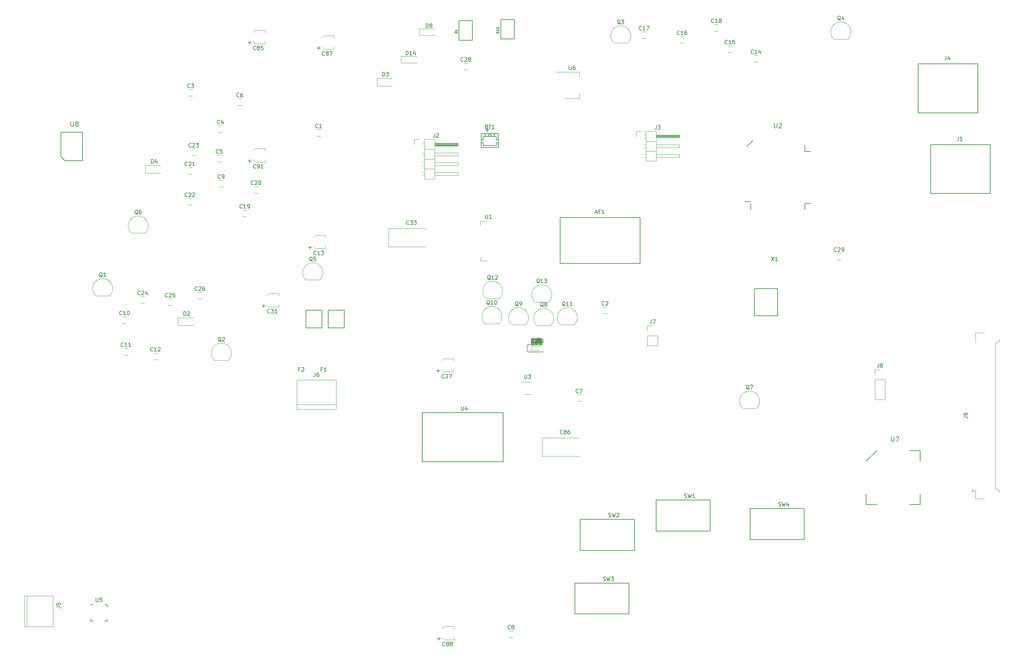
<source format=gbr>
G04 #@! TF.FileFunction,Legend,Top*
%FSLAX46Y46*%
G04 Gerber Fmt 4.6, Leading zero omitted, Abs format (unit mm)*
G04 Created by KiCad (PCBNEW 4.0.6-e0-6349~53~ubuntu14.04.1) date Sat Apr 22 15:44:28 2017*
%MOMM*%
%LPD*%
G01*
G04 APERTURE LIST*
%ADD10C,0.100000*%
%ADD11C,0.150000*%
%ADD12C,0.120000*%
G04 APERTURE END LIST*
D10*
D11*
X154600000Y-83100000D02*
X154600000Y-71200000D01*
X154600000Y-71200000D02*
X175300000Y-71200000D01*
X175300000Y-71200000D02*
X175300000Y-83100000D01*
X154600000Y-83100000D02*
X175300000Y-83100000D01*
X134250000Y-49500000D02*
X134250000Y-53100000D01*
X134250000Y-53100000D02*
X138600000Y-53100000D01*
X138600000Y-53100000D02*
X138600000Y-49500000D01*
X138600000Y-49500000D02*
X134250000Y-49500000D01*
X135800000Y-49000000D02*
X135500000Y-48400000D01*
X135500000Y-48400000D02*
X136100000Y-48400000D01*
X136100000Y-48400000D02*
X135800000Y-49000000D01*
X134250000Y-51800000D02*
X134750000Y-51800000D01*
X134750000Y-51800000D02*
X134750000Y-52600000D01*
X134750000Y-52600000D02*
X138100000Y-52600000D01*
X138100000Y-52600000D02*
X138100000Y-51800000D01*
X138100000Y-51800000D02*
X138600000Y-51800000D01*
X134250000Y-51050000D02*
X134750000Y-51050000D01*
X134750000Y-51050000D02*
X134750000Y-50250000D01*
X134750000Y-50250000D02*
X135250000Y-50250000D01*
X135250000Y-50250000D02*
X135250000Y-49500000D01*
X138600000Y-51050000D02*
X138100000Y-51050000D01*
X138100000Y-51050000D02*
X138100000Y-50250000D01*
X138100000Y-50250000D02*
X137600000Y-50250000D01*
X137600000Y-50250000D02*
X137600000Y-49500000D01*
X135250000Y-50250000D02*
X136050000Y-50250000D01*
X136050000Y-50250000D02*
X136050000Y-49750000D01*
X136050000Y-49750000D02*
X136800000Y-49750000D01*
X136800000Y-49750000D02*
X136800000Y-50250000D01*
X136800000Y-50250000D02*
X136050000Y-50250000D01*
X136050000Y-50250000D02*
X136050000Y-49750000D01*
X136050000Y-49750000D02*
X136800000Y-49750000D01*
X136800000Y-49750000D02*
X136800000Y-50250000D01*
X136800000Y-50250000D02*
X137600000Y-50250000D01*
D12*
X92700000Y-48450000D02*
X91700000Y-48450000D01*
X91700000Y-50150000D02*
X92700000Y-50150000D01*
X166700000Y-94350000D02*
X165700000Y-94350000D01*
X165700000Y-96050000D02*
X166700000Y-96050000D01*
X59600000Y-38050000D02*
X58600000Y-38050000D01*
X58600000Y-39750000D02*
X59600000Y-39750000D01*
X67300000Y-47450000D02*
X66300000Y-47450000D01*
X66300000Y-49150000D02*
X67300000Y-49150000D01*
X67000000Y-55050000D02*
X66000000Y-55050000D01*
X66000000Y-56750000D02*
X67000000Y-56750000D01*
X72300000Y-40450000D02*
X71300000Y-40450000D01*
X71300000Y-42150000D02*
X72300000Y-42150000D01*
X160000000Y-117050000D02*
X159000000Y-117050000D01*
X159000000Y-118750000D02*
X160000000Y-118750000D01*
X142400000Y-178150000D02*
X141400000Y-178150000D01*
X141400000Y-179850000D02*
X142400000Y-179850000D01*
X67500000Y-61550000D02*
X66500000Y-61550000D01*
X66500000Y-63250000D02*
X67500000Y-63250000D01*
X42500000Y-96850000D02*
X41500000Y-96850000D01*
X41500000Y-98550000D02*
X42500000Y-98550000D01*
X42900000Y-105050000D02*
X41900000Y-105050000D01*
X41900000Y-106750000D02*
X42900000Y-106750000D01*
X50500000Y-106250000D02*
X49500000Y-106250000D01*
X49500000Y-107950000D02*
X50500000Y-107950000D01*
X91370000Y-79230000D02*
X90760000Y-78620000D01*
X93930000Y-79230000D02*
X93930000Y-78620000D01*
X91390000Y-75790000D02*
X90790000Y-76380000D01*
X93930000Y-75790000D02*
X93930000Y-76380000D01*
X91370000Y-79230000D02*
X93910000Y-79230000D01*
X93930000Y-75790000D02*
X91390000Y-75790000D01*
X205700000Y-29250000D02*
X204700000Y-29250000D01*
X204700000Y-30950000D02*
X205700000Y-30950000D01*
X199000000Y-26750000D02*
X198000000Y-26750000D01*
X198000000Y-28450000D02*
X199000000Y-28450000D01*
X186600000Y-24350000D02*
X185600000Y-24350000D01*
X185600000Y-26050000D02*
X186600000Y-26050000D01*
X176800000Y-23150000D02*
X175800000Y-23150000D01*
X175800000Y-24850000D02*
X176800000Y-24850000D01*
X195500000Y-21250000D02*
X194500000Y-21250000D01*
X194500000Y-22950000D02*
X195500000Y-22950000D01*
X73600000Y-69250000D02*
X72600000Y-69250000D01*
X72600000Y-70950000D02*
X73600000Y-70950000D01*
X76500000Y-63150000D02*
X75500000Y-63150000D01*
X75500000Y-64850000D02*
X76500000Y-64850000D01*
X59400000Y-58250000D02*
X58400000Y-58250000D01*
X58400000Y-59950000D02*
X59400000Y-59950000D01*
X59400000Y-66250000D02*
X58400000Y-66250000D01*
X58400000Y-67950000D02*
X59400000Y-67950000D01*
X60400000Y-53450000D02*
X59400000Y-53450000D01*
X59400000Y-55150000D02*
X60400000Y-55150000D01*
X47200000Y-91650000D02*
X46200000Y-91650000D01*
X46200000Y-93350000D02*
X47200000Y-93350000D01*
X54300000Y-92250000D02*
X53300000Y-92250000D01*
X53300000Y-93950000D02*
X54300000Y-93950000D01*
X62000000Y-90550000D02*
X61000000Y-90550000D01*
X61000000Y-92250000D02*
X62000000Y-92250000D01*
X124470000Y-111130000D02*
X123860000Y-110520000D01*
X127030000Y-111130000D02*
X127030000Y-110520000D01*
X124490000Y-107690000D02*
X123890000Y-108280000D01*
X127030000Y-107690000D02*
X127030000Y-108280000D01*
X124470000Y-111130000D02*
X127010000Y-111130000D01*
X127030000Y-107690000D02*
X124490000Y-107690000D01*
X130700000Y-31250000D02*
X129700000Y-31250000D01*
X129700000Y-32950000D02*
X130700000Y-32950000D01*
X227200000Y-80450000D02*
X226200000Y-80450000D01*
X226200000Y-82150000D02*
X227200000Y-82150000D01*
X149001100Y-104153600D02*
X148001100Y-104153600D01*
X148001100Y-105853600D02*
X149001100Y-105853600D01*
X79370000Y-94330000D02*
X78760000Y-93720000D01*
X81930000Y-94330000D02*
X81930000Y-93720000D01*
X79390000Y-90890000D02*
X78790000Y-91480000D01*
X81930000Y-90890000D02*
X81930000Y-91480000D01*
X79370000Y-94330000D02*
X81910000Y-94330000D01*
X81930000Y-90890000D02*
X79390000Y-90890000D01*
X149001100Y-104153600D02*
X148001100Y-104153600D01*
X148001100Y-105853600D02*
X149001100Y-105853600D01*
X110250000Y-74050000D02*
X119850000Y-74050000D01*
X110250000Y-78750000D02*
X119850000Y-78750000D01*
X110250000Y-74050000D02*
X110250000Y-78750000D01*
X149001100Y-104153600D02*
X148001100Y-104153600D01*
X148001100Y-105853600D02*
X149001100Y-105853600D01*
X149001100Y-104153600D02*
X148001100Y-104153600D01*
X148001100Y-105853600D02*
X149001100Y-105853600D01*
X149001100Y-104153600D02*
X148001100Y-104153600D01*
X148001100Y-105853600D02*
X149001100Y-105853600D01*
X149001100Y-104153600D02*
X148001100Y-104153600D01*
X148001100Y-105853600D02*
X149001100Y-105853600D01*
X149001100Y-104153600D02*
X148001100Y-104153600D01*
X148001100Y-105853600D02*
X149001100Y-105853600D01*
X149001100Y-104153600D02*
X148001100Y-104153600D01*
X148001100Y-105853600D02*
X149001100Y-105853600D01*
X149001100Y-104153600D02*
X148001100Y-104153600D01*
X148001100Y-105853600D02*
X149001100Y-105853600D01*
X149001100Y-104153600D02*
X148001100Y-104153600D01*
X148001100Y-105853600D02*
X149001100Y-105853600D01*
X149001100Y-104153600D02*
X148001100Y-104153600D01*
X148001100Y-105853600D02*
X149001100Y-105853600D01*
X149001100Y-104153600D02*
X148001100Y-104153600D01*
X148001100Y-105853600D02*
X149001100Y-105853600D01*
X149001100Y-104153600D02*
X148001100Y-104153600D01*
X148001100Y-105853600D02*
X149001100Y-105853600D01*
X149001100Y-104153600D02*
X148001100Y-104153600D01*
X148001100Y-105853600D02*
X149001100Y-105853600D01*
X149001100Y-104153600D02*
X148001100Y-104153600D01*
X148001100Y-105853600D02*
X149001100Y-105853600D01*
X149001100Y-104153600D02*
X148001100Y-104153600D01*
X148001100Y-105853600D02*
X149001100Y-105853600D01*
X149001100Y-104153600D02*
X148001100Y-104153600D01*
X148001100Y-105853600D02*
X149001100Y-105853600D01*
X149001100Y-104153600D02*
X148001100Y-104153600D01*
X148001100Y-105853600D02*
X149001100Y-105853600D01*
X149001100Y-104153600D02*
X148001100Y-104153600D01*
X148001100Y-105853600D02*
X149001100Y-105853600D01*
X149001100Y-104153600D02*
X148001100Y-104153600D01*
X148001100Y-105853600D02*
X149001100Y-105853600D01*
X149001100Y-104153600D02*
X148001100Y-104153600D01*
X148001100Y-105853600D02*
X149001100Y-105853600D01*
X149001100Y-104153600D02*
X148001100Y-104153600D01*
X148001100Y-105853600D02*
X149001100Y-105853600D01*
X149001100Y-104153600D02*
X148001100Y-104153600D01*
X148001100Y-105853600D02*
X149001100Y-105853600D01*
X149001100Y-104153600D02*
X148001100Y-104153600D01*
X148001100Y-105853600D02*
X149001100Y-105853600D01*
X149001100Y-104153600D02*
X148001100Y-104153600D01*
X148001100Y-105853600D02*
X149001100Y-105853600D01*
X149001100Y-104153600D02*
X148001100Y-104153600D01*
X148001100Y-105853600D02*
X149001100Y-105853600D01*
X149001100Y-104153600D02*
X148001100Y-104153600D01*
X148001100Y-105853600D02*
X149001100Y-105853600D01*
X149001100Y-104153600D02*
X148001100Y-104153600D01*
X148001100Y-105853600D02*
X149001100Y-105853600D01*
X149001100Y-104153600D02*
X148001100Y-104153600D01*
X148001100Y-105853600D02*
X149001100Y-105853600D01*
X149001100Y-104153600D02*
X148001100Y-104153600D01*
X148001100Y-105853600D02*
X149001100Y-105853600D01*
X149001100Y-104153600D02*
X148001100Y-104153600D01*
X148001100Y-105853600D02*
X149001100Y-105853600D01*
X149001100Y-104153600D02*
X148001100Y-104153600D01*
X148001100Y-105853600D02*
X149001100Y-105853600D01*
X149001100Y-104153600D02*
X148001100Y-104153600D01*
X148001100Y-105853600D02*
X149001100Y-105853600D01*
X149001100Y-104153600D02*
X148001100Y-104153600D01*
X148001100Y-105853600D02*
X149001100Y-105853600D01*
X149001100Y-104153600D02*
X148001100Y-104153600D01*
X148001100Y-105853600D02*
X149001100Y-105853600D01*
X149001100Y-104153600D02*
X148001100Y-104153600D01*
X148001100Y-105853600D02*
X149001100Y-105853600D01*
X149001100Y-104153600D02*
X148001100Y-104153600D01*
X148001100Y-105853600D02*
X149001100Y-105853600D01*
X149001100Y-104153600D02*
X148001100Y-104153600D01*
X148001100Y-105853600D02*
X149001100Y-105853600D01*
X149001100Y-104153600D02*
X148001100Y-104153600D01*
X148001100Y-105853600D02*
X149001100Y-105853600D01*
X149001100Y-104153600D02*
X148001100Y-104153600D01*
X148001100Y-105853600D02*
X149001100Y-105853600D01*
X149001100Y-104153600D02*
X148001100Y-104153600D01*
X148001100Y-105853600D02*
X149001100Y-105853600D01*
X149001100Y-104153600D02*
X148001100Y-104153600D01*
X148001100Y-105853600D02*
X149001100Y-105853600D01*
X149001100Y-104153600D02*
X148001100Y-104153600D01*
X148001100Y-105853600D02*
X149001100Y-105853600D01*
X149001100Y-104153600D02*
X148001100Y-104153600D01*
X148001100Y-105853600D02*
X149001100Y-105853600D01*
X149001100Y-104153600D02*
X148001100Y-104153600D01*
X148001100Y-105853600D02*
X149001100Y-105853600D01*
X149001100Y-104153600D02*
X148001100Y-104153600D01*
X148001100Y-105853600D02*
X149001100Y-105853600D01*
X149001100Y-104153600D02*
X148001100Y-104153600D01*
X148001100Y-105853600D02*
X149001100Y-105853600D01*
X149001100Y-104153600D02*
X148001100Y-104153600D01*
X148001100Y-105853600D02*
X149001100Y-105853600D01*
X149001100Y-104153600D02*
X148001100Y-104153600D01*
X148001100Y-105853600D02*
X149001100Y-105853600D01*
X149001100Y-104153600D02*
X148001100Y-104153600D01*
X148001100Y-105853600D02*
X149001100Y-105853600D01*
X149001100Y-104153600D02*
X148001100Y-104153600D01*
X148001100Y-105853600D02*
X149001100Y-105853600D01*
X149001100Y-104153600D02*
X148001100Y-104153600D01*
X148001100Y-105853600D02*
X149001100Y-105853600D01*
X149001100Y-104153600D02*
X148001100Y-104153600D01*
X148001100Y-105853600D02*
X149001100Y-105853600D01*
X75770000Y-26230000D02*
X75160000Y-25620000D01*
X78330000Y-26230000D02*
X78330000Y-25620000D01*
X75790000Y-22790000D02*
X75190000Y-23380000D01*
X78330000Y-22790000D02*
X78330000Y-23380000D01*
X75770000Y-26230000D02*
X78310000Y-26230000D01*
X78330000Y-22790000D02*
X75790000Y-22790000D01*
X149950000Y-128250000D02*
X159550000Y-128250000D01*
X149950000Y-132950000D02*
X159550000Y-132950000D01*
X149950000Y-128250000D02*
X149950000Y-132950000D01*
X93570000Y-27630000D02*
X92960000Y-27020000D01*
X96130000Y-27630000D02*
X96130000Y-27020000D01*
X93590000Y-24190000D02*
X92990000Y-24780000D01*
X96130000Y-24190000D02*
X96130000Y-24780000D01*
X93570000Y-27630000D02*
X96110000Y-27630000D01*
X96130000Y-24190000D02*
X93590000Y-24190000D01*
X124670000Y-180430000D02*
X124060000Y-179820000D01*
X127230000Y-180430000D02*
X127230000Y-179820000D01*
X124690000Y-176990000D02*
X124090000Y-177580000D01*
X127230000Y-176990000D02*
X127230000Y-177580000D01*
X124670000Y-180430000D02*
X127210000Y-180430000D01*
X127230000Y-176990000D02*
X124690000Y-176990000D01*
X149001100Y-104153600D02*
X148001100Y-104153600D01*
X148001100Y-105853600D02*
X149001100Y-105853600D01*
X149001100Y-104153600D02*
X148001100Y-104153600D01*
X148001100Y-105853600D02*
X149001100Y-105853600D01*
X75770000Y-56830000D02*
X75160000Y-56220000D01*
X78330000Y-56830000D02*
X78330000Y-56220000D01*
X75790000Y-53390000D02*
X75190000Y-53980000D01*
X78330000Y-53390000D02*
X78330000Y-53980000D01*
X75770000Y-56830000D02*
X78310000Y-56830000D01*
X78330000Y-53390000D02*
X75790000Y-53390000D01*
D11*
X128470000Y-20275000D02*
X128470000Y-25325000D01*
X128470000Y-25325000D02*
X131930000Y-25325000D01*
X131930000Y-25325000D02*
X131930000Y-20275000D01*
X131930000Y-20275000D02*
X128470000Y-20275000D01*
D12*
X55850000Y-97100000D02*
X55850000Y-99100000D01*
X55850000Y-99100000D02*
X59750000Y-99100000D01*
X55850000Y-97100000D02*
X59750000Y-97100000D01*
X107250000Y-35200000D02*
X107250000Y-37200000D01*
X107250000Y-37200000D02*
X111150000Y-37200000D01*
X107250000Y-35200000D02*
X111150000Y-35200000D01*
X47450000Y-57700000D02*
X47450000Y-59700000D01*
X47450000Y-59700000D02*
X51350000Y-59700000D01*
X47450000Y-57700000D02*
X51350000Y-57700000D01*
X146251100Y-104003600D02*
X146251100Y-106003600D01*
X146251100Y-106003600D02*
X150151100Y-106003600D01*
X146251100Y-104003600D02*
X150151100Y-104003600D01*
X146251100Y-104003600D02*
X146251100Y-106003600D01*
X146251100Y-106003600D02*
X150151100Y-106003600D01*
X146251100Y-104003600D02*
X150151100Y-104003600D01*
X146251100Y-104003600D02*
X146251100Y-106003600D01*
X146251100Y-106003600D02*
X150151100Y-106003600D01*
X146251100Y-104003600D02*
X150151100Y-104003600D01*
X118200000Y-22350000D02*
X118200000Y-24050000D01*
X118250000Y-24050000D02*
X122300000Y-24050000D01*
X118250000Y-22350000D02*
X122300000Y-22350000D01*
X146251100Y-104003600D02*
X146251100Y-106003600D01*
X146251100Y-106003600D02*
X150151100Y-106003600D01*
X146251100Y-104003600D02*
X150151100Y-104003600D01*
X147201100Y-104503600D02*
X147201100Y-105503600D01*
X147201100Y-105503600D02*
X149301100Y-105503600D01*
X147201100Y-104503600D02*
X149301100Y-104503600D01*
X146251100Y-104003600D02*
X146251100Y-106003600D01*
X146251100Y-106003600D02*
X150151100Y-106003600D01*
X146251100Y-104003600D02*
X150151100Y-104003600D01*
D11*
X139270000Y-19975000D02*
X139270000Y-25025000D01*
X139270000Y-25025000D02*
X142730000Y-25025000D01*
X142730000Y-25025000D02*
X142730000Y-19975000D01*
X142730000Y-19975000D02*
X139270000Y-19975000D01*
D12*
X146251100Y-104003600D02*
X146251100Y-106003600D01*
X146251100Y-106003600D02*
X150151100Y-106003600D01*
X146251100Y-104003600D02*
X150151100Y-104003600D01*
X113500000Y-29450000D02*
X113500000Y-31150000D01*
X113550000Y-31150000D02*
X117600000Y-31150000D01*
X113550000Y-29450000D02*
X117600000Y-29450000D01*
X146001100Y-104153600D02*
X146001100Y-105853600D01*
X146051100Y-105853600D02*
X150101100Y-105853600D01*
X146051100Y-104153600D02*
X150101100Y-104153600D01*
X146001100Y-104153600D02*
X146001100Y-105853600D01*
X146051100Y-105853600D02*
X150101100Y-105853600D01*
X146051100Y-104153600D02*
X150101100Y-104153600D01*
X146001100Y-104153600D02*
X146001100Y-105853600D01*
X146051100Y-105853600D02*
X150101100Y-105853600D01*
X146051100Y-104153600D02*
X150101100Y-104153600D01*
X146001100Y-104153600D02*
X146001100Y-105853600D01*
X146051100Y-105853600D02*
X150101100Y-105853600D01*
X146051100Y-104153600D02*
X150101100Y-104153600D01*
X147201100Y-104503600D02*
X147201100Y-105503600D01*
X147201100Y-105503600D02*
X149301100Y-105503600D01*
X147201100Y-104503600D02*
X149301100Y-104503600D01*
X146001100Y-104153600D02*
X146001100Y-105853600D01*
X146051100Y-105853600D02*
X150101100Y-105853600D01*
X146051100Y-104153600D02*
X150101100Y-104153600D01*
X146001100Y-104153600D02*
X146001100Y-105853600D01*
X146051100Y-105853600D02*
X150101100Y-105853600D01*
X146051100Y-104153600D02*
X150101100Y-104153600D01*
X146001100Y-104153600D02*
X146001100Y-105853600D01*
X146051100Y-105853600D02*
X150101100Y-105853600D01*
X146051100Y-104153600D02*
X150101100Y-104153600D01*
D11*
X98850000Y-95200000D02*
X98850000Y-99750000D01*
X98850000Y-99750000D02*
X94700000Y-99750000D01*
X94700000Y-99750000D02*
X94700000Y-95200000D01*
X94700000Y-95200000D02*
X98850000Y-95200000D01*
X93050000Y-95200000D02*
X93050000Y-99750000D01*
X93050000Y-99750000D02*
X88900000Y-99750000D01*
X88900000Y-99750000D02*
X88900000Y-95200000D01*
X88900000Y-95200000D02*
X93050000Y-95200000D01*
X250340000Y-52350000D02*
X265790000Y-52350000D01*
X265790000Y-52350000D02*
X265790000Y-65000000D01*
X265790000Y-65000000D02*
X250340000Y-65000000D01*
X250340000Y-65000000D02*
X250340000Y-52350000D01*
D12*
X119540000Y-50970000D02*
X119540000Y-53570000D01*
X119540000Y-53570000D02*
X122160000Y-53570000D01*
X122160000Y-53570000D02*
X122160000Y-50970000D01*
X122160000Y-50970000D02*
X119540000Y-50970000D01*
X122160000Y-51920000D02*
X122160000Y-52680000D01*
X122160000Y-52680000D02*
X128160000Y-52680000D01*
X128160000Y-52680000D02*
X128160000Y-51920000D01*
X128160000Y-51920000D02*
X122160000Y-51920000D01*
X119110000Y-51920000D02*
X119540000Y-51920000D01*
X119110000Y-52680000D02*
X119540000Y-52680000D01*
X122160000Y-52040000D02*
X128160000Y-52040000D01*
X122160000Y-52160000D02*
X128160000Y-52160000D01*
X122160000Y-52280000D02*
X128160000Y-52280000D01*
X122160000Y-52400000D02*
X128160000Y-52400000D01*
X122160000Y-52520000D02*
X128160000Y-52520000D01*
X122160000Y-52640000D02*
X128160000Y-52640000D01*
X119540000Y-53570000D02*
X119540000Y-56110000D01*
X119540000Y-56110000D02*
X122160000Y-56110000D01*
X122160000Y-56110000D02*
X122160000Y-53570000D01*
X122160000Y-53570000D02*
X119540000Y-53570000D01*
X122160000Y-54460000D02*
X122160000Y-55220000D01*
X122160000Y-55220000D02*
X128160000Y-55220000D01*
X128160000Y-55220000D02*
X128160000Y-54460000D01*
X128160000Y-54460000D02*
X122160000Y-54460000D01*
X119110000Y-54460000D02*
X119540000Y-54460000D01*
X119110000Y-55220000D02*
X119540000Y-55220000D01*
X119540000Y-56110000D02*
X119540000Y-58650000D01*
X119540000Y-58650000D02*
X122160000Y-58650000D01*
X122160000Y-58650000D02*
X122160000Y-56110000D01*
X122160000Y-56110000D02*
X119540000Y-56110000D01*
X122160000Y-57000000D02*
X122160000Y-57760000D01*
X122160000Y-57760000D02*
X128160000Y-57760000D01*
X128160000Y-57760000D02*
X128160000Y-57000000D01*
X128160000Y-57000000D02*
X122160000Y-57000000D01*
X119110000Y-57000000D02*
X119540000Y-57000000D01*
X119110000Y-57760000D02*
X119540000Y-57760000D01*
X119540000Y-58650000D02*
X119540000Y-61250000D01*
X119540000Y-61250000D02*
X122160000Y-61250000D01*
X122160000Y-61250000D02*
X122160000Y-58650000D01*
X122160000Y-58650000D02*
X119540000Y-58650000D01*
X122160000Y-59540000D02*
X122160000Y-60300000D01*
X122160000Y-60300000D02*
X128160000Y-60300000D01*
X128160000Y-60300000D02*
X128160000Y-59540000D01*
X128160000Y-59540000D02*
X122160000Y-59540000D01*
X119110000Y-59540000D02*
X119540000Y-59540000D01*
X119110000Y-60300000D02*
X119540000Y-60300000D01*
X116930000Y-52300000D02*
X116930000Y-51030000D01*
X116930000Y-51030000D02*
X118200000Y-51030000D01*
X176840000Y-48870000D02*
X176840000Y-51470000D01*
X176840000Y-51470000D02*
X179460000Y-51470000D01*
X179460000Y-51470000D02*
X179460000Y-48870000D01*
X179460000Y-48870000D02*
X176840000Y-48870000D01*
X179460000Y-49820000D02*
X179460000Y-50580000D01*
X179460000Y-50580000D02*
X185460000Y-50580000D01*
X185460000Y-50580000D02*
X185460000Y-49820000D01*
X185460000Y-49820000D02*
X179460000Y-49820000D01*
X176410000Y-49820000D02*
X176840000Y-49820000D01*
X176410000Y-50580000D02*
X176840000Y-50580000D01*
X179460000Y-49940000D02*
X185460000Y-49940000D01*
X179460000Y-50060000D02*
X185460000Y-50060000D01*
X179460000Y-50180000D02*
X185460000Y-50180000D01*
X179460000Y-50300000D02*
X185460000Y-50300000D01*
X179460000Y-50420000D02*
X185460000Y-50420000D01*
X179460000Y-50540000D02*
X185460000Y-50540000D01*
X176840000Y-51470000D02*
X176840000Y-54010000D01*
X176840000Y-54010000D02*
X179460000Y-54010000D01*
X179460000Y-54010000D02*
X179460000Y-51470000D01*
X179460000Y-51470000D02*
X176840000Y-51470000D01*
X179460000Y-52360000D02*
X179460000Y-53120000D01*
X179460000Y-53120000D02*
X185460000Y-53120000D01*
X185460000Y-53120000D02*
X185460000Y-52360000D01*
X185460000Y-52360000D02*
X179460000Y-52360000D01*
X176410000Y-52360000D02*
X176840000Y-52360000D01*
X176410000Y-53120000D02*
X176840000Y-53120000D01*
X176840000Y-54010000D02*
X176840000Y-56610000D01*
X176840000Y-56610000D02*
X179460000Y-56610000D01*
X179460000Y-56610000D02*
X179460000Y-54010000D01*
X179460000Y-54010000D02*
X176840000Y-54010000D01*
X179460000Y-54900000D02*
X179460000Y-55660000D01*
X179460000Y-55660000D02*
X185460000Y-55660000D01*
X185460000Y-55660000D02*
X185460000Y-54900000D01*
X185460000Y-54900000D02*
X179460000Y-54900000D01*
X176410000Y-54900000D02*
X176840000Y-54900000D01*
X176410000Y-55660000D02*
X176840000Y-55660000D01*
X174230000Y-50200000D02*
X174230000Y-48930000D01*
X174230000Y-48930000D02*
X175500000Y-48930000D01*
D11*
X247140000Y-31450000D02*
X262590000Y-31450000D01*
X262590000Y-31450000D02*
X262590000Y-44100000D01*
X262590000Y-44100000D02*
X247140000Y-44100000D01*
X247140000Y-44100000D02*
X247140000Y-31450000D01*
D12*
X16200000Y-169100000D02*
X16200000Y-177100000D01*
X23520000Y-169100000D02*
X23520000Y-177100000D01*
X23520000Y-177100000D02*
X16200000Y-177100000D01*
X16820000Y-177100000D02*
X16820000Y-169100000D01*
X16200000Y-169100000D02*
X23520000Y-169100000D01*
X96720000Y-119540000D02*
X86560000Y-119540000D01*
X96720000Y-120810000D02*
X96720000Y-113190000D01*
X96720000Y-113190000D02*
X86560000Y-113190000D01*
X86560000Y-113190000D02*
X86560000Y-120810000D01*
X86560000Y-120810000D02*
X96720000Y-120810000D01*
X177170000Y-101770000D02*
X177170000Y-104370000D01*
X177170000Y-104370000D02*
X179830000Y-104370000D01*
X179830000Y-104370000D02*
X179830000Y-101770000D01*
X179830000Y-101770000D02*
X177170000Y-101770000D01*
X177170000Y-100500000D02*
X177170000Y-99170000D01*
X177170000Y-99170000D02*
X178500000Y-99170000D01*
X235970000Y-113170000D02*
X235970000Y-118310000D01*
X235970000Y-118310000D02*
X238630000Y-118310000D01*
X238630000Y-118310000D02*
X238630000Y-113170000D01*
X238630000Y-113170000D02*
X235970000Y-113170000D01*
X235970000Y-111900000D02*
X235970000Y-110570000D01*
X235970000Y-110570000D02*
X237300000Y-110570000D01*
X261960000Y-141525000D02*
X261960000Y-143975000D01*
X261960000Y-143975000D02*
X264265000Y-143975000D01*
X261960000Y-103475000D02*
X261960000Y-101025000D01*
X261960000Y-101025000D02*
X264265000Y-101025000D01*
X268160000Y-142325000D02*
X268160000Y-141825000D01*
X268160000Y-141825000D02*
X267160000Y-141425000D01*
X267160000Y-141425000D02*
X267160000Y-103575000D01*
X267160000Y-103575000D02*
X268160000Y-103175000D01*
X268160000Y-103175000D02*
X268160000Y-102675000D01*
X261260000Y-141525000D02*
X260960000Y-142125000D01*
X260960000Y-142125000D02*
X261560000Y-142125000D01*
X261560000Y-142125000D02*
X261260000Y-141525000D01*
X149101100Y-105883600D02*
X147901100Y-105883600D01*
X147901100Y-104123600D02*
X149101100Y-104123600D01*
X149101100Y-105883600D02*
X147901100Y-105883600D01*
X147901100Y-104123600D02*
X149101100Y-104123600D01*
X149900000Y-103780000D02*
X147900000Y-103780000D01*
X147900000Y-105820000D02*
X149900000Y-105820000D01*
X149501100Y-103983600D02*
X147501100Y-103983600D01*
X147501100Y-106023600D02*
X149501100Y-106023600D01*
X149501100Y-103983600D02*
X147501100Y-103983600D01*
X147501100Y-106023600D02*
X149501100Y-106023600D01*
X34570000Y-91450000D02*
X38170000Y-91450000D01*
X34531522Y-91438478D02*
G75*
G02X36370000Y-87000000I1838478J1838478D01*
G01*
X38208478Y-91438478D02*
G75*
G03X36370000Y-87000000I-1838478J1838478D01*
G01*
X65270000Y-108150000D02*
X68870000Y-108150000D01*
X65231522Y-108138478D02*
G75*
G02X67070000Y-103700000I1838478J1838478D01*
G01*
X68908478Y-108138478D02*
G75*
G03X67070000Y-103700000I-1838478J1838478D01*
G01*
X168470000Y-26050000D02*
X172070000Y-26050000D01*
X168431522Y-26038478D02*
G75*
G02X170270000Y-21600000I1838478J1838478D01*
G01*
X172108478Y-26038478D02*
G75*
G03X170270000Y-21600000I-1838478J1838478D01*
G01*
X225370000Y-25050000D02*
X228970000Y-25050000D01*
X225331522Y-25038478D02*
G75*
G02X227170000Y-20600000I1838478J1838478D01*
G01*
X229008478Y-25038478D02*
G75*
G03X227170000Y-20600000I-1838478J1838478D01*
G01*
X88870000Y-87350000D02*
X92470000Y-87350000D01*
X88831522Y-87338478D02*
G75*
G02X90670000Y-82900000I1838478J1838478D01*
G01*
X92508478Y-87338478D02*
G75*
G03X90670000Y-82900000I-1838478J1838478D01*
G01*
X43770000Y-75250000D02*
X47370000Y-75250000D01*
X43731522Y-75238478D02*
G75*
G02X45570000Y-70800000I1838478J1838478D01*
G01*
X47408478Y-75238478D02*
G75*
G03X45570000Y-70800000I-1838478J1838478D01*
G01*
X201770000Y-120550000D02*
X205370000Y-120550000D01*
X201731522Y-120538478D02*
G75*
G02X203570000Y-116100000I1838478J1838478D01*
G01*
X205408478Y-120538478D02*
G75*
G03X203570000Y-116100000I-1838478J1838478D01*
G01*
X148570000Y-99150000D02*
X152170000Y-99150000D01*
X148531522Y-99138478D02*
G75*
G02X150370000Y-94700000I1838478J1838478D01*
G01*
X152208478Y-99138478D02*
G75*
G03X150370000Y-94700000I-1838478J1838478D01*
G01*
X142070000Y-98950000D02*
X145670000Y-98950000D01*
X142031522Y-98938478D02*
G75*
G02X143870000Y-94500000I1838478J1838478D01*
G01*
X145708478Y-98938478D02*
G75*
G03X143870000Y-94500000I-1838478J1838478D01*
G01*
X135170000Y-98650000D02*
X138770000Y-98650000D01*
X135131522Y-98638478D02*
G75*
G02X136970000Y-94200000I1838478J1838478D01*
G01*
X138808478Y-98638478D02*
G75*
G03X136970000Y-94200000I-1838478J1838478D01*
G01*
X154670000Y-98950000D02*
X158270000Y-98950000D01*
X154631522Y-98938478D02*
G75*
G02X156470000Y-94500000I1838478J1838478D01*
G01*
X158308478Y-98938478D02*
G75*
G03X156470000Y-94500000I-1838478J1838478D01*
G01*
X135370000Y-92150000D02*
X138970000Y-92150000D01*
X135331522Y-92138478D02*
G75*
G02X137170000Y-87700000I1838478J1838478D01*
G01*
X139008478Y-92138478D02*
G75*
G03X137170000Y-87700000I-1838478J1838478D01*
G01*
X148070000Y-93050000D02*
X151670000Y-93050000D01*
X148031522Y-93038478D02*
G75*
G02X149870000Y-88600000I1838478J1838478D01*
G01*
X151708478Y-93038478D02*
G75*
G03X149870000Y-88600000I-1838478J1838478D01*
G01*
X149101100Y-105883600D02*
X147901100Y-105883600D01*
X147901100Y-104123600D02*
X149101100Y-104123600D01*
X149101100Y-105883600D02*
X147901100Y-105883600D01*
X147901100Y-104123600D02*
X149101100Y-104123600D01*
X149101100Y-105883600D02*
X147901100Y-105883600D01*
X147901100Y-104123600D02*
X149101100Y-104123600D01*
X149101100Y-105883600D02*
X147901100Y-105883600D01*
X147901100Y-104123600D02*
X149101100Y-104123600D01*
X149101100Y-105883600D02*
X147901100Y-105883600D01*
X147901100Y-104123600D02*
X149101100Y-104123600D01*
X149101100Y-105883600D02*
X147901100Y-105883600D01*
X147901100Y-104123600D02*
X149101100Y-104123600D01*
X149101100Y-105883600D02*
X147901100Y-105883600D01*
X147901100Y-104123600D02*
X149101100Y-104123600D01*
X149101100Y-105883600D02*
X147901100Y-105883600D01*
X147901100Y-104123600D02*
X149101100Y-104123600D01*
X149101100Y-105883600D02*
X147901100Y-105883600D01*
X147901100Y-104123600D02*
X149101100Y-104123600D01*
X149101100Y-105883600D02*
X147901100Y-105883600D01*
X147901100Y-104123600D02*
X149101100Y-104123600D01*
X149101100Y-105883600D02*
X147901100Y-105883600D01*
X147901100Y-104123600D02*
X149101100Y-104123600D01*
X149101100Y-105883600D02*
X147901100Y-105883600D01*
X147901100Y-104123600D02*
X149101100Y-104123600D01*
X149101100Y-105883600D02*
X147901100Y-105883600D01*
X147901100Y-104123600D02*
X149101100Y-104123600D01*
X149101100Y-105883600D02*
X147901100Y-105883600D01*
X147901100Y-104123600D02*
X149101100Y-104123600D01*
X149101100Y-105883600D02*
X147901100Y-105883600D01*
X147901100Y-104123600D02*
X149101100Y-104123600D01*
X149101100Y-105883600D02*
X147901100Y-105883600D01*
X147901100Y-104123600D02*
X149101100Y-104123600D01*
X149101100Y-105883600D02*
X147901100Y-105883600D01*
X147901100Y-104123600D02*
X149101100Y-104123600D01*
X149101100Y-105883600D02*
X147901100Y-105883600D01*
X147901100Y-104123600D02*
X149101100Y-104123600D01*
X149101100Y-105883600D02*
X147901100Y-105883600D01*
X147901100Y-104123600D02*
X149101100Y-104123600D01*
X149101100Y-105883600D02*
X147901100Y-105883600D01*
X147901100Y-104123600D02*
X149101100Y-104123600D01*
X149101100Y-105883600D02*
X147901100Y-105883600D01*
X147901100Y-104123600D02*
X149101100Y-104123600D01*
X149101100Y-105883600D02*
X147901100Y-105883600D01*
X147901100Y-104123600D02*
X149101100Y-104123600D01*
X149101100Y-105883600D02*
X147901100Y-105883600D01*
X147901100Y-104123600D02*
X149101100Y-104123600D01*
X149101100Y-105883600D02*
X147901100Y-105883600D01*
X147901100Y-104123600D02*
X149101100Y-104123600D01*
X149101100Y-105883600D02*
X147901100Y-105883600D01*
X147901100Y-104123600D02*
X149101100Y-104123600D01*
X149101100Y-105883600D02*
X147901100Y-105883600D01*
X147901100Y-104123600D02*
X149101100Y-104123600D01*
X149101100Y-105883600D02*
X147901100Y-105883600D01*
X147901100Y-104123600D02*
X149101100Y-104123600D01*
X149101100Y-105883600D02*
X147901100Y-105883600D01*
X147901100Y-104123600D02*
X149101100Y-104123600D01*
X149101100Y-105883600D02*
X147901100Y-105883600D01*
X147901100Y-104123600D02*
X149101100Y-104123600D01*
X149101100Y-105883600D02*
X147901100Y-105883600D01*
X147901100Y-104123600D02*
X149101100Y-104123600D01*
X149101100Y-105883600D02*
X147901100Y-105883600D01*
X147901100Y-104123600D02*
X149101100Y-104123600D01*
X149101100Y-105883600D02*
X147901100Y-105883600D01*
X147901100Y-104123600D02*
X149101100Y-104123600D01*
X149101100Y-105883600D02*
X147901100Y-105883600D01*
X147901100Y-104123600D02*
X149101100Y-104123600D01*
X149101100Y-105883600D02*
X147901100Y-105883600D01*
X147901100Y-104123600D02*
X149101100Y-104123600D01*
X149101100Y-105883600D02*
X147901100Y-105883600D01*
X147901100Y-104123600D02*
X149101100Y-104123600D01*
X149101100Y-105883600D02*
X147901100Y-105883600D01*
X147901100Y-104123600D02*
X149101100Y-104123600D01*
X149101100Y-105883600D02*
X147901100Y-105883600D01*
X147901100Y-104123600D02*
X149101100Y-104123600D01*
X149101100Y-105883600D02*
X147901100Y-105883600D01*
X147901100Y-104123600D02*
X149101100Y-104123600D01*
X149101100Y-105883600D02*
X147901100Y-105883600D01*
X147901100Y-104123600D02*
X149101100Y-104123600D01*
X149101100Y-105883600D02*
X147901100Y-105883600D01*
X147901100Y-104123600D02*
X149101100Y-104123600D01*
X149101100Y-105883600D02*
X147901100Y-105883600D01*
X147901100Y-104123600D02*
X149101100Y-104123600D01*
X149101100Y-105883600D02*
X147901100Y-105883600D01*
X147901100Y-104123600D02*
X149101100Y-104123600D01*
X149101100Y-105883600D02*
X147901100Y-105883600D01*
X147901100Y-104123600D02*
X149101100Y-104123600D01*
X149101100Y-105883600D02*
X147901100Y-105883600D01*
X147901100Y-104123600D02*
X149101100Y-104123600D01*
X149101100Y-105883600D02*
X147901100Y-105883600D01*
X147901100Y-104123600D02*
X149101100Y-104123600D01*
X149101100Y-105883600D02*
X147901100Y-105883600D01*
X147901100Y-104123600D02*
X149101100Y-104123600D01*
X149101100Y-105883600D02*
X147901100Y-105883600D01*
X147901100Y-104123600D02*
X149101100Y-104123600D01*
X149101100Y-105883600D02*
X147901100Y-105883600D01*
X147901100Y-104123600D02*
X149101100Y-104123600D01*
X149101100Y-105883600D02*
X147901100Y-105883600D01*
X147901100Y-104123600D02*
X149101100Y-104123600D01*
X149101100Y-105883600D02*
X147901100Y-105883600D01*
X147901100Y-104123600D02*
X149101100Y-104123600D01*
X149101100Y-105883600D02*
X147901100Y-105883600D01*
X147901100Y-104123600D02*
X149101100Y-104123600D01*
X149101100Y-105883600D02*
X147901100Y-105883600D01*
X147901100Y-104123600D02*
X149101100Y-104123600D01*
X149101100Y-105883600D02*
X147901100Y-105883600D01*
X147901100Y-104123600D02*
X149101100Y-104123600D01*
X149101100Y-105883600D02*
X147901100Y-105883600D01*
X147901100Y-104123600D02*
X149101100Y-104123600D01*
X149101100Y-105883600D02*
X147901100Y-105883600D01*
X147901100Y-104123600D02*
X149101100Y-104123600D01*
X149101100Y-105883600D02*
X147901100Y-105883600D01*
X147901100Y-104123600D02*
X149101100Y-104123600D01*
X149101100Y-105883600D02*
X147901100Y-105883600D01*
X147901100Y-104123600D02*
X149101100Y-104123600D01*
X149101100Y-105883600D02*
X147901100Y-105883600D01*
X147901100Y-104123600D02*
X149101100Y-104123600D01*
X149101100Y-105883600D02*
X147901100Y-105883600D01*
X147901100Y-104123600D02*
X149101100Y-104123600D01*
X149101100Y-105883600D02*
X147901100Y-105883600D01*
X147901100Y-104123600D02*
X149101100Y-104123600D01*
X149101100Y-105883600D02*
X147901100Y-105883600D01*
X147901100Y-104123600D02*
X149101100Y-104123600D01*
X149101100Y-105883600D02*
X147901100Y-105883600D01*
X147901100Y-104123600D02*
X149101100Y-104123600D01*
X149101100Y-105883600D02*
X147901100Y-105883600D01*
X147901100Y-104123600D02*
X149101100Y-104123600D01*
X149101100Y-105883600D02*
X147901100Y-105883600D01*
X147901100Y-104123600D02*
X149101100Y-104123600D01*
X149101100Y-105883600D02*
X147901100Y-105883600D01*
X147901100Y-104123600D02*
X149101100Y-104123600D01*
X149101100Y-105883600D02*
X147901100Y-105883600D01*
X147901100Y-104123600D02*
X149101100Y-104123600D01*
X149101100Y-105883600D02*
X147901100Y-105883600D01*
X147901100Y-104123600D02*
X149101100Y-104123600D01*
X149101100Y-105883600D02*
X147901100Y-105883600D01*
X147901100Y-104123600D02*
X149101100Y-104123600D01*
X149101100Y-105883600D02*
X147901100Y-105883600D01*
X147901100Y-104123600D02*
X149101100Y-104123600D01*
X149101100Y-105883600D02*
X147901100Y-105883600D01*
X147901100Y-104123600D02*
X149101100Y-104123600D01*
X149101100Y-105883600D02*
X147901100Y-105883600D01*
X147901100Y-104123600D02*
X149101100Y-104123600D01*
X149101100Y-105883600D02*
X147901100Y-105883600D01*
X147901100Y-104123600D02*
X149101100Y-104123600D01*
X149101100Y-105883600D02*
X147901100Y-105883600D01*
X147901100Y-104123600D02*
X149101100Y-104123600D01*
X149101100Y-105883600D02*
X147901100Y-105883600D01*
X147901100Y-104123600D02*
X149101100Y-104123600D01*
X149101100Y-105883600D02*
X147901100Y-105883600D01*
X147901100Y-104123600D02*
X149101100Y-104123600D01*
X149101100Y-105883600D02*
X147901100Y-105883600D01*
X147901100Y-104123600D02*
X149101100Y-104123600D01*
X149101100Y-105883600D02*
X147901100Y-105883600D01*
X147901100Y-104123600D02*
X149101100Y-104123600D01*
X149101100Y-105883600D02*
X147901100Y-105883600D01*
X147901100Y-104123600D02*
X149101100Y-104123600D01*
X149101100Y-105883600D02*
X147901100Y-105883600D01*
X147901100Y-104123600D02*
X149101100Y-104123600D01*
X149101100Y-105883600D02*
X147901100Y-105883600D01*
X147901100Y-104123600D02*
X149101100Y-104123600D01*
X149101100Y-105883600D02*
X147901100Y-105883600D01*
X147901100Y-104123600D02*
X149101100Y-104123600D01*
X149101100Y-105883600D02*
X147901100Y-105883600D01*
X147901100Y-104123600D02*
X149101100Y-104123600D01*
X149101100Y-105883600D02*
X147901100Y-105883600D01*
X147901100Y-104123600D02*
X149101100Y-104123600D01*
X149101100Y-105883600D02*
X147901100Y-105883600D01*
X147901100Y-104123600D02*
X149101100Y-104123600D01*
D11*
X179400000Y-144300000D02*
X193400000Y-144300000D01*
X193400000Y-144300000D02*
X193400000Y-152300000D01*
X193400000Y-152300000D02*
X179400000Y-152300000D01*
X179400000Y-152300000D02*
X179400000Y-144300000D01*
X159800000Y-149300000D02*
X173800000Y-149300000D01*
X173800000Y-149300000D02*
X173800000Y-157300000D01*
X173800000Y-157300000D02*
X159800000Y-157300000D01*
X159800000Y-157300000D02*
X159800000Y-149300000D01*
X158400000Y-165800000D02*
X172400000Y-165800000D01*
X172400000Y-165800000D02*
X172400000Y-173800000D01*
X172400000Y-173800000D02*
X158400000Y-173800000D01*
X158400000Y-173800000D02*
X158400000Y-165800000D01*
X203700000Y-146500000D02*
X217700000Y-146500000D01*
X217700000Y-146500000D02*
X217700000Y-154500000D01*
X217700000Y-154500000D02*
X203700000Y-154500000D01*
X203700000Y-154500000D02*
X203700000Y-146500000D01*
D12*
X133950000Y-72200000D02*
X133950000Y-73150000D01*
X133950000Y-82400000D02*
X133950000Y-81450000D01*
X133950000Y-82400000D02*
X135750000Y-82400000D01*
X135750000Y-72200000D02*
X133950000Y-72200000D01*
D11*
X204400000Y-51300000D02*
X202900000Y-52800000D01*
X219400000Y-54100000D02*
X217900000Y-54100000D01*
X217900000Y-54100000D02*
X217900000Y-52600000D01*
X202400000Y-67100000D02*
X203900000Y-67100000D01*
X203900000Y-67600000D02*
X203900000Y-69100000D01*
X219400000Y-67600000D02*
X217900000Y-67600000D01*
X217900000Y-67600000D02*
X217900000Y-69100000D01*
D12*
X145300000Y-116910000D02*
X147100000Y-116910000D01*
X147100000Y-113690000D02*
X144650000Y-113690000D01*
D11*
X139900000Y-121700000D02*
X119000000Y-121700000D01*
X119000000Y-121700000D02*
X119000000Y-134400000D01*
X119000000Y-134410000D02*
X139900000Y-134410000D01*
X139900000Y-134410000D02*
X139900000Y-121670000D01*
X37550000Y-171350000D02*
X37550000Y-171975000D01*
X33250000Y-175650000D02*
X33250000Y-175025000D01*
X37550000Y-175650000D02*
X37550000Y-175025000D01*
X33250000Y-171350000D02*
X33875000Y-171350000D01*
X33250000Y-175650000D02*
X33875000Y-175650000D01*
X37550000Y-175650000D02*
X36925000Y-175650000D01*
X37550000Y-171350000D02*
X36925000Y-171350000D01*
D12*
X159610000Y-40410000D02*
X159610000Y-39150000D01*
X159610000Y-33590000D02*
X159610000Y-34850000D01*
X155850000Y-40410000D02*
X159610000Y-40410000D01*
X153600000Y-33590000D02*
X159610000Y-33590000D01*
D11*
X233700000Y-134250000D02*
X236450000Y-131500000D01*
X244950000Y-131500000D02*
X247700000Y-131500000D01*
X247700000Y-131500000D02*
X247700000Y-134250000D01*
X236450000Y-145500000D02*
X233700000Y-145500000D01*
X233700000Y-145500000D02*
X233700000Y-142750000D01*
X244950000Y-145500000D02*
X247700000Y-145500000D01*
X247700000Y-145500000D02*
X247700000Y-142750000D01*
X25614000Y-55490000D02*
X26610000Y-56490000D01*
X25614000Y-49110000D02*
X25614000Y-55490000D01*
X26614000Y-56490000D02*
X31186000Y-56490000D01*
X31186000Y-56490000D02*
X31186000Y-49110000D01*
X31186000Y-49110000D02*
X25614000Y-49110000D01*
X204800000Y-89600000D02*
X210800000Y-89600000D01*
X210800000Y-89600000D02*
X210800000Y-96600000D01*
X210800000Y-96600000D02*
X204800000Y-96600000D01*
X204800000Y-96600000D02*
X204800000Y-89600000D01*
X163683333Y-69876667D02*
X164159524Y-69876667D01*
X163588095Y-70162381D02*
X163921428Y-69162381D01*
X164254762Y-70162381D01*
X164588095Y-69638571D02*
X164921429Y-69638571D01*
X165064286Y-70162381D02*
X164588095Y-70162381D01*
X164588095Y-69162381D01*
X165064286Y-69162381D01*
X166016667Y-70162381D02*
X165445238Y-70162381D01*
X165730952Y-70162381D02*
X165730952Y-69162381D01*
X165635714Y-69305238D01*
X165540476Y-69400476D01*
X165445238Y-69448095D01*
X135639286Y-47728571D02*
X135782143Y-47776190D01*
X135829762Y-47823810D01*
X135877381Y-47919048D01*
X135877381Y-48061905D01*
X135829762Y-48157143D01*
X135782143Y-48204762D01*
X135686905Y-48252381D01*
X135305952Y-48252381D01*
X135305952Y-47252381D01*
X135639286Y-47252381D01*
X135734524Y-47300000D01*
X135782143Y-47347619D01*
X135829762Y-47442857D01*
X135829762Y-47538095D01*
X135782143Y-47633333D01*
X135734524Y-47680952D01*
X135639286Y-47728571D01*
X135305952Y-47728571D01*
X136163095Y-47252381D02*
X136734524Y-47252381D01*
X136448809Y-48252381D02*
X136448809Y-47252381D01*
X137591667Y-48252381D02*
X137020238Y-48252381D01*
X137305952Y-48252381D02*
X137305952Y-47252381D01*
X137210714Y-47395238D01*
X137115476Y-47490476D01*
X137020238Y-47538095D01*
X92033334Y-47907143D02*
X91985715Y-47954762D01*
X91842858Y-48002381D01*
X91747620Y-48002381D01*
X91604762Y-47954762D01*
X91509524Y-47859524D01*
X91461905Y-47764286D01*
X91414286Y-47573810D01*
X91414286Y-47430952D01*
X91461905Y-47240476D01*
X91509524Y-47145238D01*
X91604762Y-47050000D01*
X91747620Y-47002381D01*
X91842858Y-47002381D01*
X91985715Y-47050000D01*
X92033334Y-47097619D01*
X92985715Y-48002381D02*
X92414286Y-48002381D01*
X92700000Y-48002381D02*
X92700000Y-47002381D01*
X92604762Y-47145238D01*
X92509524Y-47240476D01*
X92414286Y-47288095D01*
X166033334Y-93807143D02*
X165985715Y-93854762D01*
X165842858Y-93902381D01*
X165747620Y-93902381D01*
X165604762Y-93854762D01*
X165509524Y-93759524D01*
X165461905Y-93664286D01*
X165414286Y-93473810D01*
X165414286Y-93330952D01*
X165461905Y-93140476D01*
X165509524Y-93045238D01*
X165604762Y-92950000D01*
X165747620Y-92902381D01*
X165842858Y-92902381D01*
X165985715Y-92950000D01*
X166033334Y-92997619D01*
X166414286Y-92997619D02*
X166461905Y-92950000D01*
X166557143Y-92902381D01*
X166795239Y-92902381D01*
X166890477Y-92950000D01*
X166938096Y-92997619D01*
X166985715Y-93092857D01*
X166985715Y-93188095D01*
X166938096Y-93330952D01*
X166366667Y-93902381D01*
X166985715Y-93902381D01*
X58933334Y-37507143D02*
X58885715Y-37554762D01*
X58742858Y-37602381D01*
X58647620Y-37602381D01*
X58504762Y-37554762D01*
X58409524Y-37459524D01*
X58361905Y-37364286D01*
X58314286Y-37173810D01*
X58314286Y-37030952D01*
X58361905Y-36840476D01*
X58409524Y-36745238D01*
X58504762Y-36650000D01*
X58647620Y-36602381D01*
X58742858Y-36602381D01*
X58885715Y-36650000D01*
X58933334Y-36697619D01*
X59266667Y-36602381D02*
X59885715Y-36602381D01*
X59552381Y-36983333D01*
X59695239Y-36983333D01*
X59790477Y-37030952D01*
X59838096Y-37078571D01*
X59885715Y-37173810D01*
X59885715Y-37411905D01*
X59838096Y-37507143D01*
X59790477Y-37554762D01*
X59695239Y-37602381D01*
X59409524Y-37602381D01*
X59314286Y-37554762D01*
X59266667Y-37507143D01*
X66633334Y-46907143D02*
X66585715Y-46954762D01*
X66442858Y-47002381D01*
X66347620Y-47002381D01*
X66204762Y-46954762D01*
X66109524Y-46859524D01*
X66061905Y-46764286D01*
X66014286Y-46573810D01*
X66014286Y-46430952D01*
X66061905Y-46240476D01*
X66109524Y-46145238D01*
X66204762Y-46050000D01*
X66347620Y-46002381D01*
X66442858Y-46002381D01*
X66585715Y-46050000D01*
X66633334Y-46097619D01*
X67490477Y-46335714D02*
X67490477Y-47002381D01*
X67252381Y-45954762D02*
X67014286Y-46669048D01*
X67633334Y-46669048D01*
X66333334Y-54507143D02*
X66285715Y-54554762D01*
X66142858Y-54602381D01*
X66047620Y-54602381D01*
X65904762Y-54554762D01*
X65809524Y-54459524D01*
X65761905Y-54364286D01*
X65714286Y-54173810D01*
X65714286Y-54030952D01*
X65761905Y-53840476D01*
X65809524Y-53745238D01*
X65904762Y-53650000D01*
X66047620Y-53602381D01*
X66142858Y-53602381D01*
X66285715Y-53650000D01*
X66333334Y-53697619D01*
X67238096Y-53602381D02*
X66761905Y-53602381D01*
X66714286Y-54078571D01*
X66761905Y-54030952D01*
X66857143Y-53983333D01*
X67095239Y-53983333D01*
X67190477Y-54030952D01*
X67238096Y-54078571D01*
X67285715Y-54173810D01*
X67285715Y-54411905D01*
X67238096Y-54507143D01*
X67190477Y-54554762D01*
X67095239Y-54602381D01*
X66857143Y-54602381D01*
X66761905Y-54554762D01*
X66714286Y-54507143D01*
X71633334Y-39907143D02*
X71585715Y-39954762D01*
X71442858Y-40002381D01*
X71347620Y-40002381D01*
X71204762Y-39954762D01*
X71109524Y-39859524D01*
X71061905Y-39764286D01*
X71014286Y-39573810D01*
X71014286Y-39430952D01*
X71061905Y-39240476D01*
X71109524Y-39145238D01*
X71204762Y-39050000D01*
X71347620Y-39002381D01*
X71442858Y-39002381D01*
X71585715Y-39050000D01*
X71633334Y-39097619D01*
X72490477Y-39002381D02*
X72300000Y-39002381D01*
X72204762Y-39050000D01*
X72157143Y-39097619D01*
X72061905Y-39240476D01*
X72014286Y-39430952D01*
X72014286Y-39811905D01*
X72061905Y-39907143D01*
X72109524Y-39954762D01*
X72204762Y-40002381D01*
X72395239Y-40002381D01*
X72490477Y-39954762D01*
X72538096Y-39907143D01*
X72585715Y-39811905D01*
X72585715Y-39573810D01*
X72538096Y-39478571D01*
X72490477Y-39430952D01*
X72395239Y-39383333D01*
X72204762Y-39383333D01*
X72109524Y-39430952D01*
X72061905Y-39478571D01*
X72014286Y-39573810D01*
X159333334Y-116507143D02*
X159285715Y-116554762D01*
X159142858Y-116602381D01*
X159047620Y-116602381D01*
X158904762Y-116554762D01*
X158809524Y-116459524D01*
X158761905Y-116364286D01*
X158714286Y-116173810D01*
X158714286Y-116030952D01*
X158761905Y-115840476D01*
X158809524Y-115745238D01*
X158904762Y-115650000D01*
X159047620Y-115602381D01*
X159142858Y-115602381D01*
X159285715Y-115650000D01*
X159333334Y-115697619D01*
X159666667Y-115602381D02*
X160333334Y-115602381D01*
X159904762Y-116602381D01*
X141733334Y-177607143D02*
X141685715Y-177654762D01*
X141542858Y-177702381D01*
X141447620Y-177702381D01*
X141304762Y-177654762D01*
X141209524Y-177559524D01*
X141161905Y-177464286D01*
X141114286Y-177273810D01*
X141114286Y-177130952D01*
X141161905Y-176940476D01*
X141209524Y-176845238D01*
X141304762Y-176750000D01*
X141447620Y-176702381D01*
X141542858Y-176702381D01*
X141685715Y-176750000D01*
X141733334Y-176797619D01*
X142304762Y-177130952D02*
X142209524Y-177083333D01*
X142161905Y-177035714D01*
X142114286Y-176940476D01*
X142114286Y-176892857D01*
X142161905Y-176797619D01*
X142209524Y-176750000D01*
X142304762Y-176702381D01*
X142495239Y-176702381D01*
X142590477Y-176750000D01*
X142638096Y-176797619D01*
X142685715Y-176892857D01*
X142685715Y-176940476D01*
X142638096Y-177035714D01*
X142590477Y-177083333D01*
X142495239Y-177130952D01*
X142304762Y-177130952D01*
X142209524Y-177178571D01*
X142161905Y-177226190D01*
X142114286Y-177321429D01*
X142114286Y-177511905D01*
X142161905Y-177607143D01*
X142209524Y-177654762D01*
X142304762Y-177702381D01*
X142495239Y-177702381D01*
X142590477Y-177654762D01*
X142638096Y-177607143D01*
X142685715Y-177511905D01*
X142685715Y-177321429D01*
X142638096Y-177226190D01*
X142590477Y-177178571D01*
X142495239Y-177130952D01*
X66833334Y-61007143D02*
X66785715Y-61054762D01*
X66642858Y-61102381D01*
X66547620Y-61102381D01*
X66404762Y-61054762D01*
X66309524Y-60959524D01*
X66261905Y-60864286D01*
X66214286Y-60673810D01*
X66214286Y-60530952D01*
X66261905Y-60340476D01*
X66309524Y-60245238D01*
X66404762Y-60150000D01*
X66547620Y-60102381D01*
X66642858Y-60102381D01*
X66785715Y-60150000D01*
X66833334Y-60197619D01*
X67309524Y-61102381D02*
X67500000Y-61102381D01*
X67595239Y-61054762D01*
X67642858Y-61007143D01*
X67738096Y-60864286D01*
X67785715Y-60673810D01*
X67785715Y-60292857D01*
X67738096Y-60197619D01*
X67690477Y-60150000D01*
X67595239Y-60102381D01*
X67404762Y-60102381D01*
X67309524Y-60150000D01*
X67261905Y-60197619D01*
X67214286Y-60292857D01*
X67214286Y-60530952D01*
X67261905Y-60626190D01*
X67309524Y-60673810D01*
X67404762Y-60721429D01*
X67595239Y-60721429D01*
X67690477Y-60673810D01*
X67738096Y-60626190D01*
X67785715Y-60530952D01*
X41357143Y-96307143D02*
X41309524Y-96354762D01*
X41166667Y-96402381D01*
X41071429Y-96402381D01*
X40928571Y-96354762D01*
X40833333Y-96259524D01*
X40785714Y-96164286D01*
X40738095Y-95973810D01*
X40738095Y-95830952D01*
X40785714Y-95640476D01*
X40833333Y-95545238D01*
X40928571Y-95450000D01*
X41071429Y-95402381D01*
X41166667Y-95402381D01*
X41309524Y-95450000D01*
X41357143Y-95497619D01*
X42309524Y-96402381D02*
X41738095Y-96402381D01*
X42023809Y-96402381D02*
X42023809Y-95402381D01*
X41928571Y-95545238D01*
X41833333Y-95640476D01*
X41738095Y-95688095D01*
X42928571Y-95402381D02*
X43023810Y-95402381D01*
X43119048Y-95450000D01*
X43166667Y-95497619D01*
X43214286Y-95592857D01*
X43261905Y-95783333D01*
X43261905Y-96021429D01*
X43214286Y-96211905D01*
X43166667Y-96307143D01*
X43119048Y-96354762D01*
X43023810Y-96402381D01*
X42928571Y-96402381D01*
X42833333Y-96354762D01*
X42785714Y-96307143D01*
X42738095Y-96211905D01*
X42690476Y-96021429D01*
X42690476Y-95783333D01*
X42738095Y-95592857D01*
X42785714Y-95497619D01*
X42833333Y-95450000D01*
X42928571Y-95402381D01*
X41757143Y-104507143D02*
X41709524Y-104554762D01*
X41566667Y-104602381D01*
X41471429Y-104602381D01*
X41328571Y-104554762D01*
X41233333Y-104459524D01*
X41185714Y-104364286D01*
X41138095Y-104173810D01*
X41138095Y-104030952D01*
X41185714Y-103840476D01*
X41233333Y-103745238D01*
X41328571Y-103650000D01*
X41471429Y-103602381D01*
X41566667Y-103602381D01*
X41709524Y-103650000D01*
X41757143Y-103697619D01*
X42709524Y-104602381D02*
X42138095Y-104602381D01*
X42423809Y-104602381D02*
X42423809Y-103602381D01*
X42328571Y-103745238D01*
X42233333Y-103840476D01*
X42138095Y-103888095D01*
X43661905Y-104602381D02*
X43090476Y-104602381D01*
X43376190Y-104602381D02*
X43376190Y-103602381D01*
X43280952Y-103745238D01*
X43185714Y-103840476D01*
X43090476Y-103888095D01*
X49357143Y-105707143D02*
X49309524Y-105754762D01*
X49166667Y-105802381D01*
X49071429Y-105802381D01*
X48928571Y-105754762D01*
X48833333Y-105659524D01*
X48785714Y-105564286D01*
X48738095Y-105373810D01*
X48738095Y-105230952D01*
X48785714Y-105040476D01*
X48833333Y-104945238D01*
X48928571Y-104850000D01*
X49071429Y-104802381D01*
X49166667Y-104802381D01*
X49309524Y-104850000D01*
X49357143Y-104897619D01*
X50309524Y-105802381D02*
X49738095Y-105802381D01*
X50023809Y-105802381D02*
X50023809Y-104802381D01*
X49928571Y-104945238D01*
X49833333Y-105040476D01*
X49738095Y-105088095D01*
X50690476Y-104897619D02*
X50738095Y-104850000D01*
X50833333Y-104802381D01*
X51071429Y-104802381D01*
X51166667Y-104850000D01*
X51214286Y-104897619D01*
X51261905Y-104992857D01*
X51261905Y-105088095D01*
X51214286Y-105230952D01*
X50642857Y-105802381D01*
X51261905Y-105802381D01*
X91557143Y-80757143D02*
X91509524Y-80804762D01*
X91366667Y-80852381D01*
X91271429Y-80852381D01*
X91128571Y-80804762D01*
X91033333Y-80709524D01*
X90985714Y-80614286D01*
X90938095Y-80423810D01*
X90938095Y-80280952D01*
X90985714Y-80090476D01*
X91033333Y-79995238D01*
X91128571Y-79900000D01*
X91271429Y-79852381D01*
X91366667Y-79852381D01*
X91509524Y-79900000D01*
X91557143Y-79947619D01*
X92509524Y-80852381D02*
X91938095Y-80852381D01*
X92223809Y-80852381D02*
X92223809Y-79852381D01*
X92128571Y-79995238D01*
X92033333Y-80090476D01*
X91938095Y-80138095D01*
X92842857Y-79852381D02*
X93461905Y-79852381D01*
X93128571Y-80233333D01*
X93271429Y-80233333D01*
X93366667Y-80280952D01*
X93414286Y-80328571D01*
X93461905Y-80423810D01*
X93461905Y-80661905D01*
X93414286Y-80757143D01*
X93366667Y-80804762D01*
X93271429Y-80852381D01*
X92985714Y-80852381D01*
X92890476Y-80804762D01*
X92842857Y-80757143D01*
X89599048Y-78971429D02*
X90360953Y-78971429D01*
X89980001Y-79352381D02*
X89980001Y-78590476D01*
X204557143Y-28707143D02*
X204509524Y-28754762D01*
X204366667Y-28802381D01*
X204271429Y-28802381D01*
X204128571Y-28754762D01*
X204033333Y-28659524D01*
X203985714Y-28564286D01*
X203938095Y-28373810D01*
X203938095Y-28230952D01*
X203985714Y-28040476D01*
X204033333Y-27945238D01*
X204128571Y-27850000D01*
X204271429Y-27802381D01*
X204366667Y-27802381D01*
X204509524Y-27850000D01*
X204557143Y-27897619D01*
X205509524Y-28802381D02*
X204938095Y-28802381D01*
X205223809Y-28802381D02*
X205223809Y-27802381D01*
X205128571Y-27945238D01*
X205033333Y-28040476D01*
X204938095Y-28088095D01*
X206366667Y-28135714D02*
X206366667Y-28802381D01*
X206128571Y-27754762D02*
X205890476Y-28469048D01*
X206509524Y-28469048D01*
X197857143Y-26207143D02*
X197809524Y-26254762D01*
X197666667Y-26302381D01*
X197571429Y-26302381D01*
X197428571Y-26254762D01*
X197333333Y-26159524D01*
X197285714Y-26064286D01*
X197238095Y-25873810D01*
X197238095Y-25730952D01*
X197285714Y-25540476D01*
X197333333Y-25445238D01*
X197428571Y-25350000D01*
X197571429Y-25302381D01*
X197666667Y-25302381D01*
X197809524Y-25350000D01*
X197857143Y-25397619D01*
X198809524Y-26302381D02*
X198238095Y-26302381D01*
X198523809Y-26302381D02*
X198523809Y-25302381D01*
X198428571Y-25445238D01*
X198333333Y-25540476D01*
X198238095Y-25588095D01*
X199714286Y-25302381D02*
X199238095Y-25302381D01*
X199190476Y-25778571D01*
X199238095Y-25730952D01*
X199333333Y-25683333D01*
X199571429Y-25683333D01*
X199666667Y-25730952D01*
X199714286Y-25778571D01*
X199761905Y-25873810D01*
X199761905Y-26111905D01*
X199714286Y-26207143D01*
X199666667Y-26254762D01*
X199571429Y-26302381D01*
X199333333Y-26302381D01*
X199238095Y-26254762D01*
X199190476Y-26207143D01*
X185457143Y-23807143D02*
X185409524Y-23854762D01*
X185266667Y-23902381D01*
X185171429Y-23902381D01*
X185028571Y-23854762D01*
X184933333Y-23759524D01*
X184885714Y-23664286D01*
X184838095Y-23473810D01*
X184838095Y-23330952D01*
X184885714Y-23140476D01*
X184933333Y-23045238D01*
X185028571Y-22950000D01*
X185171429Y-22902381D01*
X185266667Y-22902381D01*
X185409524Y-22950000D01*
X185457143Y-22997619D01*
X186409524Y-23902381D02*
X185838095Y-23902381D01*
X186123809Y-23902381D02*
X186123809Y-22902381D01*
X186028571Y-23045238D01*
X185933333Y-23140476D01*
X185838095Y-23188095D01*
X187266667Y-22902381D02*
X187076190Y-22902381D01*
X186980952Y-22950000D01*
X186933333Y-22997619D01*
X186838095Y-23140476D01*
X186790476Y-23330952D01*
X186790476Y-23711905D01*
X186838095Y-23807143D01*
X186885714Y-23854762D01*
X186980952Y-23902381D01*
X187171429Y-23902381D01*
X187266667Y-23854762D01*
X187314286Y-23807143D01*
X187361905Y-23711905D01*
X187361905Y-23473810D01*
X187314286Y-23378571D01*
X187266667Y-23330952D01*
X187171429Y-23283333D01*
X186980952Y-23283333D01*
X186885714Y-23330952D01*
X186838095Y-23378571D01*
X186790476Y-23473810D01*
X175657143Y-22607143D02*
X175609524Y-22654762D01*
X175466667Y-22702381D01*
X175371429Y-22702381D01*
X175228571Y-22654762D01*
X175133333Y-22559524D01*
X175085714Y-22464286D01*
X175038095Y-22273810D01*
X175038095Y-22130952D01*
X175085714Y-21940476D01*
X175133333Y-21845238D01*
X175228571Y-21750000D01*
X175371429Y-21702381D01*
X175466667Y-21702381D01*
X175609524Y-21750000D01*
X175657143Y-21797619D01*
X176609524Y-22702381D02*
X176038095Y-22702381D01*
X176323809Y-22702381D02*
X176323809Y-21702381D01*
X176228571Y-21845238D01*
X176133333Y-21940476D01*
X176038095Y-21988095D01*
X176942857Y-21702381D02*
X177609524Y-21702381D01*
X177180952Y-22702381D01*
X194357143Y-20707143D02*
X194309524Y-20754762D01*
X194166667Y-20802381D01*
X194071429Y-20802381D01*
X193928571Y-20754762D01*
X193833333Y-20659524D01*
X193785714Y-20564286D01*
X193738095Y-20373810D01*
X193738095Y-20230952D01*
X193785714Y-20040476D01*
X193833333Y-19945238D01*
X193928571Y-19850000D01*
X194071429Y-19802381D01*
X194166667Y-19802381D01*
X194309524Y-19850000D01*
X194357143Y-19897619D01*
X195309524Y-20802381D02*
X194738095Y-20802381D01*
X195023809Y-20802381D02*
X195023809Y-19802381D01*
X194928571Y-19945238D01*
X194833333Y-20040476D01*
X194738095Y-20088095D01*
X195880952Y-20230952D02*
X195785714Y-20183333D01*
X195738095Y-20135714D01*
X195690476Y-20040476D01*
X195690476Y-19992857D01*
X195738095Y-19897619D01*
X195785714Y-19850000D01*
X195880952Y-19802381D01*
X196071429Y-19802381D01*
X196166667Y-19850000D01*
X196214286Y-19897619D01*
X196261905Y-19992857D01*
X196261905Y-20040476D01*
X196214286Y-20135714D01*
X196166667Y-20183333D01*
X196071429Y-20230952D01*
X195880952Y-20230952D01*
X195785714Y-20278571D01*
X195738095Y-20326190D01*
X195690476Y-20421429D01*
X195690476Y-20611905D01*
X195738095Y-20707143D01*
X195785714Y-20754762D01*
X195880952Y-20802381D01*
X196071429Y-20802381D01*
X196166667Y-20754762D01*
X196214286Y-20707143D01*
X196261905Y-20611905D01*
X196261905Y-20421429D01*
X196214286Y-20326190D01*
X196166667Y-20278571D01*
X196071429Y-20230952D01*
X72457143Y-68707143D02*
X72409524Y-68754762D01*
X72266667Y-68802381D01*
X72171429Y-68802381D01*
X72028571Y-68754762D01*
X71933333Y-68659524D01*
X71885714Y-68564286D01*
X71838095Y-68373810D01*
X71838095Y-68230952D01*
X71885714Y-68040476D01*
X71933333Y-67945238D01*
X72028571Y-67850000D01*
X72171429Y-67802381D01*
X72266667Y-67802381D01*
X72409524Y-67850000D01*
X72457143Y-67897619D01*
X73409524Y-68802381D02*
X72838095Y-68802381D01*
X73123809Y-68802381D02*
X73123809Y-67802381D01*
X73028571Y-67945238D01*
X72933333Y-68040476D01*
X72838095Y-68088095D01*
X73885714Y-68802381D02*
X74076190Y-68802381D01*
X74171429Y-68754762D01*
X74219048Y-68707143D01*
X74314286Y-68564286D01*
X74361905Y-68373810D01*
X74361905Y-67992857D01*
X74314286Y-67897619D01*
X74266667Y-67850000D01*
X74171429Y-67802381D01*
X73980952Y-67802381D01*
X73885714Y-67850000D01*
X73838095Y-67897619D01*
X73790476Y-67992857D01*
X73790476Y-68230952D01*
X73838095Y-68326190D01*
X73885714Y-68373810D01*
X73980952Y-68421429D01*
X74171429Y-68421429D01*
X74266667Y-68373810D01*
X74314286Y-68326190D01*
X74361905Y-68230952D01*
X75357143Y-62607143D02*
X75309524Y-62654762D01*
X75166667Y-62702381D01*
X75071429Y-62702381D01*
X74928571Y-62654762D01*
X74833333Y-62559524D01*
X74785714Y-62464286D01*
X74738095Y-62273810D01*
X74738095Y-62130952D01*
X74785714Y-61940476D01*
X74833333Y-61845238D01*
X74928571Y-61750000D01*
X75071429Y-61702381D01*
X75166667Y-61702381D01*
X75309524Y-61750000D01*
X75357143Y-61797619D01*
X75738095Y-61797619D02*
X75785714Y-61750000D01*
X75880952Y-61702381D01*
X76119048Y-61702381D01*
X76214286Y-61750000D01*
X76261905Y-61797619D01*
X76309524Y-61892857D01*
X76309524Y-61988095D01*
X76261905Y-62130952D01*
X75690476Y-62702381D01*
X76309524Y-62702381D01*
X76928571Y-61702381D02*
X77023810Y-61702381D01*
X77119048Y-61750000D01*
X77166667Y-61797619D01*
X77214286Y-61892857D01*
X77261905Y-62083333D01*
X77261905Y-62321429D01*
X77214286Y-62511905D01*
X77166667Y-62607143D01*
X77119048Y-62654762D01*
X77023810Y-62702381D01*
X76928571Y-62702381D01*
X76833333Y-62654762D01*
X76785714Y-62607143D01*
X76738095Y-62511905D01*
X76690476Y-62321429D01*
X76690476Y-62083333D01*
X76738095Y-61892857D01*
X76785714Y-61797619D01*
X76833333Y-61750000D01*
X76928571Y-61702381D01*
X58257143Y-57707143D02*
X58209524Y-57754762D01*
X58066667Y-57802381D01*
X57971429Y-57802381D01*
X57828571Y-57754762D01*
X57733333Y-57659524D01*
X57685714Y-57564286D01*
X57638095Y-57373810D01*
X57638095Y-57230952D01*
X57685714Y-57040476D01*
X57733333Y-56945238D01*
X57828571Y-56850000D01*
X57971429Y-56802381D01*
X58066667Y-56802381D01*
X58209524Y-56850000D01*
X58257143Y-56897619D01*
X58638095Y-56897619D02*
X58685714Y-56850000D01*
X58780952Y-56802381D01*
X59019048Y-56802381D01*
X59114286Y-56850000D01*
X59161905Y-56897619D01*
X59209524Y-56992857D01*
X59209524Y-57088095D01*
X59161905Y-57230952D01*
X58590476Y-57802381D01*
X59209524Y-57802381D01*
X60161905Y-57802381D02*
X59590476Y-57802381D01*
X59876190Y-57802381D02*
X59876190Y-56802381D01*
X59780952Y-56945238D01*
X59685714Y-57040476D01*
X59590476Y-57088095D01*
X58257143Y-65707143D02*
X58209524Y-65754762D01*
X58066667Y-65802381D01*
X57971429Y-65802381D01*
X57828571Y-65754762D01*
X57733333Y-65659524D01*
X57685714Y-65564286D01*
X57638095Y-65373810D01*
X57638095Y-65230952D01*
X57685714Y-65040476D01*
X57733333Y-64945238D01*
X57828571Y-64850000D01*
X57971429Y-64802381D01*
X58066667Y-64802381D01*
X58209524Y-64850000D01*
X58257143Y-64897619D01*
X58638095Y-64897619D02*
X58685714Y-64850000D01*
X58780952Y-64802381D01*
X59019048Y-64802381D01*
X59114286Y-64850000D01*
X59161905Y-64897619D01*
X59209524Y-64992857D01*
X59209524Y-65088095D01*
X59161905Y-65230952D01*
X58590476Y-65802381D01*
X59209524Y-65802381D01*
X59590476Y-64897619D02*
X59638095Y-64850000D01*
X59733333Y-64802381D01*
X59971429Y-64802381D01*
X60066667Y-64850000D01*
X60114286Y-64897619D01*
X60161905Y-64992857D01*
X60161905Y-65088095D01*
X60114286Y-65230952D01*
X59542857Y-65802381D01*
X60161905Y-65802381D01*
X59257143Y-52907143D02*
X59209524Y-52954762D01*
X59066667Y-53002381D01*
X58971429Y-53002381D01*
X58828571Y-52954762D01*
X58733333Y-52859524D01*
X58685714Y-52764286D01*
X58638095Y-52573810D01*
X58638095Y-52430952D01*
X58685714Y-52240476D01*
X58733333Y-52145238D01*
X58828571Y-52050000D01*
X58971429Y-52002381D01*
X59066667Y-52002381D01*
X59209524Y-52050000D01*
X59257143Y-52097619D01*
X59638095Y-52097619D02*
X59685714Y-52050000D01*
X59780952Y-52002381D01*
X60019048Y-52002381D01*
X60114286Y-52050000D01*
X60161905Y-52097619D01*
X60209524Y-52192857D01*
X60209524Y-52288095D01*
X60161905Y-52430952D01*
X59590476Y-53002381D01*
X60209524Y-53002381D01*
X60542857Y-52002381D02*
X61161905Y-52002381D01*
X60828571Y-52383333D01*
X60971429Y-52383333D01*
X61066667Y-52430952D01*
X61114286Y-52478571D01*
X61161905Y-52573810D01*
X61161905Y-52811905D01*
X61114286Y-52907143D01*
X61066667Y-52954762D01*
X60971429Y-53002381D01*
X60685714Y-53002381D01*
X60590476Y-52954762D01*
X60542857Y-52907143D01*
X46057143Y-91107143D02*
X46009524Y-91154762D01*
X45866667Y-91202381D01*
X45771429Y-91202381D01*
X45628571Y-91154762D01*
X45533333Y-91059524D01*
X45485714Y-90964286D01*
X45438095Y-90773810D01*
X45438095Y-90630952D01*
X45485714Y-90440476D01*
X45533333Y-90345238D01*
X45628571Y-90250000D01*
X45771429Y-90202381D01*
X45866667Y-90202381D01*
X46009524Y-90250000D01*
X46057143Y-90297619D01*
X46438095Y-90297619D02*
X46485714Y-90250000D01*
X46580952Y-90202381D01*
X46819048Y-90202381D01*
X46914286Y-90250000D01*
X46961905Y-90297619D01*
X47009524Y-90392857D01*
X47009524Y-90488095D01*
X46961905Y-90630952D01*
X46390476Y-91202381D01*
X47009524Y-91202381D01*
X47866667Y-90535714D02*
X47866667Y-91202381D01*
X47628571Y-90154762D02*
X47390476Y-90869048D01*
X48009524Y-90869048D01*
X53157143Y-91707143D02*
X53109524Y-91754762D01*
X52966667Y-91802381D01*
X52871429Y-91802381D01*
X52728571Y-91754762D01*
X52633333Y-91659524D01*
X52585714Y-91564286D01*
X52538095Y-91373810D01*
X52538095Y-91230952D01*
X52585714Y-91040476D01*
X52633333Y-90945238D01*
X52728571Y-90850000D01*
X52871429Y-90802381D01*
X52966667Y-90802381D01*
X53109524Y-90850000D01*
X53157143Y-90897619D01*
X53538095Y-90897619D02*
X53585714Y-90850000D01*
X53680952Y-90802381D01*
X53919048Y-90802381D01*
X54014286Y-90850000D01*
X54061905Y-90897619D01*
X54109524Y-90992857D01*
X54109524Y-91088095D01*
X54061905Y-91230952D01*
X53490476Y-91802381D01*
X54109524Y-91802381D01*
X55014286Y-90802381D02*
X54538095Y-90802381D01*
X54490476Y-91278571D01*
X54538095Y-91230952D01*
X54633333Y-91183333D01*
X54871429Y-91183333D01*
X54966667Y-91230952D01*
X55014286Y-91278571D01*
X55061905Y-91373810D01*
X55061905Y-91611905D01*
X55014286Y-91707143D01*
X54966667Y-91754762D01*
X54871429Y-91802381D01*
X54633333Y-91802381D01*
X54538095Y-91754762D01*
X54490476Y-91707143D01*
X60857143Y-90007143D02*
X60809524Y-90054762D01*
X60666667Y-90102381D01*
X60571429Y-90102381D01*
X60428571Y-90054762D01*
X60333333Y-89959524D01*
X60285714Y-89864286D01*
X60238095Y-89673810D01*
X60238095Y-89530952D01*
X60285714Y-89340476D01*
X60333333Y-89245238D01*
X60428571Y-89150000D01*
X60571429Y-89102381D01*
X60666667Y-89102381D01*
X60809524Y-89150000D01*
X60857143Y-89197619D01*
X61238095Y-89197619D02*
X61285714Y-89150000D01*
X61380952Y-89102381D01*
X61619048Y-89102381D01*
X61714286Y-89150000D01*
X61761905Y-89197619D01*
X61809524Y-89292857D01*
X61809524Y-89388095D01*
X61761905Y-89530952D01*
X61190476Y-90102381D01*
X61809524Y-90102381D01*
X62666667Y-89102381D02*
X62476190Y-89102381D01*
X62380952Y-89150000D01*
X62333333Y-89197619D01*
X62238095Y-89340476D01*
X62190476Y-89530952D01*
X62190476Y-89911905D01*
X62238095Y-90007143D01*
X62285714Y-90054762D01*
X62380952Y-90102381D01*
X62571429Y-90102381D01*
X62666667Y-90054762D01*
X62714286Y-90007143D01*
X62761905Y-89911905D01*
X62761905Y-89673810D01*
X62714286Y-89578571D01*
X62666667Y-89530952D01*
X62571429Y-89483333D01*
X62380952Y-89483333D01*
X62285714Y-89530952D01*
X62238095Y-89578571D01*
X62190476Y-89673810D01*
X124657143Y-112657143D02*
X124609524Y-112704762D01*
X124466667Y-112752381D01*
X124371429Y-112752381D01*
X124228571Y-112704762D01*
X124133333Y-112609524D01*
X124085714Y-112514286D01*
X124038095Y-112323810D01*
X124038095Y-112180952D01*
X124085714Y-111990476D01*
X124133333Y-111895238D01*
X124228571Y-111800000D01*
X124371429Y-111752381D01*
X124466667Y-111752381D01*
X124609524Y-111800000D01*
X124657143Y-111847619D01*
X125038095Y-111847619D02*
X125085714Y-111800000D01*
X125180952Y-111752381D01*
X125419048Y-111752381D01*
X125514286Y-111800000D01*
X125561905Y-111847619D01*
X125609524Y-111942857D01*
X125609524Y-112038095D01*
X125561905Y-112180952D01*
X124990476Y-112752381D01*
X125609524Y-112752381D01*
X125942857Y-111752381D02*
X126609524Y-111752381D01*
X126180952Y-112752381D01*
X122699048Y-110871429D02*
X123460953Y-110871429D01*
X123080001Y-111252381D02*
X123080001Y-110490476D01*
X129557143Y-30707143D02*
X129509524Y-30754762D01*
X129366667Y-30802381D01*
X129271429Y-30802381D01*
X129128571Y-30754762D01*
X129033333Y-30659524D01*
X128985714Y-30564286D01*
X128938095Y-30373810D01*
X128938095Y-30230952D01*
X128985714Y-30040476D01*
X129033333Y-29945238D01*
X129128571Y-29850000D01*
X129271429Y-29802381D01*
X129366667Y-29802381D01*
X129509524Y-29850000D01*
X129557143Y-29897619D01*
X129938095Y-29897619D02*
X129985714Y-29850000D01*
X130080952Y-29802381D01*
X130319048Y-29802381D01*
X130414286Y-29850000D01*
X130461905Y-29897619D01*
X130509524Y-29992857D01*
X130509524Y-30088095D01*
X130461905Y-30230952D01*
X129890476Y-30802381D01*
X130509524Y-30802381D01*
X131080952Y-30230952D02*
X130985714Y-30183333D01*
X130938095Y-30135714D01*
X130890476Y-30040476D01*
X130890476Y-29992857D01*
X130938095Y-29897619D01*
X130985714Y-29850000D01*
X131080952Y-29802381D01*
X131271429Y-29802381D01*
X131366667Y-29850000D01*
X131414286Y-29897619D01*
X131461905Y-29992857D01*
X131461905Y-30040476D01*
X131414286Y-30135714D01*
X131366667Y-30183333D01*
X131271429Y-30230952D01*
X131080952Y-30230952D01*
X130985714Y-30278571D01*
X130938095Y-30326190D01*
X130890476Y-30421429D01*
X130890476Y-30611905D01*
X130938095Y-30707143D01*
X130985714Y-30754762D01*
X131080952Y-30802381D01*
X131271429Y-30802381D01*
X131366667Y-30754762D01*
X131414286Y-30707143D01*
X131461905Y-30611905D01*
X131461905Y-30421429D01*
X131414286Y-30326190D01*
X131366667Y-30278571D01*
X131271429Y-30230952D01*
X226057143Y-79907143D02*
X226009524Y-79954762D01*
X225866667Y-80002381D01*
X225771429Y-80002381D01*
X225628571Y-79954762D01*
X225533333Y-79859524D01*
X225485714Y-79764286D01*
X225438095Y-79573810D01*
X225438095Y-79430952D01*
X225485714Y-79240476D01*
X225533333Y-79145238D01*
X225628571Y-79050000D01*
X225771429Y-79002381D01*
X225866667Y-79002381D01*
X226009524Y-79050000D01*
X226057143Y-79097619D01*
X226438095Y-79097619D02*
X226485714Y-79050000D01*
X226580952Y-79002381D01*
X226819048Y-79002381D01*
X226914286Y-79050000D01*
X226961905Y-79097619D01*
X227009524Y-79192857D01*
X227009524Y-79288095D01*
X226961905Y-79430952D01*
X226390476Y-80002381D01*
X227009524Y-80002381D01*
X227485714Y-80002381D02*
X227676190Y-80002381D01*
X227771429Y-79954762D01*
X227819048Y-79907143D01*
X227914286Y-79764286D01*
X227961905Y-79573810D01*
X227961905Y-79192857D01*
X227914286Y-79097619D01*
X227866667Y-79050000D01*
X227771429Y-79002381D01*
X227580952Y-79002381D01*
X227485714Y-79050000D01*
X227438095Y-79097619D01*
X227390476Y-79192857D01*
X227390476Y-79430952D01*
X227438095Y-79526190D01*
X227485714Y-79573810D01*
X227580952Y-79621429D01*
X227771429Y-79621429D01*
X227866667Y-79573810D01*
X227914286Y-79526190D01*
X227961905Y-79430952D01*
X147858243Y-103610743D02*
X147810624Y-103658362D01*
X147667767Y-103705981D01*
X147572529Y-103705981D01*
X147429671Y-103658362D01*
X147334433Y-103563124D01*
X147286814Y-103467886D01*
X147239195Y-103277410D01*
X147239195Y-103134552D01*
X147286814Y-102944076D01*
X147334433Y-102848838D01*
X147429671Y-102753600D01*
X147572529Y-102705981D01*
X147667767Y-102705981D01*
X147810624Y-102753600D01*
X147858243Y-102801219D01*
X148191576Y-102705981D02*
X148810624Y-102705981D01*
X148477290Y-103086933D01*
X148620148Y-103086933D01*
X148715386Y-103134552D01*
X148763005Y-103182171D01*
X148810624Y-103277410D01*
X148810624Y-103515505D01*
X148763005Y-103610743D01*
X148715386Y-103658362D01*
X148620148Y-103705981D01*
X148334433Y-103705981D01*
X148239195Y-103658362D01*
X148191576Y-103610743D01*
X149429671Y-102705981D02*
X149524910Y-102705981D01*
X149620148Y-102753600D01*
X149667767Y-102801219D01*
X149715386Y-102896457D01*
X149763005Y-103086933D01*
X149763005Y-103325029D01*
X149715386Y-103515505D01*
X149667767Y-103610743D01*
X149620148Y-103658362D01*
X149524910Y-103705981D01*
X149429671Y-103705981D01*
X149334433Y-103658362D01*
X149286814Y-103610743D01*
X149239195Y-103515505D01*
X149191576Y-103325029D01*
X149191576Y-103086933D01*
X149239195Y-102896457D01*
X149286814Y-102801219D01*
X149334433Y-102753600D01*
X149429671Y-102705981D01*
X79557143Y-95857143D02*
X79509524Y-95904762D01*
X79366667Y-95952381D01*
X79271429Y-95952381D01*
X79128571Y-95904762D01*
X79033333Y-95809524D01*
X78985714Y-95714286D01*
X78938095Y-95523810D01*
X78938095Y-95380952D01*
X78985714Y-95190476D01*
X79033333Y-95095238D01*
X79128571Y-95000000D01*
X79271429Y-94952381D01*
X79366667Y-94952381D01*
X79509524Y-95000000D01*
X79557143Y-95047619D01*
X79890476Y-94952381D02*
X80509524Y-94952381D01*
X80176190Y-95333333D01*
X80319048Y-95333333D01*
X80414286Y-95380952D01*
X80461905Y-95428571D01*
X80509524Y-95523810D01*
X80509524Y-95761905D01*
X80461905Y-95857143D01*
X80414286Y-95904762D01*
X80319048Y-95952381D01*
X80033333Y-95952381D01*
X79938095Y-95904762D01*
X79890476Y-95857143D01*
X81461905Y-95952381D02*
X80890476Y-95952381D01*
X81176190Y-95952381D02*
X81176190Y-94952381D01*
X81080952Y-95095238D01*
X80985714Y-95190476D01*
X80890476Y-95238095D01*
X77599048Y-94071429D02*
X78360953Y-94071429D01*
X77980001Y-94452381D02*
X77980001Y-93690476D01*
X147858243Y-103610743D02*
X147810624Y-103658362D01*
X147667767Y-103705981D01*
X147572529Y-103705981D01*
X147429671Y-103658362D01*
X147334433Y-103563124D01*
X147286814Y-103467886D01*
X147239195Y-103277410D01*
X147239195Y-103134552D01*
X147286814Y-102944076D01*
X147334433Y-102848838D01*
X147429671Y-102753600D01*
X147572529Y-102705981D01*
X147667767Y-102705981D01*
X147810624Y-102753600D01*
X147858243Y-102801219D01*
X148191576Y-102705981D02*
X148810624Y-102705981D01*
X148477290Y-103086933D01*
X148620148Y-103086933D01*
X148715386Y-103134552D01*
X148763005Y-103182171D01*
X148810624Y-103277410D01*
X148810624Y-103515505D01*
X148763005Y-103610743D01*
X148715386Y-103658362D01*
X148620148Y-103705981D01*
X148334433Y-103705981D01*
X148239195Y-103658362D01*
X148191576Y-103610743D01*
X149191576Y-102801219D02*
X149239195Y-102753600D01*
X149334433Y-102705981D01*
X149572529Y-102705981D01*
X149667767Y-102753600D01*
X149715386Y-102801219D01*
X149763005Y-102896457D01*
X149763005Y-102991695D01*
X149715386Y-103134552D01*
X149143957Y-103705981D01*
X149763005Y-103705981D01*
X115557143Y-72907143D02*
X115509524Y-72954762D01*
X115366667Y-73002381D01*
X115271429Y-73002381D01*
X115128571Y-72954762D01*
X115033333Y-72859524D01*
X114985714Y-72764286D01*
X114938095Y-72573810D01*
X114938095Y-72430952D01*
X114985714Y-72240476D01*
X115033333Y-72145238D01*
X115128571Y-72050000D01*
X115271429Y-72002381D01*
X115366667Y-72002381D01*
X115509524Y-72050000D01*
X115557143Y-72097619D01*
X115890476Y-72002381D02*
X116509524Y-72002381D01*
X116176190Y-72383333D01*
X116319048Y-72383333D01*
X116414286Y-72430952D01*
X116461905Y-72478571D01*
X116509524Y-72573810D01*
X116509524Y-72811905D01*
X116461905Y-72907143D01*
X116414286Y-72954762D01*
X116319048Y-73002381D01*
X116033333Y-73002381D01*
X115938095Y-72954762D01*
X115890476Y-72907143D01*
X116842857Y-72002381D02*
X117461905Y-72002381D01*
X117128571Y-72383333D01*
X117271429Y-72383333D01*
X117366667Y-72430952D01*
X117414286Y-72478571D01*
X117461905Y-72573810D01*
X117461905Y-72811905D01*
X117414286Y-72907143D01*
X117366667Y-72954762D01*
X117271429Y-73002381D01*
X116985714Y-73002381D01*
X116890476Y-72954762D01*
X116842857Y-72907143D01*
X147858243Y-103610743D02*
X147810624Y-103658362D01*
X147667767Y-103705981D01*
X147572529Y-103705981D01*
X147429671Y-103658362D01*
X147334433Y-103563124D01*
X147286814Y-103467886D01*
X147239195Y-103277410D01*
X147239195Y-103134552D01*
X147286814Y-102944076D01*
X147334433Y-102848838D01*
X147429671Y-102753600D01*
X147572529Y-102705981D01*
X147667767Y-102705981D01*
X147810624Y-102753600D01*
X147858243Y-102801219D01*
X148191576Y-102705981D02*
X148810624Y-102705981D01*
X148477290Y-103086933D01*
X148620148Y-103086933D01*
X148715386Y-103134552D01*
X148763005Y-103182171D01*
X148810624Y-103277410D01*
X148810624Y-103515505D01*
X148763005Y-103610743D01*
X148715386Y-103658362D01*
X148620148Y-103705981D01*
X148334433Y-103705981D01*
X148239195Y-103658362D01*
X148191576Y-103610743D01*
X149667767Y-103039314D02*
X149667767Y-103705981D01*
X149429671Y-102658362D02*
X149191576Y-103372648D01*
X149810624Y-103372648D01*
X147858243Y-103610743D02*
X147810624Y-103658362D01*
X147667767Y-103705981D01*
X147572529Y-103705981D01*
X147429671Y-103658362D01*
X147334433Y-103563124D01*
X147286814Y-103467886D01*
X147239195Y-103277410D01*
X147239195Y-103134552D01*
X147286814Y-102944076D01*
X147334433Y-102848838D01*
X147429671Y-102753600D01*
X147572529Y-102705981D01*
X147667767Y-102705981D01*
X147810624Y-102753600D01*
X147858243Y-102801219D01*
X148191576Y-102705981D02*
X148810624Y-102705981D01*
X148477290Y-103086933D01*
X148620148Y-103086933D01*
X148715386Y-103134552D01*
X148763005Y-103182171D01*
X148810624Y-103277410D01*
X148810624Y-103515505D01*
X148763005Y-103610743D01*
X148715386Y-103658362D01*
X148620148Y-103705981D01*
X148334433Y-103705981D01*
X148239195Y-103658362D01*
X148191576Y-103610743D01*
X149715386Y-102705981D02*
X149239195Y-102705981D01*
X149191576Y-103182171D01*
X149239195Y-103134552D01*
X149334433Y-103086933D01*
X149572529Y-103086933D01*
X149667767Y-103134552D01*
X149715386Y-103182171D01*
X149763005Y-103277410D01*
X149763005Y-103515505D01*
X149715386Y-103610743D01*
X149667767Y-103658362D01*
X149572529Y-103705981D01*
X149334433Y-103705981D01*
X149239195Y-103658362D01*
X149191576Y-103610743D01*
X147858243Y-103610743D02*
X147810624Y-103658362D01*
X147667767Y-103705981D01*
X147572529Y-103705981D01*
X147429671Y-103658362D01*
X147334433Y-103563124D01*
X147286814Y-103467886D01*
X147239195Y-103277410D01*
X147239195Y-103134552D01*
X147286814Y-102944076D01*
X147334433Y-102848838D01*
X147429671Y-102753600D01*
X147572529Y-102705981D01*
X147667767Y-102705981D01*
X147810624Y-102753600D01*
X147858243Y-102801219D01*
X148191576Y-102705981D02*
X148810624Y-102705981D01*
X148477290Y-103086933D01*
X148620148Y-103086933D01*
X148715386Y-103134552D01*
X148763005Y-103182171D01*
X148810624Y-103277410D01*
X148810624Y-103515505D01*
X148763005Y-103610743D01*
X148715386Y-103658362D01*
X148620148Y-103705981D01*
X148334433Y-103705981D01*
X148239195Y-103658362D01*
X148191576Y-103610743D01*
X149667767Y-102705981D02*
X149477290Y-102705981D01*
X149382052Y-102753600D01*
X149334433Y-102801219D01*
X149239195Y-102944076D01*
X149191576Y-103134552D01*
X149191576Y-103515505D01*
X149239195Y-103610743D01*
X149286814Y-103658362D01*
X149382052Y-103705981D01*
X149572529Y-103705981D01*
X149667767Y-103658362D01*
X149715386Y-103610743D01*
X149763005Y-103515505D01*
X149763005Y-103277410D01*
X149715386Y-103182171D01*
X149667767Y-103134552D01*
X149572529Y-103086933D01*
X149382052Y-103086933D01*
X149286814Y-103134552D01*
X149239195Y-103182171D01*
X149191576Y-103277410D01*
X147858243Y-103610743D02*
X147810624Y-103658362D01*
X147667767Y-103705981D01*
X147572529Y-103705981D01*
X147429671Y-103658362D01*
X147334433Y-103563124D01*
X147286814Y-103467886D01*
X147239195Y-103277410D01*
X147239195Y-103134552D01*
X147286814Y-102944076D01*
X147334433Y-102848838D01*
X147429671Y-102753600D01*
X147572529Y-102705981D01*
X147667767Y-102705981D01*
X147810624Y-102753600D01*
X147858243Y-102801219D01*
X148191576Y-102705981D02*
X148810624Y-102705981D01*
X148477290Y-103086933D01*
X148620148Y-103086933D01*
X148715386Y-103134552D01*
X148763005Y-103182171D01*
X148810624Y-103277410D01*
X148810624Y-103515505D01*
X148763005Y-103610743D01*
X148715386Y-103658362D01*
X148620148Y-103705981D01*
X148334433Y-103705981D01*
X148239195Y-103658362D01*
X148191576Y-103610743D01*
X149143957Y-102705981D02*
X149810624Y-102705981D01*
X149382052Y-103705981D01*
X147858243Y-103610743D02*
X147810624Y-103658362D01*
X147667767Y-103705981D01*
X147572529Y-103705981D01*
X147429671Y-103658362D01*
X147334433Y-103563124D01*
X147286814Y-103467886D01*
X147239195Y-103277410D01*
X147239195Y-103134552D01*
X147286814Y-102944076D01*
X147334433Y-102848838D01*
X147429671Y-102753600D01*
X147572529Y-102705981D01*
X147667767Y-102705981D01*
X147810624Y-102753600D01*
X147858243Y-102801219D01*
X148191576Y-102705981D02*
X148810624Y-102705981D01*
X148477290Y-103086933D01*
X148620148Y-103086933D01*
X148715386Y-103134552D01*
X148763005Y-103182171D01*
X148810624Y-103277410D01*
X148810624Y-103515505D01*
X148763005Y-103610743D01*
X148715386Y-103658362D01*
X148620148Y-103705981D01*
X148334433Y-103705981D01*
X148239195Y-103658362D01*
X148191576Y-103610743D01*
X149382052Y-103134552D02*
X149286814Y-103086933D01*
X149239195Y-103039314D01*
X149191576Y-102944076D01*
X149191576Y-102896457D01*
X149239195Y-102801219D01*
X149286814Y-102753600D01*
X149382052Y-102705981D01*
X149572529Y-102705981D01*
X149667767Y-102753600D01*
X149715386Y-102801219D01*
X149763005Y-102896457D01*
X149763005Y-102944076D01*
X149715386Y-103039314D01*
X149667767Y-103086933D01*
X149572529Y-103134552D01*
X149382052Y-103134552D01*
X149286814Y-103182171D01*
X149239195Y-103229790D01*
X149191576Y-103325029D01*
X149191576Y-103515505D01*
X149239195Y-103610743D01*
X149286814Y-103658362D01*
X149382052Y-103705981D01*
X149572529Y-103705981D01*
X149667767Y-103658362D01*
X149715386Y-103610743D01*
X149763005Y-103515505D01*
X149763005Y-103325029D01*
X149715386Y-103229790D01*
X149667767Y-103182171D01*
X149572529Y-103134552D01*
X147858243Y-103610743D02*
X147810624Y-103658362D01*
X147667767Y-103705981D01*
X147572529Y-103705981D01*
X147429671Y-103658362D01*
X147334433Y-103563124D01*
X147286814Y-103467886D01*
X147239195Y-103277410D01*
X147239195Y-103134552D01*
X147286814Y-102944076D01*
X147334433Y-102848838D01*
X147429671Y-102753600D01*
X147572529Y-102705981D01*
X147667767Y-102705981D01*
X147810624Y-102753600D01*
X147858243Y-102801219D01*
X148191576Y-102705981D02*
X148810624Y-102705981D01*
X148477290Y-103086933D01*
X148620148Y-103086933D01*
X148715386Y-103134552D01*
X148763005Y-103182171D01*
X148810624Y-103277410D01*
X148810624Y-103515505D01*
X148763005Y-103610743D01*
X148715386Y-103658362D01*
X148620148Y-103705981D01*
X148334433Y-103705981D01*
X148239195Y-103658362D01*
X148191576Y-103610743D01*
X149286814Y-103705981D02*
X149477290Y-103705981D01*
X149572529Y-103658362D01*
X149620148Y-103610743D01*
X149715386Y-103467886D01*
X149763005Y-103277410D01*
X149763005Y-102896457D01*
X149715386Y-102801219D01*
X149667767Y-102753600D01*
X149572529Y-102705981D01*
X149382052Y-102705981D01*
X149286814Y-102753600D01*
X149239195Y-102801219D01*
X149191576Y-102896457D01*
X149191576Y-103134552D01*
X149239195Y-103229790D01*
X149286814Y-103277410D01*
X149382052Y-103325029D01*
X149572529Y-103325029D01*
X149667767Y-103277410D01*
X149715386Y-103229790D01*
X149763005Y-103134552D01*
X147858243Y-103610743D02*
X147810624Y-103658362D01*
X147667767Y-103705981D01*
X147572529Y-103705981D01*
X147429671Y-103658362D01*
X147334433Y-103563124D01*
X147286814Y-103467886D01*
X147239195Y-103277410D01*
X147239195Y-103134552D01*
X147286814Y-102944076D01*
X147334433Y-102848838D01*
X147429671Y-102753600D01*
X147572529Y-102705981D01*
X147667767Y-102705981D01*
X147810624Y-102753600D01*
X147858243Y-102801219D01*
X148715386Y-103039314D02*
X148715386Y-103705981D01*
X148477290Y-102658362D02*
X148239195Y-103372648D01*
X148858243Y-103372648D01*
X149429671Y-102705981D02*
X149524910Y-102705981D01*
X149620148Y-102753600D01*
X149667767Y-102801219D01*
X149715386Y-102896457D01*
X149763005Y-103086933D01*
X149763005Y-103325029D01*
X149715386Y-103515505D01*
X149667767Y-103610743D01*
X149620148Y-103658362D01*
X149524910Y-103705981D01*
X149429671Y-103705981D01*
X149334433Y-103658362D01*
X149286814Y-103610743D01*
X149239195Y-103515505D01*
X149191576Y-103325029D01*
X149191576Y-103086933D01*
X149239195Y-102896457D01*
X149286814Y-102801219D01*
X149334433Y-102753600D01*
X149429671Y-102705981D01*
X147858243Y-103610743D02*
X147810624Y-103658362D01*
X147667767Y-103705981D01*
X147572529Y-103705981D01*
X147429671Y-103658362D01*
X147334433Y-103563124D01*
X147286814Y-103467886D01*
X147239195Y-103277410D01*
X147239195Y-103134552D01*
X147286814Y-102944076D01*
X147334433Y-102848838D01*
X147429671Y-102753600D01*
X147572529Y-102705981D01*
X147667767Y-102705981D01*
X147810624Y-102753600D01*
X147858243Y-102801219D01*
X148715386Y-103039314D02*
X148715386Y-103705981D01*
X148477290Y-102658362D02*
X148239195Y-103372648D01*
X148858243Y-103372648D01*
X149763005Y-103705981D02*
X149191576Y-103705981D01*
X149477290Y-103705981D02*
X149477290Y-102705981D01*
X149382052Y-102848838D01*
X149286814Y-102944076D01*
X149191576Y-102991695D01*
X147858243Y-103610743D02*
X147810624Y-103658362D01*
X147667767Y-103705981D01*
X147572529Y-103705981D01*
X147429671Y-103658362D01*
X147334433Y-103563124D01*
X147286814Y-103467886D01*
X147239195Y-103277410D01*
X147239195Y-103134552D01*
X147286814Y-102944076D01*
X147334433Y-102848838D01*
X147429671Y-102753600D01*
X147572529Y-102705981D01*
X147667767Y-102705981D01*
X147810624Y-102753600D01*
X147858243Y-102801219D01*
X148715386Y-103039314D02*
X148715386Y-103705981D01*
X148477290Y-102658362D02*
X148239195Y-103372648D01*
X148858243Y-103372648D01*
X149191576Y-102801219D02*
X149239195Y-102753600D01*
X149334433Y-102705981D01*
X149572529Y-102705981D01*
X149667767Y-102753600D01*
X149715386Y-102801219D01*
X149763005Y-102896457D01*
X149763005Y-102991695D01*
X149715386Y-103134552D01*
X149143957Y-103705981D01*
X149763005Y-103705981D01*
X147858243Y-103610743D02*
X147810624Y-103658362D01*
X147667767Y-103705981D01*
X147572529Y-103705981D01*
X147429671Y-103658362D01*
X147334433Y-103563124D01*
X147286814Y-103467886D01*
X147239195Y-103277410D01*
X147239195Y-103134552D01*
X147286814Y-102944076D01*
X147334433Y-102848838D01*
X147429671Y-102753600D01*
X147572529Y-102705981D01*
X147667767Y-102705981D01*
X147810624Y-102753600D01*
X147858243Y-102801219D01*
X148715386Y-103039314D02*
X148715386Y-103705981D01*
X148477290Y-102658362D02*
X148239195Y-103372648D01*
X148858243Y-103372648D01*
X149143957Y-102705981D02*
X149763005Y-102705981D01*
X149429671Y-103086933D01*
X149572529Y-103086933D01*
X149667767Y-103134552D01*
X149715386Y-103182171D01*
X149763005Y-103277410D01*
X149763005Y-103515505D01*
X149715386Y-103610743D01*
X149667767Y-103658362D01*
X149572529Y-103705981D01*
X149286814Y-103705981D01*
X149191576Y-103658362D01*
X149143957Y-103610743D01*
X147858243Y-103610743D02*
X147810624Y-103658362D01*
X147667767Y-103705981D01*
X147572529Y-103705981D01*
X147429671Y-103658362D01*
X147334433Y-103563124D01*
X147286814Y-103467886D01*
X147239195Y-103277410D01*
X147239195Y-103134552D01*
X147286814Y-102944076D01*
X147334433Y-102848838D01*
X147429671Y-102753600D01*
X147572529Y-102705981D01*
X147667767Y-102705981D01*
X147810624Y-102753600D01*
X147858243Y-102801219D01*
X148715386Y-103039314D02*
X148715386Y-103705981D01*
X148477290Y-102658362D02*
X148239195Y-103372648D01*
X148858243Y-103372648D01*
X149667767Y-103039314D02*
X149667767Y-103705981D01*
X149429671Y-102658362D02*
X149191576Y-103372648D01*
X149810624Y-103372648D01*
X147858243Y-103610743D02*
X147810624Y-103658362D01*
X147667767Y-103705981D01*
X147572529Y-103705981D01*
X147429671Y-103658362D01*
X147334433Y-103563124D01*
X147286814Y-103467886D01*
X147239195Y-103277410D01*
X147239195Y-103134552D01*
X147286814Y-102944076D01*
X147334433Y-102848838D01*
X147429671Y-102753600D01*
X147572529Y-102705981D01*
X147667767Y-102705981D01*
X147810624Y-102753600D01*
X147858243Y-102801219D01*
X148715386Y-103039314D02*
X148715386Y-103705981D01*
X148477290Y-102658362D02*
X148239195Y-103372648D01*
X148858243Y-103372648D01*
X149715386Y-102705981D02*
X149239195Y-102705981D01*
X149191576Y-103182171D01*
X149239195Y-103134552D01*
X149334433Y-103086933D01*
X149572529Y-103086933D01*
X149667767Y-103134552D01*
X149715386Y-103182171D01*
X149763005Y-103277410D01*
X149763005Y-103515505D01*
X149715386Y-103610743D01*
X149667767Y-103658362D01*
X149572529Y-103705981D01*
X149334433Y-103705981D01*
X149239195Y-103658362D01*
X149191576Y-103610743D01*
X147858243Y-103610743D02*
X147810624Y-103658362D01*
X147667767Y-103705981D01*
X147572529Y-103705981D01*
X147429671Y-103658362D01*
X147334433Y-103563124D01*
X147286814Y-103467886D01*
X147239195Y-103277410D01*
X147239195Y-103134552D01*
X147286814Y-102944076D01*
X147334433Y-102848838D01*
X147429671Y-102753600D01*
X147572529Y-102705981D01*
X147667767Y-102705981D01*
X147810624Y-102753600D01*
X147858243Y-102801219D01*
X148715386Y-103039314D02*
X148715386Y-103705981D01*
X148477290Y-102658362D02*
X148239195Y-103372648D01*
X148858243Y-103372648D01*
X149667767Y-102705981D02*
X149477290Y-102705981D01*
X149382052Y-102753600D01*
X149334433Y-102801219D01*
X149239195Y-102944076D01*
X149191576Y-103134552D01*
X149191576Y-103515505D01*
X149239195Y-103610743D01*
X149286814Y-103658362D01*
X149382052Y-103705981D01*
X149572529Y-103705981D01*
X149667767Y-103658362D01*
X149715386Y-103610743D01*
X149763005Y-103515505D01*
X149763005Y-103277410D01*
X149715386Y-103182171D01*
X149667767Y-103134552D01*
X149572529Y-103086933D01*
X149382052Y-103086933D01*
X149286814Y-103134552D01*
X149239195Y-103182171D01*
X149191576Y-103277410D01*
X147858243Y-103610743D02*
X147810624Y-103658362D01*
X147667767Y-103705981D01*
X147572529Y-103705981D01*
X147429671Y-103658362D01*
X147334433Y-103563124D01*
X147286814Y-103467886D01*
X147239195Y-103277410D01*
X147239195Y-103134552D01*
X147286814Y-102944076D01*
X147334433Y-102848838D01*
X147429671Y-102753600D01*
X147572529Y-102705981D01*
X147667767Y-102705981D01*
X147810624Y-102753600D01*
X147858243Y-102801219D01*
X148715386Y-103039314D02*
X148715386Y-103705981D01*
X148477290Y-102658362D02*
X148239195Y-103372648D01*
X148858243Y-103372648D01*
X149143957Y-102705981D02*
X149810624Y-102705981D01*
X149382052Y-103705981D01*
X147858243Y-103610743D02*
X147810624Y-103658362D01*
X147667767Y-103705981D01*
X147572529Y-103705981D01*
X147429671Y-103658362D01*
X147334433Y-103563124D01*
X147286814Y-103467886D01*
X147239195Y-103277410D01*
X147239195Y-103134552D01*
X147286814Y-102944076D01*
X147334433Y-102848838D01*
X147429671Y-102753600D01*
X147572529Y-102705981D01*
X147667767Y-102705981D01*
X147810624Y-102753600D01*
X147858243Y-102801219D01*
X148715386Y-103039314D02*
X148715386Y-103705981D01*
X148477290Y-102658362D02*
X148239195Y-103372648D01*
X148858243Y-103372648D01*
X149382052Y-103134552D02*
X149286814Y-103086933D01*
X149239195Y-103039314D01*
X149191576Y-102944076D01*
X149191576Y-102896457D01*
X149239195Y-102801219D01*
X149286814Y-102753600D01*
X149382052Y-102705981D01*
X149572529Y-102705981D01*
X149667767Y-102753600D01*
X149715386Y-102801219D01*
X149763005Y-102896457D01*
X149763005Y-102944076D01*
X149715386Y-103039314D01*
X149667767Y-103086933D01*
X149572529Y-103134552D01*
X149382052Y-103134552D01*
X149286814Y-103182171D01*
X149239195Y-103229790D01*
X149191576Y-103325029D01*
X149191576Y-103515505D01*
X149239195Y-103610743D01*
X149286814Y-103658362D01*
X149382052Y-103705981D01*
X149572529Y-103705981D01*
X149667767Y-103658362D01*
X149715386Y-103610743D01*
X149763005Y-103515505D01*
X149763005Y-103325029D01*
X149715386Y-103229790D01*
X149667767Y-103182171D01*
X149572529Y-103134552D01*
X147858243Y-103610743D02*
X147810624Y-103658362D01*
X147667767Y-103705981D01*
X147572529Y-103705981D01*
X147429671Y-103658362D01*
X147334433Y-103563124D01*
X147286814Y-103467886D01*
X147239195Y-103277410D01*
X147239195Y-103134552D01*
X147286814Y-102944076D01*
X147334433Y-102848838D01*
X147429671Y-102753600D01*
X147572529Y-102705981D01*
X147667767Y-102705981D01*
X147810624Y-102753600D01*
X147858243Y-102801219D01*
X148715386Y-103039314D02*
X148715386Y-103705981D01*
X148477290Y-102658362D02*
X148239195Y-103372648D01*
X148858243Y-103372648D01*
X149286814Y-103705981D02*
X149477290Y-103705981D01*
X149572529Y-103658362D01*
X149620148Y-103610743D01*
X149715386Y-103467886D01*
X149763005Y-103277410D01*
X149763005Y-102896457D01*
X149715386Y-102801219D01*
X149667767Y-102753600D01*
X149572529Y-102705981D01*
X149382052Y-102705981D01*
X149286814Y-102753600D01*
X149239195Y-102801219D01*
X149191576Y-102896457D01*
X149191576Y-103134552D01*
X149239195Y-103229790D01*
X149286814Y-103277410D01*
X149382052Y-103325029D01*
X149572529Y-103325029D01*
X149667767Y-103277410D01*
X149715386Y-103229790D01*
X149763005Y-103134552D01*
X147858243Y-103610743D02*
X147810624Y-103658362D01*
X147667767Y-103705981D01*
X147572529Y-103705981D01*
X147429671Y-103658362D01*
X147334433Y-103563124D01*
X147286814Y-103467886D01*
X147239195Y-103277410D01*
X147239195Y-103134552D01*
X147286814Y-102944076D01*
X147334433Y-102848838D01*
X147429671Y-102753600D01*
X147572529Y-102705981D01*
X147667767Y-102705981D01*
X147810624Y-102753600D01*
X147858243Y-102801219D01*
X148763005Y-102705981D02*
X148286814Y-102705981D01*
X148239195Y-103182171D01*
X148286814Y-103134552D01*
X148382052Y-103086933D01*
X148620148Y-103086933D01*
X148715386Y-103134552D01*
X148763005Y-103182171D01*
X148810624Y-103277410D01*
X148810624Y-103515505D01*
X148763005Y-103610743D01*
X148715386Y-103658362D01*
X148620148Y-103705981D01*
X148382052Y-103705981D01*
X148286814Y-103658362D01*
X148239195Y-103610743D01*
X149429671Y-102705981D02*
X149524910Y-102705981D01*
X149620148Y-102753600D01*
X149667767Y-102801219D01*
X149715386Y-102896457D01*
X149763005Y-103086933D01*
X149763005Y-103325029D01*
X149715386Y-103515505D01*
X149667767Y-103610743D01*
X149620148Y-103658362D01*
X149524910Y-103705981D01*
X149429671Y-103705981D01*
X149334433Y-103658362D01*
X149286814Y-103610743D01*
X149239195Y-103515505D01*
X149191576Y-103325029D01*
X149191576Y-103086933D01*
X149239195Y-102896457D01*
X149286814Y-102801219D01*
X149334433Y-102753600D01*
X149429671Y-102705981D01*
X147858243Y-103610743D02*
X147810624Y-103658362D01*
X147667767Y-103705981D01*
X147572529Y-103705981D01*
X147429671Y-103658362D01*
X147334433Y-103563124D01*
X147286814Y-103467886D01*
X147239195Y-103277410D01*
X147239195Y-103134552D01*
X147286814Y-102944076D01*
X147334433Y-102848838D01*
X147429671Y-102753600D01*
X147572529Y-102705981D01*
X147667767Y-102705981D01*
X147810624Y-102753600D01*
X147858243Y-102801219D01*
X148763005Y-102705981D02*
X148286814Y-102705981D01*
X148239195Y-103182171D01*
X148286814Y-103134552D01*
X148382052Y-103086933D01*
X148620148Y-103086933D01*
X148715386Y-103134552D01*
X148763005Y-103182171D01*
X148810624Y-103277410D01*
X148810624Y-103515505D01*
X148763005Y-103610743D01*
X148715386Y-103658362D01*
X148620148Y-103705981D01*
X148382052Y-103705981D01*
X148286814Y-103658362D01*
X148239195Y-103610743D01*
X149763005Y-103705981D02*
X149191576Y-103705981D01*
X149477290Y-103705981D02*
X149477290Y-102705981D01*
X149382052Y-102848838D01*
X149286814Y-102944076D01*
X149191576Y-102991695D01*
X147858243Y-103610743D02*
X147810624Y-103658362D01*
X147667767Y-103705981D01*
X147572529Y-103705981D01*
X147429671Y-103658362D01*
X147334433Y-103563124D01*
X147286814Y-103467886D01*
X147239195Y-103277410D01*
X147239195Y-103134552D01*
X147286814Y-102944076D01*
X147334433Y-102848838D01*
X147429671Y-102753600D01*
X147572529Y-102705981D01*
X147667767Y-102705981D01*
X147810624Y-102753600D01*
X147858243Y-102801219D01*
X148763005Y-102705981D02*
X148286814Y-102705981D01*
X148239195Y-103182171D01*
X148286814Y-103134552D01*
X148382052Y-103086933D01*
X148620148Y-103086933D01*
X148715386Y-103134552D01*
X148763005Y-103182171D01*
X148810624Y-103277410D01*
X148810624Y-103515505D01*
X148763005Y-103610743D01*
X148715386Y-103658362D01*
X148620148Y-103705981D01*
X148382052Y-103705981D01*
X148286814Y-103658362D01*
X148239195Y-103610743D01*
X149191576Y-102801219D02*
X149239195Y-102753600D01*
X149334433Y-102705981D01*
X149572529Y-102705981D01*
X149667767Y-102753600D01*
X149715386Y-102801219D01*
X149763005Y-102896457D01*
X149763005Y-102991695D01*
X149715386Y-103134552D01*
X149143957Y-103705981D01*
X149763005Y-103705981D01*
X147858243Y-103610743D02*
X147810624Y-103658362D01*
X147667767Y-103705981D01*
X147572529Y-103705981D01*
X147429671Y-103658362D01*
X147334433Y-103563124D01*
X147286814Y-103467886D01*
X147239195Y-103277410D01*
X147239195Y-103134552D01*
X147286814Y-102944076D01*
X147334433Y-102848838D01*
X147429671Y-102753600D01*
X147572529Y-102705981D01*
X147667767Y-102705981D01*
X147810624Y-102753600D01*
X147858243Y-102801219D01*
X148763005Y-102705981D02*
X148286814Y-102705981D01*
X148239195Y-103182171D01*
X148286814Y-103134552D01*
X148382052Y-103086933D01*
X148620148Y-103086933D01*
X148715386Y-103134552D01*
X148763005Y-103182171D01*
X148810624Y-103277410D01*
X148810624Y-103515505D01*
X148763005Y-103610743D01*
X148715386Y-103658362D01*
X148620148Y-103705981D01*
X148382052Y-103705981D01*
X148286814Y-103658362D01*
X148239195Y-103610743D01*
X149143957Y-102705981D02*
X149763005Y-102705981D01*
X149429671Y-103086933D01*
X149572529Y-103086933D01*
X149667767Y-103134552D01*
X149715386Y-103182171D01*
X149763005Y-103277410D01*
X149763005Y-103515505D01*
X149715386Y-103610743D01*
X149667767Y-103658362D01*
X149572529Y-103705981D01*
X149286814Y-103705981D01*
X149191576Y-103658362D01*
X149143957Y-103610743D01*
X147858243Y-103610743D02*
X147810624Y-103658362D01*
X147667767Y-103705981D01*
X147572529Y-103705981D01*
X147429671Y-103658362D01*
X147334433Y-103563124D01*
X147286814Y-103467886D01*
X147239195Y-103277410D01*
X147239195Y-103134552D01*
X147286814Y-102944076D01*
X147334433Y-102848838D01*
X147429671Y-102753600D01*
X147572529Y-102705981D01*
X147667767Y-102705981D01*
X147810624Y-102753600D01*
X147858243Y-102801219D01*
X148763005Y-102705981D02*
X148286814Y-102705981D01*
X148239195Y-103182171D01*
X148286814Y-103134552D01*
X148382052Y-103086933D01*
X148620148Y-103086933D01*
X148715386Y-103134552D01*
X148763005Y-103182171D01*
X148810624Y-103277410D01*
X148810624Y-103515505D01*
X148763005Y-103610743D01*
X148715386Y-103658362D01*
X148620148Y-103705981D01*
X148382052Y-103705981D01*
X148286814Y-103658362D01*
X148239195Y-103610743D01*
X149667767Y-103039314D02*
X149667767Y-103705981D01*
X149429671Y-102658362D02*
X149191576Y-103372648D01*
X149810624Y-103372648D01*
X147858243Y-103610743D02*
X147810624Y-103658362D01*
X147667767Y-103705981D01*
X147572529Y-103705981D01*
X147429671Y-103658362D01*
X147334433Y-103563124D01*
X147286814Y-103467886D01*
X147239195Y-103277410D01*
X147239195Y-103134552D01*
X147286814Y-102944076D01*
X147334433Y-102848838D01*
X147429671Y-102753600D01*
X147572529Y-102705981D01*
X147667767Y-102705981D01*
X147810624Y-102753600D01*
X147858243Y-102801219D01*
X148763005Y-102705981D02*
X148286814Y-102705981D01*
X148239195Y-103182171D01*
X148286814Y-103134552D01*
X148382052Y-103086933D01*
X148620148Y-103086933D01*
X148715386Y-103134552D01*
X148763005Y-103182171D01*
X148810624Y-103277410D01*
X148810624Y-103515505D01*
X148763005Y-103610743D01*
X148715386Y-103658362D01*
X148620148Y-103705981D01*
X148382052Y-103705981D01*
X148286814Y-103658362D01*
X148239195Y-103610743D01*
X149715386Y-102705981D02*
X149239195Y-102705981D01*
X149191576Y-103182171D01*
X149239195Y-103134552D01*
X149334433Y-103086933D01*
X149572529Y-103086933D01*
X149667767Y-103134552D01*
X149715386Y-103182171D01*
X149763005Y-103277410D01*
X149763005Y-103515505D01*
X149715386Y-103610743D01*
X149667767Y-103658362D01*
X149572529Y-103705981D01*
X149334433Y-103705981D01*
X149239195Y-103658362D01*
X149191576Y-103610743D01*
X147858243Y-103610743D02*
X147810624Y-103658362D01*
X147667767Y-103705981D01*
X147572529Y-103705981D01*
X147429671Y-103658362D01*
X147334433Y-103563124D01*
X147286814Y-103467886D01*
X147239195Y-103277410D01*
X147239195Y-103134552D01*
X147286814Y-102944076D01*
X147334433Y-102848838D01*
X147429671Y-102753600D01*
X147572529Y-102705981D01*
X147667767Y-102705981D01*
X147810624Y-102753600D01*
X147858243Y-102801219D01*
X148763005Y-102705981D02*
X148286814Y-102705981D01*
X148239195Y-103182171D01*
X148286814Y-103134552D01*
X148382052Y-103086933D01*
X148620148Y-103086933D01*
X148715386Y-103134552D01*
X148763005Y-103182171D01*
X148810624Y-103277410D01*
X148810624Y-103515505D01*
X148763005Y-103610743D01*
X148715386Y-103658362D01*
X148620148Y-103705981D01*
X148382052Y-103705981D01*
X148286814Y-103658362D01*
X148239195Y-103610743D01*
X149667767Y-102705981D02*
X149477290Y-102705981D01*
X149382052Y-102753600D01*
X149334433Y-102801219D01*
X149239195Y-102944076D01*
X149191576Y-103134552D01*
X149191576Y-103515505D01*
X149239195Y-103610743D01*
X149286814Y-103658362D01*
X149382052Y-103705981D01*
X149572529Y-103705981D01*
X149667767Y-103658362D01*
X149715386Y-103610743D01*
X149763005Y-103515505D01*
X149763005Y-103277410D01*
X149715386Y-103182171D01*
X149667767Y-103134552D01*
X149572529Y-103086933D01*
X149382052Y-103086933D01*
X149286814Y-103134552D01*
X149239195Y-103182171D01*
X149191576Y-103277410D01*
X147858243Y-103610743D02*
X147810624Y-103658362D01*
X147667767Y-103705981D01*
X147572529Y-103705981D01*
X147429671Y-103658362D01*
X147334433Y-103563124D01*
X147286814Y-103467886D01*
X147239195Y-103277410D01*
X147239195Y-103134552D01*
X147286814Y-102944076D01*
X147334433Y-102848838D01*
X147429671Y-102753600D01*
X147572529Y-102705981D01*
X147667767Y-102705981D01*
X147810624Y-102753600D01*
X147858243Y-102801219D01*
X148763005Y-102705981D02*
X148286814Y-102705981D01*
X148239195Y-103182171D01*
X148286814Y-103134552D01*
X148382052Y-103086933D01*
X148620148Y-103086933D01*
X148715386Y-103134552D01*
X148763005Y-103182171D01*
X148810624Y-103277410D01*
X148810624Y-103515505D01*
X148763005Y-103610743D01*
X148715386Y-103658362D01*
X148620148Y-103705981D01*
X148382052Y-103705981D01*
X148286814Y-103658362D01*
X148239195Y-103610743D01*
X149143957Y-102705981D02*
X149810624Y-102705981D01*
X149382052Y-103705981D01*
X147858243Y-103610743D02*
X147810624Y-103658362D01*
X147667767Y-103705981D01*
X147572529Y-103705981D01*
X147429671Y-103658362D01*
X147334433Y-103563124D01*
X147286814Y-103467886D01*
X147239195Y-103277410D01*
X147239195Y-103134552D01*
X147286814Y-102944076D01*
X147334433Y-102848838D01*
X147429671Y-102753600D01*
X147572529Y-102705981D01*
X147667767Y-102705981D01*
X147810624Y-102753600D01*
X147858243Y-102801219D01*
X148763005Y-102705981D02*
X148286814Y-102705981D01*
X148239195Y-103182171D01*
X148286814Y-103134552D01*
X148382052Y-103086933D01*
X148620148Y-103086933D01*
X148715386Y-103134552D01*
X148763005Y-103182171D01*
X148810624Y-103277410D01*
X148810624Y-103515505D01*
X148763005Y-103610743D01*
X148715386Y-103658362D01*
X148620148Y-103705981D01*
X148382052Y-103705981D01*
X148286814Y-103658362D01*
X148239195Y-103610743D01*
X149382052Y-103134552D02*
X149286814Y-103086933D01*
X149239195Y-103039314D01*
X149191576Y-102944076D01*
X149191576Y-102896457D01*
X149239195Y-102801219D01*
X149286814Y-102753600D01*
X149382052Y-102705981D01*
X149572529Y-102705981D01*
X149667767Y-102753600D01*
X149715386Y-102801219D01*
X149763005Y-102896457D01*
X149763005Y-102944076D01*
X149715386Y-103039314D01*
X149667767Y-103086933D01*
X149572529Y-103134552D01*
X149382052Y-103134552D01*
X149286814Y-103182171D01*
X149239195Y-103229790D01*
X149191576Y-103325029D01*
X149191576Y-103515505D01*
X149239195Y-103610743D01*
X149286814Y-103658362D01*
X149382052Y-103705981D01*
X149572529Y-103705981D01*
X149667767Y-103658362D01*
X149715386Y-103610743D01*
X149763005Y-103515505D01*
X149763005Y-103325029D01*
X149715386Y-103229790D01*
X149667767Y-103182171D01*
X149572529Y-103134552D01*
X147858243Y-103610743D02*
X147810624Y-103658362D01*
X147667767Y-103705981D01*
X147572529Y-103705981D01*
X147429671Y-103658362D01*
X147334433Y-103563124D01*
X147286814Y-103467886D01*
X147239195Y-103277410D01*
X147239195Y-103134552D01*
X147286814Y-102944076D01*
X147334433Y-102848838D01*
X147429671Y-102753600D01*
X147572529Y-102705981D01*
X147667767Y-102705981D01*
X147810624Y-102753600D01*
X147858243Y-102801219D01*
X148763005Y-102705981D02*
X148286814Y-102705981D01*
X148239195Y-103182171D01*
X148286814Y-103134552D01*
X148382052Y-103086933D01*
X148620148Y-103086933D01*
X148715386Y-103134552D01*
X148763005Y-103182171D01*
X148810624Y-103277410D01*
X148810624Y-103515505D01*
X148763005Y-103610743D01*
X148715386Y-103658362D01*
X148620148Y-103705981D01*
X148382052Y-103705981D01*
X148286814Y-103658362D01*
X148239195Y-103610743D01*
X149286814Y-103705981D02*
X149477290Y-103705981D01*
X149572529Y-103658362D01*
X149620148Y-103610743D01*
X149715386Y-103467886D01*
X149763005Y-103277410D01*
X149763005Y-102896457D01*
X149715386Y-102801219D01*
X149667767Y-102753600D01*
X149572529Y-102705981D01*
X149382052Y-102705981D01*
X149286814Y-102753600D01*
X149239195Y-102801219D01*
X149191576Y-102896457D01*
X149191576Y-103134552D01*
X149239195Y-103229790D01*
X149286814Y-103277410D01*
X149382052Y-103325029D01*
X149572529Y-103325029D01*
X149667767Y-103277410D01*
X149715386Y-103229790D01*
X149763005Y-103134552D01*
X147858243Y-103610743D02*
X147810624Y-103658362D01*
X147667767Y-103705981D01*
X147572529Y-103705981D01*
X147429671Y-103658362D01*
X147334433Y-103563124D01*
X147286814Y-103467886D01*
X147239195Y-103277410D01*
X147239195Y-103134552D01*
X147286814Y-102944076D01*
X147334433Y-102848838D01*
X147429671Y-102753600D01*
X147572529Y-102705981D01*
X147667767Y-102705981D01*
X147810624Y-102753600D01*
X147858243Y-102801219D01*
X148715386Y-102705981D02*
X148524909Y-102705981D01*
X148429671Y-102753600D01*
X148382052Y-102801219D01*
X148286814Y-102944076D01*
X148239195Y-103134552D01*
X148239195Y-103515505D01*
X148286814Y-103610743D01*
X148334433Y-103658362D01*
X148429671Y-103705981D01*
X148620148Y-103705981D01*
X148715386Y-103658362D01*
X148763005Y-103610743D01*
X148810624Y-103515505D01*
X148810624Y-103277410D01*
X148763005Y-103182171D01*
X148715386Y-103134552D01*
X148620148Y-103086933D01*
X148429671Y-103086933D01*
X148334433Y-103134552D01*
X148286814Y-103182171D01*
X148239195Y-103277410D01*
X149429671Y-102705981D02*
X149524910Y-102705981D01*
X149620148Y-102753600D01*
X149667767Y-102801219D01*
X149715386Y-102896457D01*
X149763005Y-103086933D01*
X149763005Y-103325029D01*
X149715386Y-103515505D01*
X149667767Y-103610743D01*
X149620148Y-103658362D01*
X149524910Y-103705981D01*
X149429671Y-103705981D01*
X149334433Y-103658362D01*
X149286814Y-103610743D01*
X149239195Y-103515505D01*
X149191576Y-103325029D01*
X149191576Y-103086933D01*
X149239195Y-102896457D01*
X149286814Y-102801219D01*
X149334433Y-102753600D01*
X149429671Y-102705981D01*
X147858243Y-103610743D02*
X147810624Y-103658362D01*
X147667767Y-103705981D01*
X147572529Y-103705981D01*
X147429671Y-103658362D01*
X147334433Y-103563124D01*
X147286814Y-103467886D01*
X147239195Y-103277410D01*
X147239195Y-103134552D01*
X147286814Y-102944076D01*
X147334433Y-102848838D01*
X147429671Y-102753600D01*
X147572529Y-102705981D01*
X147667767Y-102705981D01*
X147810624Y-102753600D01*
X147858243Y-102801219D01*
X148715386Y-102705981D02*
X148524909Y-102705981D01*
X148429671Y-102753600D01*
X148382052Y-102801219D01*
X148286814Y-102944076D01*
X148239195Y-103134552D01*
X148239195Y-103515505D01*
X148286814Y-103610743D01*
X148334433Y-103658362D01*
X148429671Y-103705981D01*
X148620148Y-103705981D01*
X148715386Y-103658362D01*
X148763005Y-103610743D01*
X148810624Y-103515505D01*
X148810624Y-103277410D01*
X148763005Y-103182171D01*
X148715386Y-103134552D01*
X148620148Y-103086933D01*
X148429671Y-103086933D01*
X148334433Y-103134552D01*
X148286814Y-103182171D01*
X148239195Y-103277410D01*
X149763005Y-103705981D02*
X149191576Y-103705981D01*
X149477290Y-103705981D02*
X149477290Y-102705981D01*
X149382052Y-102848838D01*
X149286814Y-102944076D01*
X149191576Y-102991695D01*
X147858243Y-103610743D02*
X147810624Y-103658362D01*
X147667767Y-103705981D01*
X147572529Y-103705981D01*
X147429671Y-103658362D01*
X147334433Y-103563124D01*
X147286814Y-103467886D01*
X147239195Y-103277410D01*
X147239195Y-103134552D01*
X147286814Y-102944076D01*
X147334433Y-102848838D01*
X147429671Y-102753600D01*
X147572529Y-102705981D01*
X147667767Y-102705981D01*
X147810624Y-102753600D01*
X147858243Y-102801219D01*
X148715386Y-102705981D02*
X148524909Y-102705981D01*
X148429671Y-102753600D01*
X148382052Y-102801219D01*
X148286814Y-102944076D01*
X148239195Y-103134552D01*
X148239195Y-103515505D01*
X148286814Y-103610743D01*
X148334433Y-103658362D01*
X148429671Y-103705981D01*
X148620148Y-103705981D01*
X148715386Y-103658362D01*
X148763005Y-103610743D01*
X148810624Y-103515505D01*
X148810624Y-103277410D01*
X148763005Y-103182171D01*
X148715386Y-103134552D01*
X148620148Y-103086933D01*
X148429671Y-103086933D01*
X148334433Y-103134552D01*
X148286814Y-103182171D01*
X148239195Y-103277410D01*
X149191576Y-102801219D02*
X149239195Y-102753600D01*
X149334433Y-102705981D01*
X149572529Y-102705981D01*
X149667767Y-102753600D01*
X149715386Y-102801219D01*
X149763005Y-102896457D01*
X149763005Y-102991695D01*
X149715386Y-103134552D01*
X149143957Y-103705981D01*
X149763005Y-103705981D01*
X147858243Y-103610743D02*
X147810624Y-103658362D01*
X147667767Y-103705981D01*
X147572529Y-103705981D01*
X147429671Y-103658362D01*
X147334433Y-103563124D01*
X147286814Y-103467886D01*
X147239195Y-103277410D01*
X147239195Y-103134552D01*
X147286814Y-102944076D01*
X147334433Y-102848838D01*
X147429671Y-102753600D01*
X147572529Y-102705981D01*
X147667767Y-102705981D01*
X147810624Y-102753600D01*
X147858243Y-102801219D01*
X148715386Y-102705981D02*
X148524909Y-102705981D01*
X148429671Y-102753600D01*
X148382052Y-102801219D01*
X148286814Y-102944076D01*
X148239195Y-103134552D01*
X148239195Y-103515505D01*
X148286814Y-103610743D01*
X148334433Y-103658362D01*
X148429671Y-103705981D01*
X148620148Y-103705981D01*
X148715386Y-103658362D01*
X148763005Y-103610743D01*
X148810624Y-103515505D01*
X148810624Y-103277410D01*
X148763005Y-103182171D01*
X148715386Y-103134552D01*
X148620148Y-103086933D01*
X148429671Y-103086933D01*
X148334433Y-103134552D01*
X148286814Y-103182171D01*
X148239195Y-103277410D01*
X149143957Y-102705981D02*
X149763005Y-102705981D01*
X149429671Y-103086933D01*
X149572529Y-103086933D01*
X149667767Y-103134552D01*
X149715386Y-103182171D01*
X149763005Y-103277410D01*
X149763005Y-103515505D01*
X149715386Y-103610743D01*
X149667767Y-103658362D01*
X149572529Y-103705981D01*
X149286814Y-103705981D01*
X149191576Y-103658362D01*
X149143957Y-103610743D01*
X147858243Y-103610743D02*
X147810624Y-103658362D01*
X147667767Y-103705981D01*
X147572529Y-103705981D01*
X147429671Y-103658362D01*
X147334433Y-103563124D01*
X147286814Y-103467886D01*
X147239195Y-103277410D01*
X147239195Y-103134552D01*
X147286814Y-102944076D01*
X147334433Y-102848838D01*
X147429671Y-102753600D01*
X147572529Y-102705981D01*
X147667767Y-102705981D01*
X147810624Y-102753600D01*
X147858243Y-102801219D01*
X148715386Y-102705981D02*
X148524909Y-102705981D01*
X148429671Y-102753600D01*
X148382052Y-102801219D01*
X148286814Y-102944076D01*
X148239195Y-103134552D01*
X148239195Y-103515505D01*
X148286814Y-103610743D01*
X148334433Y-103658362D01*
X148429671Y-103705981D01*
X148620148Y-103705981D01*
X148715386Y-103658362D01*
X148763005Y-103610743D01*
X148810624Y-103515505D01*
X148810624Y-103277410D01*
X148763005Y-103182171D01*
X148715386Y-103134552D01*
X148620148Y-103086933D01*
X148429671Y-103086933D01*
X148334433Y-103134552D01*
X148286814Y-103182171D01*
X148239195Y-103277410D01*
X149667767Y-103039314D02*
X149667767Y-103705981D01*
X149429671Y-102658362D02*
X149191576Y-103372648D01*
X149810624Y-103372648D01*
X147858243Y-103610743D02*
X147810624Y-103658362D01*
X147667767Y-103705981D01*
X147572529Y-103705981D01*
X147429671Y-103658362D01*
X147334433Y-103563124D01*
X147286814Y-103467886D01*
X147239195Y-103277410D01*
X147239195Y-103134552D01*
X147286814Y-102944076D01*
X147334433Y-102848838D01*
X147429671Y-102753600D01*
X147572529Y-102705981D01*
X147667767Y-102705981D01*
X147810624Y-102753600D01*
X147858243Y-102801219D01*
X148715386Y-102705981D02*
X148524909Y-102705981D01*
X148429671Y-102753600D01*
X148382052Y-102801219D01*
X148286814Y-102944076D01*
X148239195Y-103134552D01*
X148239195Y-103515505D01*
X148286814Y-103610743D01*
X148334433Y-103658362D01*
X148429671Y-103705981D01*
X148620148Y-103705981D01*
X148715386Y-103658362D01*
X148763005Y-103610743D01*
X148810624Y-103515505D01*
X148810624Y-103277410D01*
X148763005Y-103182171D01*
X148715386Y-103134552D01*
X148620148Y-103086933D01*
X148429671Y-103086933D01*
X148334433Y-103134552D01*
X148286814Y-103182171D01*
X148239195Y-103277410D01*
X149715386Y-102705981D02*
X149239195Y-102705981D01*
X149191576Y-103182171D01*
X149239195Y-103134552D01*
X149334433Y-103086933D01*
X149572529Y-103086933D01*
X149667767Y-103134552D01*
X149715386Y-103182171D01*
X149763005Y-103277410D01*
X149763005Y-103515505D01*
X149715386Y-103610743D01*
X149667767Y-103658362D01*
X149572529Y-103705981D01*
X149334433Y-103705981D01*
X149239195Y-103658362D01*
X149191576Y-103610743D01*
X147858243Y-103610743D02*
X147810624Y-103658362D01*
X147667767Y-103705981D01*
X147572529Y-103705981D01*
X147429671Y-103658362D01*
X147334433Y-103563124D01*
X147286814Y-103467886D01*
X147239195Y-103277410D01*
X147239195Y-103134552D01*
X147286814Y-102944076D01*
X147334433Y-102848838D01*
X147429671Y-102753600D01*
X147572529Y-102705981D01*
X147667767Y-102705981D01*
X147810624Y-102753600D01*
X147858243Y-102801219D01*
X148715386Y-102705981D02*
X148524909Y-102705981D01*
X148429671Y-102753600D01*
X148382052Y-102801219D01*
X148286814Y-102944076D01*
X148239195Y-103134552D01*
X148239195Y-103515505D01*
X148286814Y-103610743D01*
X148334433Y-103658362D01*
X148429671Y-103705981D01*
X148620148Y-103705981D01*
X148715386Y-103658362D01*
X148763005Y-103610743D01*
X148810624Y-103515505D01*
X148810624Y-103277410D01*
X148763005Y-103182171D01*
X148715386Y-103134552D01*
X148620148Y-103086933D01*
X148429671Y-103086933D01*
X148334433Y-103134552D01*
X148286814Y-103182171D01*
X148239195Y-103277410D01*
X149667767Y-102705981D02*
X149477290Y-102705981D01*
X149382052Y-102753600D01*
X149334433Y-102801219D01*
X149239195Y-102944076D01*
X149191576Y-103134552D01*
X149191576Y-103515505D01*
X149239195Y-103610743D01*
X149286814Y-103658362D01*
X149382052Y-103705981D01*
X149572529Y-103705981D01*
X149667767Y-103658362D01*
X149715386Y-103610743D01*
X149763005Y-103515505D01*
X149763005Y-103277410D01*
X149715386Y-103182171D01*
X149667767Y-103134552D01*
X149572529Y-103086933D01*
X149382052Y-103086933D01*
X149286814Y-103134552D01*
X149239195Y-103182171D01*
X149191576Y-103277410D01*
X147858243Y-103610743D02*
X147810624Y-103658362D01*
X147667767Y-103705981D01*
X147572529Y-103705981D01*
X147429671Y-103658362D01*
X147334433Y-103563124D01*
X147286814Y-103467886D01*
X147239195Y-103277410D01*
X147239195Y-103134552D01*
X147286814Y-102944076D01*
X147334433Y-102848838D01*
X147429671Y-102753600D01*
X147572529Y-102705981D01*
X147667767Y-102705981D01*
X147810624Y-102753600D01*
X147858243Y-102801219D01*
X148715386Y-102705981D02*
X148524909Y-102705981D01*
X148429671Y-102753600D01*
X148382052Y-102801219D01*
X148286814Y-102944076D01*
X148239195Y-103134552D01*
X148239195Y-103515505D01*
X148286814Y-103610743D01*
X148334433Y-103658362D01*
X148429671Y-103705981D01*
X148620148Y-103705981D01*
X148715386Y-103658362D01*
X148763005Y-103610743D01*
X148810624Y-103515505D01*
X148810624Y-103277410D01*
X148763005Y-103182171D01*
X148715386Y-103134552D01*
X148620148Y-103086933D01*
X148429671Y-103086933D01*
X148334433Y-103134552D01*
X148286814Y-103182171D01*
X148239195Y-103277410D01*
X149143957Y-102705981D02*
X149810624Y-102705981D01*
X149382052Y-103705981D01*
X147858243Y-103610743D02*
X147810624Y-103658362D01*
X147667767Y-103705981D01*
X147572529Y-103705981D01*
X147429671Y-103658362D01*
X147334433Y-103563124D01*
X147286814Y-103467886D01*
X147239195Y-103277410D01*
X147239195Y-103134552D01*
X147286814Y-102944076D01*
X147334433Y-102848838D01*
X147429671Y-102753600D01*
X147572529Y-102705981D01*
X147667767Y-102705981D01*
X147810624Y-102753600D01*
X147858243Y-102801219D01*
X148715386Y-102705981D02*
X148524909Y-102705981D01*
X148429671Y-102753600D01*
X148382052Y-102801219D01*
X148286814Y-102944076D01*
X148239195Y-103134552D01*
X148239195Y-103515505D01*
X148286814Y-103610743D01*
X148334433Y-103658362D01*
X148429671Y-103705981D01*
X148620148Y-103705981D01*
X148715386Y-103658362D01*
X148763005Y-103610743D01*
X148810624Y-103515505D01*
X148810624Y-103277410D01*
X148763005Y-103182171D01*
X148715386Y-103134552D01*
X148620148Y-103086933D01*
X148429671Y-103086933D01*
X148334433Y-103134552D01*
X148286814Y-103182171D01*
X148239195Y-103277410D01*
X149382052Y-103134552D02*
X149286814Y-103086933D01*
X149239195Y-103039314D01*
X149191576Y-102944076D01*
X149191576Y-102896457D01*
X149239195Y-102801219D01*
X149286814Y-102753600D01*
X149382052Y-102705981D01*
X149572529Y-102705981D01*
X149667767Y-102753600D01*
X149715386Y-102801219D01*
X149763005Y-102896457D01*
X149763005Y-102944076D01*
X149715386Y-103039314D01*
X149667767Y-103086933D01*
X149572529Y-103134552D01*
X149382052Y-103134552D01*
X149286814Y-103182171D01*
X149239195Y-103229790D01*
X149191576Y-103325029D01*
X149191576Y-103515505D01*
X149239195Y-103610743D01*
X149286814Y-103658362D01*
X149382052Y-103705981D01*
X149572529Y-103705981D01*
X149667767Y-103658362D01*
X149715386Y-103610743D01*
X149763005Y-103515505D01*
X149763005Y-103325029D01*
X149715386Y-103229790D01*
X149667767Y-103182171D01*
X149572529Y-103134552D01*
X147858243Y-103610743D02*
X147810624Y-103658362D01*
X147667767Y-103705981D01*
X147572529Y-103705981D01*
X147429671Y-103658362D01*
X147334433Y-103563124D01*
X147286814Y-103467886D01*
X147239195Y-103277410D01*
X147239195Y-103134552D01*
X147286814Y-102944076D01*
X147334433Y-102848838D01*
X147429671Y-102753600D01*
X147572529Y-102705981D01*
X147667767Y-102705981D01*
X147810624Y-102753600D01*
X147858243Y-102801219D01*
X148715386Y-102705981D02*
X148524909Y-102705981D01*
X148429671Y-102753600D01*
X148382052Y-102801219D01*
X148286814Y-102944076D01*
X148239195Y-103134552D01*
X148239195Y-103515505D01*
X148286814Y-103610743D01*
X148334433Y-103658362D01*
X148429671Y-103705981D01*
X148620148Y-103705981D01*
X148715386Y-103658362D01*
X148763005Y-103610743D01*
X148810624Y-103515505D01*
X148810624Y-103277410D01*
X148763005Y-103182171D01*
X148715386Y-103134552D01*
X148620148Y-103086933D01*
X148429671Y-103086933D01*
X148334433Y-103134552D01*
X148286814Y-103182171D01*
X148239195Y-103277410D01*
X149286814Y-103705981D02*
X149477290Y-103705981D01*
X149572529Y-103658362D01*
X149620148Y-103610743D01*
X149715386Y-103467886D01*
X149763005Y-103277410D01*
X149763005Y-102896457D01*
X149715386Y-102801219D01*
X149667767Y-102753600D01*
X149572529Y-102705981D01*
X149382052Y-102705981D01*
X149286814Y-102753600D01*
X149239195Y-102801219D01*
X149191576Y-102896457D01*
X149191576Y-103134552D01*
X149239195Y-103229790D01*
X149286814Y-103277410D01*
X149382052Y-103325029D01*
X149572529Y-103325029D01*
X149667767Y-103277410D01*
X149715386Y-103229790D01*
X149763005Y-103134552D01*
X147858243Y-103610743D02*
X147810624Y-103658362D01*
X147667767Y-103705981D01*
X147572529Y-103705981D01*
X147429671Y-103658362D01*
X147334433Y-103563124D01*
X147286814Y-103467886D01*
X147239195Y-103277410D01*
X147239195Y-103134552D01*
X147286814Y-102944076D01*
X147334433Y-102848838D01*
X147429671Y-102753600D01*
X147572529Y-102705981D01*
X147667767Y-102705981D01*
X147810624Y-102753600D01*
X147858243Y-102801219D01*
X148191576Y-102705981D02*
X148858243Y-102705981D01*
X148429671Y-103705981D01*
X149429671Y-102705981D02*
X149524910Y-102705981D01*
X149620148Y-102753600D01*
X149667767Y-102801219D01*
X149715386Y-102896457D01*
X149763005Y-103086933D01*
X149763005Y-103325029D01*
X149715386Y-103515505D01*
X149667767Y-103610743D01*
X149620148Y-103658362D01*
X149524910Y-103705981D01*
X149429671Y-103705981D01*
X149334433Y-103658362D01*
X149286814Y-103610743D01*
X149239195Y-103515505D01*
X149191576Y-103325029D01*
X149191576Y-103086933D01*
X149239195Y-102896457D01*
X149286814Y-102801219D01*
X149334433Y-102753600D01*
X149429671Y-102705981D01*
X147858243Y-103610743D02*
X147810624Y-103658362D01*
X147667767Y-103705981D01*
X147572529Y-103705981D01*
X147429671Y-103658362D01*
X147334433Y-103563124D01*
X147286814Y-103467886D01*
X147239195Y-103277410D01*
X147239195Y-103134552D01*
X147286814Y-102944076D01*
X147334433Y-102848838D01*
X147429671Y-102753600D01*
X147572529Y-102705981D01*
X147667767Y-102705981D01*
X147810624Y-102753600D01*
X147858243Y-102801219D01*
X148191576Y-102705981D02*
X148858243Y-102705981D01*
X148429671Y-103705981D01*
X149763005Y-103705981D02*
X149191576Y-103705981D01*
X149477290Y-103705981D02*
X149477290Y-102705981D01*
X149382052Y-102848838D01*
X149286814Y-102944076D01*
X149191576Y-102991695D01*
X147858243Y-103610743D02*
X147810624Y-103658362D01*
X147667767Y-103705981D01*
X147572529Y-103705981D01*
X147429671Y-103658362D01*
X147334433Y-103563124D01*
X147286814Y-103467886D01*
X147239195Y-103277410D01*
X147239195Y-103134552D01*
X147286814Y-102944076D01*
X147334433Y-102848838D01*
X147429671Y-102753600D01*
X147572529Y-102705981D01*
X147667767Y-102705981D01*
X147810624Y-102753600D01*
X147858243Y-102801219D01*
X148191576Y-102705981D02*
X148858243Y-102705981D01*
X148429671Y-103705981D01*
X149191576Y-102801219D02*
X149239195Y-102753600D01*
X149334433Y-102705981D01*
X149572529Y-102705981D01*
X149667767Y-102753600D01*
X149715386Y-102801219D01*
X149763005Y-102896457D01*
X149763005Y-102991695D01*
X149715386Y-103134552D01*
X149143957Y-103705981D01*
X149763005Y-103705981D01*
X147858243Y-103610743D02*
X147810624Y-103658362D01*
X147667767Y-103705981D01*
X147572529Y-103705981D01*
X147429671Y-103658362D01*
X147334433Y-103563124D01*
X147286814Y-103467886D01*
X147239195Y-103277410D01*
X147239195Y-103134552D01*
X147286814Y-102944076D01*
X147334433Y-102848838D01*
X147429671Y-102753600D01*
X147572529Y-102705981D01*
X147667767Y-102705981D01*
X147810624Y-102753600D01*
X147858243Y-102801219D01*
X148191576Y-102705981D02*
X148858243Y-102705981D01*
X148429671Y-103705981D01*
X149143957Y-102705981D02*
X149763005Y-102705981D01*
X149429671Y-103086933D01*
X149572529Y-103086933D01*
X149667767Y-103134552D01*
X149715386Y-103182171D01*
X149763005Y-103277410D01*
X149763005Y-103515505D01*
X149715386Y-103610743D01*
X149667767Y-103658362D01*
X149572529Y-103705981D01*
X149286814Y-103705981D01*
X149191576Y-103658362D01*
X149143957Y-103610743D01*
X147858243Y-103610743D02*
X147810624Y-103658362D01*
X147667767Y-103705981D01*
X147572529Y-103705981D01*
X147429671Y-103658362D01*
X147334433Y-103563124D01*
X147286814Y-103467886D01*
X147239195Y-103277410D01*
X147239195Y-103134552D01*
X147286814Y-102944076D01*
X147334433Y-102848838D01*
X147429671Y-102753600D01*
X147572529Y-102705981D01*
X147667767Y-102705981D01*
X147810624Y-102753600D01*
X147858243Y-102801219D01*
X148191576Y-102705981D02*
X148858243Y-102705981D01*
X148429671Y-103705981D01*
X149667767Y-103039314D02*
X149667767Y-103705981D01*
X149429671Y-102658362D02*
X149191576Y-103372648D01*
X149810624Y-103372648D01*
X147858243Y-103610743D02*
X147810624Y-103658362D01*
X147667767Y-103705981D01*
X147572529Y-103705981D01*
X147429671Y-103658362D01*
X147334433Y-103563124D01*
X147286814Y-103467886D01*
X147239195Y-103277410D01*
X147239195Y-103134552D01*
X147286814Y-102944076D01*
X147334433Y-102848838D01*
X147429671Y-102753600D01*
X147572529Y-102705981D01*
X147667767Y-102705981D01*
X147810624Y-102753600D01*
X147858243Y-102801219D01*
X148191576Y-102705981D02*
X148858243Y-102705981D01*
X148429671Y-103705981D01*
X149715386Y-102705981D02*
X149239195Y-102705981D01*
X149191576Y-103182171D01*
X149239195Y-103134552D01*
X149334433Y-103086933D01*
X149572529Y-103086933D01*
X149667767Y-103134552D01*
X149715386Y-103182171D01*
X149763005Y-103277410D01*
X149763005Y-103515505D01*
X149715386Y-103610743D01*
X149667767Y-103658362D01*
X149572529Y-103705981D01*
X149334433Y-103705981D01*
X149239195Y-103658362D01*
X149191576Y-103610743D01*
X147858243Y-103610743D02*
X147810624Y-103658362D01*
X147667767Y-103705981D01*
X147572529Y-103705981D01*
X147429671Y-103658362D01*
X147334433Y-103563124D01*
X147286814Y-103467886D01*
X147239195Y-103277410D01*
X147239195Y-103134552D01*
X147286814Y-102944076D01*
X147334433Y-102848838D01*
X147429671Y-102753600D01*
X147572529Y-102705981D01*
X147667767Y-102705981D01*
X147810624Y-102753600D01*
X147858243Y-102801219D01*
X148191576Y-102705981D02*
X148858243Y-102705981D01*
X148429671Y-103705981D01*
X149667767Y-102705981D02*
X149477290Y-102705981D01*
X149382052Y-102753600D01*
X149334433Y-102801219D01*
X149239195Y-102944076D01*
X149191576Y-103134552D01*
X149191576Y-103515505D01*
X149239195Y-103610743D01*
X149286814Y-103658362D01*
X149382052Y-103705981D01*
X149572529Y-103705981D01*
X149667767Y-103658362D01*
X149715386Y-103610743D01*
X149763005Y-103515505D01*
X149763005Y-103277410D01*
X149715386Y-103182171D01*
X149667767Y-103134552D01*
X149572529Y-103086933D01*
X149382052Y-103086933D01*
X149286814Y-103134552D01*
X149239195Y-103182171D01*
X149191576Y-103277410D01*
X147858243Y-103610743D02*
X147810624Y-103658362D01*
X147667767Y-103705981D01*
X147572529Y-103705981D01*
X147429671Y-103658362D01*
X147334433Y-103563124D01*
X147286814Y-103467886D01*
X147239195Y-103277410D01*
X147239195Y-103134552D01*
X147286814Y-102944076D01*
X147334433Y-102848838D01*
X147429671Y-102753600D01*
X147572529Y-102705981D01*
X147667767Y-102705981D01*
X147810624Y-102753600D01*
X147858243Y-102801219D01*
X148191576Y-102705981D02*
X148858243Y-102705981D01*
X148429671Y-103705981D01*
X149143957Y-102705981D02*
X149810624Y-102705981D01*
X149382052Y-103705981D01*
X147858243Y-103610743D02*
X147810624Y-103658362D01*
X147667767Y-103705981D01*
X147572529Y-103705981D01*
X147429671Y-103658362D01*
X147334433Y-103563124D01*
X147286814Y-103467886D01*
X147239195Y-103277410D01*
X147239195Y-103134552D01*
X147286814Y-102944076D01*
X147334433Y-102848838D01*
X147429671Y-102753600D01*
X147572529Y-102705981D01*
X147667767Y-102705981D01*
X147810624Y-102753600D01*
X147858243Y-102801219D01*
X148191576Y-102705981D02*
X148858243Y-102705981D01*
X148429671Y-103705981D01*
X149382052Y-103134552D02*
X149286814Y-103086933D01*
X149239195Y-103039314D01*
X149191576Y-102944076D01*
X149191576Y-102896457D01*
X149239195Y-102801219D01*
X149286814Y-102753600D01*
X149382052Y-102705981D01*
X149572529Y-102705981D01*
X149667767Y-102753600D01*
X149715386Y-102801219D01*
X149763005Y-102896457D01*
X149763005Y-102944076D01*
X149715386Y-103039314D01*
X149667767Y-103086933D01*
X149572529Y-103134552D01*
X149382052Y-103134552D01*
X149286814Y-103182171D01*
X149239195Y-103229790D01*
X149191576Y-103325029D01*
X149191576Y-103515505D01*
X149239195Y-103610743D01*
X149286814Y-103658362D01*
X149382052Y-103705981D01*
X149572529Y-103705981D01*
X149667767Y-103658362D01*
X149715386Y-103610743D01*
X149763005Y-103515505D01*
X149763005Y-103325029D01*
X149715386Y-103229790D01*
X149667767Y-103182171D01*
X149572529Y-103134552D01*
X147858243Y-103610743D02*
X147810624Y-103658362D01*
X147667767Y-103705981D01*
X147572529Y-103705981D01*
X147429671Y-103658362D01*
X147334433Y-103563124D01*
X147286814Y-103467886D01*
X147239195Y-103277410D01*
X147239195Y-103134552D01*
X147286814Y-102944076D01*
X147334433Y-102848838D01*
X147429671Y-102753600D01*
X147572529Y-102705981D01*
X147667767Y-102705981D01*
X147810624Y-102753600D01*
X147858243Y-102801219D01*
X148191576Y-102705981D02*
X148858243Y-102705981D01*
X148429671Y-103705981D01*
X149286814Y-103705981D02*
X149477290Y-103705981D01*
X149572529Y-103658362D01*
X149620148Y-103610743D01*
X149715386Y-103467886D01*
X149763005Y-103277410D01*
X149763005Y-102896457D01*
X149715386Y-102801219D01*
X149667767Y-102753600D01*
X149572529Y-102705981D01*
X149382052Y-102705981D01*
X149286814Y-102753600D01*
X149239195Y-102801219D01*
X149191576Y-102896457D01*
X149191576Y-103134552D01*
X149239195Y-103229790D01*
X149286814Y-103277410D01*
X149382052Y-103325029D01*
X149572529Y-103325029D01*
X149667767Y-103277410D01*
X149715386Y-103229790D01*
X149763005Y-103134552D01*
X147858243Y-103610743D02*
X147810624Y-103658362D01*
X147667767Y-103705981D01*
X147572529Y-103705981D01*
X147429671Y-103658362D01*
X147334433Y-103563124D01*
X147286814Y-103467886D01*
X147239195Y-103277410D01*
X147239195Y-103134552D01*
X147286814Y-102944076D01*
X147334433Y-102848838D01*
X147429671Y-102753600D01*
X147572529Y-102705981D01*
X147667767Y-102705981D01*
X147810624Y-102753600D01*
X147858243Y-102801219D01*
X148429671Y-103134552D02*
X148334433Y-103086933D01*
X148286814Y-103039314D01*
X148239195Y-102944076D01*
X148239195Y-102896457D01*
X148286814Y-102801219D01*
X148334433Y-102753600D01*
X148429671Y-102705981D01*
X148620148Y-102705981D01*
X148715386Y-102753600D01*
X148763005Y-102801219D01*
X148810624Y-102896457D01*
X148810624Y-102944076D01*
X148763005Y-103039314D01*
X148715386Y-103086933D01*
X148620148Y-103134552D01*
X148429671Y-103134552D01*
X148334433Y-103182171D01*
X148286814Y-103229790D01*
X148239195Y-103325029D01*
X148239195Y-103515505D01*
X148286814Y-103610743D01*
X148334433Y-103658362D01*
X148429671Y-103705981D01*
X148620148Y-103705981D01*
X148715386Y-103658362D01*
X148763005Y-103610743D01*
X148810624Y-103515505D01*
X148810624Y-103325029D01*
X148763005Y-103229790D01*
X148715386Y-103182171D01*
X148620148Y-103134552D01*
X149429671Y-102705981D02*
X149524910Y-102705981D01*
X149620148Y-102753600D01*
X149667767Y-102801219D01*
X149715386Y-102896457D01*
X149763005Y-103086933D01*
X149763005Y-103325029D01*
X149715386Y-103515505D01*
X149667767Y-103610743D01*
X149620148Y-103658362D01*
X149524910Y-103705981D01*
X149429671Y-103705981D01*
X149334433Y-103658362D01*
X149286814Y-103610743D01*
X149239195Y-103515505D01*
X149191576Y-103325029D01*
X149191576Y-103086933D01*
X149239195Y-102896457D01*
X149286814Y-102801219D01*
X149334433Y-102753600D01*
X149429671Y-102705981D01*
X147858243Y-103610743D02*
X147810624Y-103658362D01*
X147667767Y-103705981D01*
X147572529Y-103705981D01*
X147429671Y-103658362D01*
X147334433Y-103563124D01*
X147286814Y-103467886D01*
X147239195Y-103277410D01*
X147239195Y-103134552D01*
X147286814Y-102944076D01*
X147334433Y-102848838D01*
X147429671Y-102753600D01*
X147572529Y-102705981D01*
X147667767Y-102705981D01*
X147810624Y-102753600D01*
X147858243Y-102801219D01*
X148429671Y-103134552D02*
X148334433Y-103086933D01*
X148286814Y-103039314D01*
X148239195Y-102944076D01*
X148239195Y-102896457D01*
X148286814Y-102801219D01*
X148334433Y-102753600D01*
X148429671Y-102705981D01*
X148620148Y-102705981D01*
X148715386Y-102753600D01*
X148763005Y-102801219D01*
X148810624Y-102896457D01*
X148810624Y-102944076D01*
X148763005Y-103039314D01*
X148715386Y-103086933D01*
X148620148Y-103134552D01*
X148429671Y-103134552D01*
X148334433Y-103182171D01*
X148286814Y-103229790D01*
X148239195Y-103325029D01*
X148239195Y-103515505D01*
X148286814Y-103610743D01*
X148334433Y-103658362D01*
X148429671Y-103705981D01*
X148620148Y-103705981D01*
X148715386Y-103658362D01*
X148763005Y-103610743D01*
X148810624Y-103515505D01*
X148810624Y-103325029D01*
X148763005Y-103229790D01*
X148715386Y-103182171D01*
X148620148Y-103134552D01*
X149763005Y-103705981D02*
X149191576Y-103705981D01*
X149477290Y-103705981D02*
X149477290Y-102705981D01*
X149382052Y-102848838D01*
X149286814Y-102944076D01*
X149191576Y-102991695D01*
X147858243Y-103610743D02*
X147810624Y-103658362D01*
X147667767Y-103705981D01*
X147572529Y-103705981D01*
X147429671Y-103658362D01*
X147334433Y-103563124D01*
X147286814Y-103467886D01*
X147239195Y-103277410D01*
X147239195Y-103134552D01*
X147286814Y-102944076D01*
X147334433Y-102848838D01*
X147429671Y-102753600D01*
X147572529Y-102705981D01*
X147667767Y-102705981D01*
X147810624Y-102753600D01*
X147858243Y-102801219D01*
X148429671Y-103134552D02*
X148334433Y-103086933D01*
X148286814Y-103039314D01*
X148239195Y-102944076D01*
X148239195Y-102896457D01*
X148286814Y-102801219D01*
X148334433Y-102753600D01*
X148429671Y-102705981D01*
X148620148Y-102705981D01*
X148715386Y-102753600D01*
X148763005Y-102801219D01*
X148810624Y-102896457D01*
X148810624Y-102944076D01*
X148763005Y-103039314D01*
X148715386Y-103086933D01*
X148620148Y-103134552D01*
X148429671Y-103134552D01*
X148334433Y-103182171D01*
X148286814Y-103229790D01*
X148239195Y-103325029D01*
X148239195Y-103515505D01*
X148286814Y-103610743D01*
X148334433Y-103658362D01*
X148429671Y-103705981D01*
X148620148Y-103705981D01*
X148715386Y-103658362D01*
X148763005Y-103610743D01*
X148810624Y-103515505D01*
X148810624Y-103325029D01*
X148763005Y-103229790D01*
X148715386Y-103182171D01*
X148620148Y-103134552D01*
X149191576Y-102801219D02*
X149239195Y-102753600D01*
X149334433Y-102705981D01*
X149572529Y-102705981D01*
X149667767Y-102753600D01*
X149715386Y-102801219D01*
X149763005Y-102896457D01*
X149763005Y-102991695D01*
X149715386Y-103134552D01*
X149143957Y-103705981D01*
X149763005Y-103705981D01*
X147858243Y-103610743D02*
X147810624Y-103658362D01*
X147667767Y-103705981D01*
X147572529Y-103705981D01*
X147429671Y-103658362D01*
X147334433Y-103563124D01*
X147286814Y-103467886D01*
X147239195Y-103277410D01*
X147239195Y-103134552D01*
X147286814Y-102944076D01*
X147334433Y-102848838D01*
X147429671Y-102753600D01*
X147572529Y-102705981D01*
X147667767Y-102705981D01*
X147810624Y-102753600D01*
X147858243Y-102801219D01*
X148429671Y-103134552D02*
X148334433Y-103086933D01*
X148286814Y-103039314D01*
X148239195Y-102944076D01*
X148239195Y-102896457D01*
X148286814Y-102801219D01*
X148334433Y-102753600D01*
X148429671Y-102705981D01*
X148620148Y-102705981D01*
X148715386Y-102753600D01*
X148763005Y-102801219D01*
X148810624Y-102896457D01*
X148810624Y-102944076D01*
X148763005Y-103039314D01*
X148715386Y-103086933D01*
X148620148Y-103134552D01*
X148429671Y-103134552D01*
X148334433Y-103182171D01*
X148286814Y-103229790D01*
X148239195Y-103325029D01*
X148239195Y-103515505D01*
X148286814Y-103610743D01*
X148334433Y-103658362D01*
X148429671Y-103705981D01*
X148620148Y-103705981D01*
X148715386Y-103658362D01*
X148763005Y-103610743D01*
X148810624Y-103515505D01*
X148810624Y-103325029D01*
X148763005Y-103229790D01*
X148715386Y-103182171D01*
X148620148Y-103134552D01*
X149143957Y-102705981D02*
X149763005Y-102705981D01*
X149429671Y-103086933D01*
X149572529Y-103086933D01*
X149667767Y-103134552D01*
X149715386Y-103182171D01*
X149763005Y-103277410D01*
X149763005Y-103515505D01*
X149715386Y-103610743D01*
X149667767Y-103658362D01*
X149572529Y-103705981D01*
X149286814Y-103705981D01*
X149191576Y-103658362D01*
X149143957Y-103610743D01*
X147858243Y-103610743D02*
X147810624Y-103658362D01*
X147667767Y-103705981D01*
X147572529Y-103705981D01*
X147429671Y-103658362D01*
X147334433Y-103563124D01*
X147286814Y-103467886D01*
X147239195Y-103277410D01*
X147239195Y-103134552D01*
X147286814Y-102944076D01*
X147334433Y-102848838D01*
X147429671Y-102753600D01*
X147572529Y-102705981D01*
X147667767Y-102705981D01*
X147810624Y-102753600D01*
X147858243Y-102801219D01*
X148429671Y-103134552D02*
X148334433Y-103086933D01*
X148286814Y-103039314D01*
X148239195Y-102944076D01*
X148239195Y-102896457D01*
X148286814Y-102801219D01*
X148334433Y-102753600D01*
X148429671Y-102705981D01*
X148620148Y-102705981D01*
X148715386Y-102753600D01*
X148763005Y-102801219D01*
X148810624Y-102896457D01*
X148810624Y-102944076D01*
X148763005Y-103039314D01*
X148715386Y-103086933D01*
X148620148Y-103134552D01*
X148429671Y-103134552D01*
X148334433Y-103182171D01*
X148286814Y-103229790D01*
X148239195Y-103325029D01*
X148239195Y-103515505D01*
X148286814Y-103610743D01*
X148334433Y-103658362D01*
X148429671Y-103705981D01*
X148620148Y-103705981D01*
X148715386Y-103658362D01*
X148763005Y-103610743D01*
X148810624Y-103515505D01*
X148810624Y-103325029D01*
X148763005Y-103229790D01*
X148715386Y-103182171D01*
X148620148Y-103134552D01*
X149667767Y-103039314D02*
X149667767Y-103705981D01*
X149429671Y-102658362D02*
X149191576Y-103372648D01*
X149810624Y-103372648D01*
X75957143Y-27757143D02*
X75909524Y-27804762D01*
X75766667Y-27852381D01*
X75671429Y-27852381D01*
X75528571Y-27804762D01*
X75433333Y-27709524D01*
X75385714Y-27614286D01*
X75338095Y-27423810D01*
X75338095Y-27280952D01*
X75385714Y-27090476D01*
X75433333Y-26995238D01*
X75528571Y-26900000D01*
X75671429Y-26852381D01*
X75766667Y-26852381D01*
X75909524Y-26900000D01*
X75957143Y-26947619D01*
X76528571Y-27280952D02*
X76433333Y-27233333D01*
X76385714Y-27185714D01*
X76338095Y-27090476D01*
X76338095Y-27042857D01*
X76385714Y-26947619D01*
X76433333Y-26900000D01*
X76528571Y-26852381D01*
X76719048Y-26852381D01*
X76814286Y-26900000D01*
X76861905Y-26947619D01*
X76909524Y-27042857D01*
X76909524Y-27090476D01*
X76861905Y-27185714D01*
X76814286Y-27233333D01*
X76719048Y-27280952D01*
X76528571Y-27280952D01*
X76433333Y-27328571D01*
X76385714Y-27376190D01*
X76338095Y-27471429D01*
X76338095Y-27661905D01*
X76385714Y-27757143D01*
X76433333Y-27804762D01*
X76528571Y-27852381D01*
X76719048Y-27852381D01*
X76814286Y-27804762D01*
X76861905Y-27757143D01*
X76909524Y-27661905D01*
X76909524Y-27471429D01*
X76861905Y-27376190D01*
X76814286Y-27328571D01*
X76719048Y-27280952D01*
X77814286Y-26852381D02*
X77338095Y-26852381D01*
X77290476Y-27328571D01*
X77338095Y-27280952D01*
X77433333Y-27233333D01*
X77671429Y-27233333D01*
X77766667Y-27280952D01*
X77814286Y-27328571D01*
X77861905Y-27423810D01*
X77861905Y-27661905D01*
X77814286Y-27757143D01*
X77766667Y-27804762D01*
X77671429Y-27852381D01*
X77433333Y-27852381D01*
X77338095Y-27804762D01*
X77290476Y-27757143D01*
X73999048Y-25971429D02*
X74760953Y-25971429D01*
X74380001Y-26352381D02*
X74380001Y-25590476D01*
X155257143Y-127107143D02*
X155209524Y-127154762D01*
X155066667Y-127202381D01*
X154971429Y-127202381D01*
X154828571Y-127154762D01*
X154733333Y-127059524D01*
X154685714Y-126964286D01*
X154638095Y-126773810D01*
X154638095Y-126630952D01*
X154685714Y-126440476D01*
X154733333Y-126345238D01*
X154828571Y-126250000D01*
X154971429Y-126202381D01*
X155066667Y-126202381D01*
X155209524Y-126250000D01*
X155257143Y-126297619D01*
X155828571Y-126630952D02*
X155733333Y-126583333D01*
X155685714Y-126535714D01*
X155638095Y-126440476D01*
X155638095Y-126392857D01*
X155685714Y-126297619D01*
X155733333Y-126250000D01*
X155828571Y-126202381D01*
X156019048Y-126202381D01*
X156114286Y-126250000D01*
X156161905Y-126297619D01*
X156209524Y-126392857D01*
X156209524Y-126440476D01*
X156161905Y-126535714D01*
X156114286Y-126583333D01*
X156019048Y-126630952D01*
X155828571Y-126630952D01*
X155733333Y-126678571D01*
X155685714Y-126726190D01*
X155638095Y-126821429D01*
X155638095Y-127011905D01*
X155685714Y-127107143D01*
X155733333Y-127154762D01*
X155828571Y-127202381D01*
X156019048Y-127202381D01*
X156114286Y-127154762D01*
X156161905Y-127107143D01*
X156209524Y-127011905D01*
X156209524Y-126821429D01*
X156161905Y-126726190D01*
X156114286Y-126678571D01*
X156019048Y-126630952D01*
X157066667Y-126202381D02*
X156876190Y-126202381D01*
X156780952Y-126250000D01*
X156733333Y-126297619D01*
X156638095Y-126440476D01*
X156590476Y-126630952D01*
X156590476Y-127011905D01*
X156638095Y-127107143D01*
X156685714Y-127154762D01*
X156780952Y-127202381D01*
X156971429Y-127202381D01*
X157066667Y-127154762D01*
X157114286Y-127107143D01*
X157161905Y-127011905D01*
X157161905Y-126773810D01*
X157114286Y-126678571D01*
X157066667Y-126630952D01*
X156971429Y-126583333D01*
X156780952Y-126583333D01*
X156685714Y-126630952D01*
X156638095Y-126678571D01*
X156590476Y-126773810D01*
X93757143Y-29157143D02*
X93709524Y-29204762D01*
X93566667Y-29252381D01*
X93471429Y-29252381D01*
X93328571Y-29204762D01*
X93233333Y-29109524D01*
X93185714Y-29014286D01*
X93138095Y-28823810D01*
X93138095Y-28680952D01*
X93185714Y-28490476D01*
X93233333Y-28395238D01*
X93328571Y-28300000D01*
X93471429Y-28252381D01*
X93566667Y-28252381D01*
X93709524Y-28300000D01*
X93757143Y-28347619D01*
X94328571Y-28680952D02*
X94233333Y-28633333D01*
X94185714Y-28585714D01*
X94138095Y-28490476D01*
X94138095Y-28442857D01*
X94185714Y-28347619D01*
X94233333Y-28300000D01*
X94328571Y-28252381D01*
X94519048Y-28252381D01*
X94614286Y-28300000D01*
X94661905Y-28347619D01*
X94709524Y-28442857D01*
X94709524Y-28490476D01*
X94661905Y-28585714D01*
X94614286Y-28633333D01*
X94519048Y-28680952D01*
X94328571Y-28680952D01*
X94233333Y-28728571D01*
X94185714Y-28776190D01*
X94138095Y-28871429D01*
X94138095Y-29061905D01*
X94185714Y-29157143D01*
X94233333Y-29204762D01*
X94328571Y-29252381D01*
X94519048Y-29252381D01*
X94614286Y-29204762D01*
X94661905Y-29157143D01*
X94709524Y-29061905D01*
X94709524Y-28871429D01*
X94661905Y-28776190D01*
X94614286Y-28728571D01*
X94519048Y-28680952D01*
X95042857Y-28252381D02*
X95709524Y-28252381D01*
X95280952Y-29252381D01*
X91799048Y-27371429D02*
X92560953Y-27371429D01*
X92180001Y-27752381D02*
X92180001Y-26990476D01*
X124857143Y-181957143D02*
X124809524Y-182004762D01*
X124666667Y-182052381D01*
X124571429Y-182052381D01*
X124428571Y-182004762D01*
X124333333Y-181909524D01*
X124285714Y-181814286D01*
X124238095Y-181623810D01*
X124238095Y-181480952D01*
X124285714Y-181290476D01*
X124333333Y-181195238D01*
X124428571Y-181100000D01*
X124571429Y-181052381D01*
X124666667Y-181052381D01*
X124809524Y-181100000D01*
X124857143Y-181147619D01*
X125428571Y-181480952D02*
X125333333Y-181433333D01*
X125285714Y-181385714D01*
X125238095Y-181290476D01*
X125238095Y-181242857D01*
X125285714Y-181147619D01*
X125333333Y-181100000D01*
X125428571Y-181052381D01*
X125619048Y-181052381D01*
X125714286Y-181100000D01*
X125761905Y-181147619D01*
X125809524Y-181242857D01*
X125809524Y-181290476D01*
X125761905Y-181385714D01*
X125714286Y-181433333D01*
X125619048Y-181480952D01*
X125428571Y-181480952D01*
X125333333Y-181528571D01*
X125285714Y-181576190D01*
X125238095Y-181671429D01*
X125238095Y-181861905D01*
X125285714Y-181957143D01*
X125333333Y-182004762D01*
X125428571Y-182052381D01*
X125619048Y-182052381D01*
X125714286Y-182004762D01*
X125761905Y-181957143D01*
X125809524Y-181861905D01*
X125809524Y-181671429D01*
X125761905Y-181576190D01*
X125714286Y-181528571D01*
X125619048Y-181480952D01*
X126380952Y-181480952D02*
X126285714Y-181433333D01*
X126238095Y-181385714D01*
X126190476Y-181290476D01*
X126190476Y-181242857D01*
X126238095Y-181147619D01*
X126285714Y-181100000D01*
X126380952Y-181052381D01*
X126571429Y-181052381D01*
X126666667Y-181100000D01*
X126714286Y-181147619D01*
X126761905Y-181242857D01*
X126761905Y-181290476D01*
X126714286Y-181385714D01*
X126666667Y-181433333D01*
X126571429Y-181480952D01*
X126380952Y-181480952D01*
X126285714Y-181528571D01*
X126238095Y-181576190D01*
X126190476Y-181671429D01*
X126190476Y-181861905D01*
X126238095Y-181957143D01*
X126285714Y-182004762D01*
X126380952Y-182052381D01*
X126571429Y-182052381D01*
X126666667Y-182004762D01*
X126714286Y-181957143D01*
X126761905Y-181861905D01*
X126761905Y-181671429D01*
X126714286Y-181576190D01*
X126666667Y-181528571D01*
X126571429Y-181480952D01*
X122899048Y-180171429D02*
X123660953Y-180171429D01*
X123280001Y-180552381D02*
X123280001Y-179790476D01*
X147858243Y-103610743D02*
X147810624Y-103658362D01*
X147667767Y-103705981D01*
X147572529Y-103705981D01*
X147429671Y-103658362D01*
X147334433Y-103563124D01*
X147286814Y-103467886D01*
X147239195Y-103277410D01*
X147239195Y-103134552D01*
X147286814Y-102944076D01*
X147334433Y-102848838D01*
X147429671Y-102753600D01*
X147572529Y-102705981D01*
X147667767Y-102705981D01*
X147810624Y-102753600D01*
X147858243Y-102801219D01*
X148429671Y-103134552D02*
X148334433Y-103086933D01*
X148286814Y-103039314D01*
X148239195Y-102944076D01*
X148239195Y-102896457D01*
X148286814Y-102801219D01*
X148334433Y-102753600D01*
X148429671Y-102705981D01*
X148620148Y-102705981D01*
X148715386Y-102753600D01*
X148763005Y-102801219D01*
X148810624Y-102896457D01*
X148810624Y-102944076D01*
X148763005Y-103039314D01*
X148715386Y-103086933D01*
X148620148Y-103134552D01*
X148429671Y-103134552D01*
X148334433Y-103182171D01*
X148286814Y-103229790D01*
X148239195Y-103325029D01*
X148239195Y-103515505D01*
X148286814Y-103610743D01*
X148334433Y-103658362D01*
X148429671Y-103705981D01*
X148620148Y-103705981D01*
X148715386Y-103658362D01*
X148763005Y-103610743D01*
X148810624Y-103515505D01*
X148810624Y-103325029D01*
X148763005Y-103229790D01*
X148715386Y-103182171D01*
X148620148Y-103134552D01*
X149286814Y-103705981D02*
X149477290Y-103705981D01*
X149572529Y-103658362D01*
X149620148Y-103610743D01*
X149715386Y-103467886D01*
X149763005Y-103277410D01*
X149763005Y-102896457D01*
X149715386Y-102801219D01*
X149667767Y-102753600D01*
X149572529Y-102705981D01*
X149382052Y-102705981D01*
X149286814Y-102753600D01*
X149239195Y-102801219D01*
X149191576Y-102896457D01*
X149191576Y-103134552D01*
X149239195Y-103229790D01*
X149286814Y-103277410D01*
X149382052Y-103325029D01*
X149572529Y-103325029D01*
X149667767Y-103277410D01*
X149715386Y-103229790D01*
X149763005Y-103134552D01*
X147858243Y-103610743D02*
X147810624Y-103658362D01*
X147667767Y-103705981D01*
X147572529Y-103705981D01*
X147429671Y-103658362D01*
X147334433Y-103563124D01*
X147286814Y-103467886D01*
X147239195Y-103277410D01*
X147239195Y-103134552D01*
X147286814Y-102944076D01*
X147334433Y-102848838D01*
X147429671Y-102753600D01*
X147572529Y-102705981D01*
X147667767Y-102705981D01*
X147810624Y-102753600D01*
X147858243Y-102801219D01*
X148334433Y-103705981D02*
X148524909Y-103705981D01*
X148620148Y-103658362D01*
X148667767Y-103610743D01*
X148763005Y-103467886D01*
X148810624Y-103277410D01*
X148810624Y-102896457D01*
X148763005Y-102801219D01*
X148715386Y-102753600D01*
X148620148Y-102705981D01*
X148429671Y-102705981D01*
X148334433Y-102753600D01*
X148286814Y-102801219D01*
X148239195Y-102896457D01*
X148239195Y-103134552D01*
X148286814Y-103229790D01*
X148334433Y-103277410D01*
X148429671Y-103325029D01*
X148620148Y-103325029D01*
X148715386Y-103277410D01*
X148763005Y-103229790D01*
X148810624Y-103134552D01*
X149429671Y-102705981D02*
X149524910Y-102705981D01*
X149620148Y-102753600D01*
X149667767Y-102801219D01*
X149715386Y-102896457D01*
X149763005Y-103086933D01*
X149763005Y-103325029D01*
X149715386Y-103515505D01*
X149667767Y-103610743D01*
X149620148Y-103658362D01*
X149524910Y-103705981D01*
X149429671Y-103705981D01*
X149334433Y-103658362D01*
X149286814Y-103610743D01*
X149239195Y-103515505D01*
X149191576Y-103325029D01*
X149191576Y-103086933D01*
X149239195Y-102896457D01*
X149286814Y-102801219D01*
X149334433Y-102753600D01*
X149429671Y-102705981D01*
X75957143Y-58357143D02*
X75909524Y-58404762D01*
X75766667Y-58452381D01*
X75671429Y-58452381D01*
X75528571Y-58404762D01*
X75433333Y-58309524D01*
X75385714Y-58214286D01*
X75338095Y-58023810D01*
X75338095Y-57880952D01*
X75385714Y-57690476D01*
X75433333Y-57595238D01*
X75528571Y-57500000D01*
X75671429Y-57452381D01*
X75766667Y-57452381D01*
X75909524Y-57500000D01*
X75957143Y-57547619D01*
X76433333Y-58452381D02*
X76623809Y-58452381D01*
X76719048Y-58404762D01*
X76766667Y-58357143D01*
X76861905Y-58214286D01*
X76909524Y-58023810D01*
X76909524Y-57642857D01*
X76861905Y-57547619D01*
X76814286Y-57500000D01*
X76719048Y-57452381D01*
X76528571Y-57452381D01*
X76433333Y-57500000D01*
X76385714Y-57547619D01*
X76338095Y-57642857D01*
X76338095Y-57880952D01*
X76385714Y-57976190D01*
X76433333Y-58023810D01*
X76528571Y-58071429D01*
X76719048Y-58071429D01*
X76814286Y-58023810D01*
X76861905Y-57976190D01*
X76909524Y-57880952D01*
X77861905Y-58452381D02*
X77290476Y-58452381D01*
X77576190Y-58452381D02*
X77576190Y-57452381D01*
X77480952Y-57595238D01*
X77385714Y-57690476D01*
X77290476Y-57738095D01*
X73999048Y-56571429D02*
X74760953Y-56571429D01*
X74380001Y-56952381D02*
X74380001Y-56190476D01*
X128001429Y-23512857D02*
X127401429Y-23512857D01*
X127401429Y-23370000D01*
X127430000Y-23284285D01*
X127487143Y-23227143D01*
X127544286Y-23198571D01*
X127658571Y-23170000D01*
X127744286Y-23170000D01*
X127858571Y-23198571D01*
X127915714Y-23227143D01*
X127972857Y-23284285D01*
X128001429Y-23370000D01*
X128001429Y-23512857D01*
X128001429Y-22598571D02*
X128001429Y-22941428D01*
X128001429Y-22770000D02*
X127401429Y-22770000D01*
X127487143Y-22827143D01*
X127544286Y-22884285D01*
X127572857Y-22941428D01*
X57361905Y-96552381D02*
X57361905Y-95552381D01*
X57600000Y-95552381D01*
X57742858Y-95600000D01*
X57838096Y-95695238D01*
X57885715Y-95790476D01*
X57933334Y-95980952D01*
X57933334Y-96123810D01*
X57885715Y-96314286D01*
X57838096Y-96409524D01*
X57742858Y-96504762D01*
X57600000Y-96552381D01*
X57361905Y-96552381D01*
X58314286Y-95647619D02*
X58361905Y-95600000D01*
X58457143Y-95552381D01*
X58695239Y-95552381D01*
X58790477Y-95600000D01*
X58838096Y-95647619D01*
X58885715Y-95742857D01*
X58885715Y-95838095D01*
X58838096Y-95980952D01*
X58266667Y-96552381D01*
X58885715Y-96552381D01*
X108761905Y-34652381D02*
X108761905Y-33652381D01*
X109000000Y-33652381D01*
X109142858Y-33700000D01*
X109238096Y-33795238D01*
X109285715Y-33890476D01*
X109333334Y-34080952D01*
X109333334Y-34223810D01*
X109285715Y-34414286D01*
X109238096Y-34509524D01*
X109142858Y-34604762D01*
X109000000Y-34652381D01*
X108761905Y-34652381D01*
X109666667Y-33652381D02*
X110285715Y-33652381D01*
X109952381Y-34033333D01*
X110095239Y-34033333D01*
X110190477Y-34080952D01*
X110238096Y-34128571D01*
X110285715Y-34223810D01*
X110285715Y-34461905D01*
X110238096Y-34557143D01*
X110190477Y-34604762D01*
X110095239Y-34652381D01*
X109809524Y-34652381D01*
X109714286Y-34604762D01*
X109666667Y-34557143D01*
X48961905Y-57152381D02*
X48961905Y-56152381D01*
X49200000Y-56152381D01*
X49342858Y-56200000D01*
X49438096Y-56295238D01*
X49485715Y-56390476D01*
X49533334Y-56580952D01*
X49533334Y-56723810D01*
X49485715Y-56914286D01*
X49438096Y-57009524D01*
X49342858Y-57104762D01*
X49200000Y-57152381D01*
X48961905Y-57152381D01*
X50390477Y-56485714D02*
X50390477Y-57152381D01*
X50152381Y-56104762D02*
X49914286Y-56819048D01*
X50533334Y-56819048D01*
X147763005Y-103455981D02*
X147763005Y-102455981D01*
X148001100Y-102455981D01*
X148143958Y-102503600D01*
X148239196Y-102598838D01*
X148286815Y-102694076D01*
X148334434Y-102884552D01*
X148334434Y-103027410D01*
X148286815Y-103217886D01*
X148239196Y-103313124D01*
X148143958Y-103408362D01*
X148001100Y-103455981D01*
X147763005Y-103455981D01*
X149239196Y-102455981D02*
X148763005Y-102455981D01*
X148715386Y-102932171D01*
X148763005Y-102884552D01*
X148858243Y-102836933D01*
X149096339Y-102836933D01*
X149191577Y-102884552D01*
X149239196Y-102932171D01*
X149286815Y-103027410D01*
X149286815Y-103265505D01*
X149239196Y-103360743D01*
X149191577Y-103408362D01*
X149096339Y-103455981D01*
X148858243Y-103455981D01*
X148763005Y-103408362D01*
X148715386Y-103360743D01*
X147763005Y-103455981D02*
X147763005Y-102455981D01*
X148001100Y-102455981D01*
X148143958Y-102503600D01*
X148239196Y-102598838D01*
X148286815Y-102694076D01*
X148334434Y-102884552D01*
X148334434Y-103027410D01*
X148286815Y-103217886D01*
X148239196Y-103313124D01*
X148143958Y-103408362D01*
X148001100Y-103455981D01*
X147763005Y-103455981D01*
X149191577Y-102455981D02*
X149001100Y-102455981D01*
X148905862Y-102503600D01*
X148858243Y-102551219D01*
X148763005Y-102694076D01*
X148715386Y-102884552D01*
X148715386Y-103265505D01*
X148763005Y-103360743D01*
X148810624Y-103408362D01*
X148905862Y-103455981D01*
X149096339Y-103455981D01*
X149191577Y-103408362D01*
X149239196Y-103360743D01*
X149286815Y-103265505D01*
X149286815Y-103027410D01*
X149239196Y-102932171D01*
X149191577Y-102884552D01*
X149096339Y-102836933D01*
X148905862Y-102836933D01*
X148810624Y-102884552D01*
X148763005Y-102932171D01*
X148715386Y-103027410D01*
X147763005Y-103455981D02*
X147763005Y-102455981D01*
X148001100Y-102455981D01*
X148143958Y-102503600D01*
X148239196Y-102598838D01*
X148286815Y-102694076D01*
X148334434Y-102884552D01*
X148334434Y-103027410D01*
X148286815Y-103217886D01*
X148239196Y-103313124D01*
X148143958Y-103408362D01*
X148001100Y-103455981D01*
X147763005Y-103455981D01*
X148667767Y-102455981D02*
X149334434Y-102455981D01*
X148905862Y-103455981D01*
X119961905Y-22052381D02*
X119961905Y-21052381D01*
X120200000Y-21052381D01*
X120342858Y-21100000D01*
X120438096Y-21195238D01*
X120485715Y-21290476D01*
X120533334Y-21480952D01*
X120533334Y-21623810D01*
X120485715Y-21814286D01*
X120438096Y-21909524D01*
X120342858Y-22004762D01*
X120200000Y-22052381D01*
X119961905Y-22052381D01*
X121104762Y-21480952D02*
X121009524Y-21433333D01*
X120961905Y-21385714D01*
X120914286Y-21290476D01*
X120914286Y-21242857D01*
X120961905Y-21147619D01*
X121009524Y-21100000D01*
X121104762Y-21052381D01*
X121295239Y-21052381D01*
X121390477Y-21100000D01*
X121438096Y-21147619D01*
X121485715Y-21242857D01*
X121485715Y-21290476D01*
X121438096Y-21385714D01*
X121390477Y-21433333D01*
X121295239Y-21480952D01*
X121104762Y-21480952D01*
X121009524Y-21528571D01*
X120961905Y-21576190D01*
X120914286Y-21671429D01*
X120914286Y-21861905D01*
X120961905Y-21957143D01*
X121009524Y-22004762D01*
X121104762Y-22052381D01*
X121295239Y-22052381D01*
X121390477Y-22004762D01*
X121438096Y-21957143D01*
X121485715Y-21861905D01*
X121485715Y-21671429D01*
X121438096Y-21576190D01*
X121390477Y-21528571D01*
X121295239Y-21480952D01*
X147763005Y-103455981D02*
X147763005Y-102455981D01*
X148001100Y-102455981D01*
X148143958Y-102503600D01*
X148239196Y-102598838D01*
X148286815Y-102694076D01*
X148334434Y-102884552D01*
X148334434Y-103027410D01*
X148286815Y-103217886D01*
X148239196Y-103313124D01*
X148143958Y-103408362D01*
X148001100Y-103455981D01*
X147763005Y-103455981D01*
X148810624Y-103455981D02*
X149001100Y-103455981D01*
X149096339Y-103408362D01*
X149143958Y-103360743D01*
X149239196Y-103217886D01*
X149286815Y-103027410D01*
X149286815Y-102646457D01*
X149239196Y-102551219D01*
X149191577Y-102503600D01*
X149096339Y-102455981D01*
X148905862Y-102455981D01*
X148810624Y-102503600D01*
X148763005Y-102551219D01*
X148715386Y-102646457D01*
X148715386Y-102884552D01*
X148763005Y-102979790D01*
X148810624Y-103027410D01*
X148905862Y-103075029D01*
X149096339Y-103075029D01*
X149191577Y-103027410D01*
X149239196Y-102979790D01*
X149286815Y-102884552D01*
X147286814Y-104205981D02*
X147286814Y-103205981D01*
X147524909Y-103205981D01*
X147667767Y-103253600D01*
X147763005Y-103348838D01*
X147810624Y-103444076D01*
X147858243Y-103634552D01*
X147858243Y-103777410D01*
X147810624Y-103967886D01*
X147763005Y-104063124D01*
X147667767Y-104158362D01*
X147524909Y-104205981D01*
X147286814Y-104205981D01*
X148810624Y-104205981D02*
X148239195Y-104205981D01*
X148524909Y-104205981D02*
X148524909Y-103205981D01*
X148429671Y-103348838D01*
X148334433Y-103444076D01*
X148239195Y-103491695D01*
X149429671Y-103205981D02*
X149524910Y-103205981D01*
X149620148Y-103253600D01*
X149667767Y-103301219D01*
X149715386Y-103396457D01*
X149763005Y-103586933D01*
X149763005Y-103825029D01*
X149715386Y-104015505D01*
X149667767Y-104110743D01*
X149620148Y-104158362D01*
X149524910Y-104205981D01*
X149429671Y-104205981D01*
X149334433Y-104158362D01*
X149286814Y-104110743D01*
X149239195Y-104015505D01*
X149191576Y-103825029D01*
X149191576Y-103586933D01*
X149239195Y-103396457D01*
X149286814Y-103301219D01*
X149334433Y-103253600D01*
X149429671Y-103205981D01*
X147286814Y-103455981D02*
X147286814Y-102455981D01*
X147524909Y-102455981D01*
X147667767Y-102503600D01*
X147763005Y-102598838D01*
X147810624Y-102694076D01*
X147858243Y-102884552D01*
X147858243Y-103027410D01*
X147810624Y-103217886D01*
X147763005Y-103313124D01*
X147667767Y-103408362D01*
X147524909Y-103455981D01*
X147286814Y-103455981D01*
X148810624Y-103455981D02*
X148239195Y-103455981D01*
X148524909Y-103455981D02*
X148524909Y-102455981D01*
X148429671Y-102598838D01*
X148334433Y-102694076D01*
X148239195Y-102741695D01*
X149763005Y-103455981D02*
X149191576Y-103455981D01*
X149477290Y-103455981D02*
X149477290Y-102455981D01*
X149382052Y-102598838D01*
X149286814Y-102694076D01*
X149191576Y-102741695D01*
X138801429Y-23498572D02*
X138201429Y-23498572D01*
X138201429Y-23355715D01*
X138230000Y-23270000D01*
X138287143Y-23212858D01*
X138344286Y-23184286D01*
X138458571Y-23155715D01*
X138544286Y-23155715D01*
X138658571Y-23184286D01*
X138715714Y-23212858D01*
X138772857Y-23270000D01*
X138801429Y-23355715D01*
X138801429Y-23498572D01*
X138801429Y-22584286D02*
X138801429Y-22927143D01*
X138801429Y-22755715D02*
X138201429Y-22755715D01*
X138287143Y-22812858D01*
X138344286Y-22870000D01*
X138372857Y-22927143D01*
X138258571Y-22355714D02*
X138230000Y-22327143D01*
X138201429Y-22270000D01*
X138201429Y-22127143D01*
X138230000Y-22070000D01*
X138258571Y-22041429D01*
X138315714Y-22012857D01*
X138372857Y-22012857D01*
X138458571Y-22041429D01*
X138801429Y-22384286D01*
X138801429Y-22012857D01*
X147286814Y-103455981D02*
X147286814Y-102455981D01*
X147524909Y-102455981D01*
X147667767Y-102503600D01*
X147763005Y-102598838D01*
X147810624Y-102694076D01*
X147858243Y-102884552D01*
X147858243Y-103027410D01*
X147810624Y-103217886D01*
X147763005Y-103313124D01*
X147667767Y-103408362D01*
X147524909Y-103455981D01*
X147286814Y-103455981D01*
X148810624Y-103455981D02*
X148239195Y-103455981D01*
X148524909Y-103455981D02*
X148524909Y-102455981D01*
X148429671Y-102598838D01*
X148334433Y-102694076D01*
X148239195Y-102741695D01*
X149143957Y-102455981D02*
X149763005Y-102455981D01*
X149429671Y-102836933D01*
X149572529Y-102836933D01*
X149667767Y-102884552D01*
X149715386Y-102932171D01*
X149763005Y-103027410D01*
X149763005Y-103265505D01*
X149715386Y-103360743D01*
X149667767Y-103408362D01*
X149572529Y-103455981D01*
X149286814Y-103455981D01*
X149191576Y-103408362D01*
X149143957Y-103360743D01*
X114785714Y-29152381D02*
X114785714Y-28152381D01*
X115023809Y-28152381D01*
X115166667Y-28200000D01*
X115261905Y-28295238D01*
X115309524Y-28390476D01*
X115357143Y-28580952D01*
X115357143Y-28723810D01*
X115309524Y-28914286D01*
X115261905Y-29009524D01*
X115166667Y-29104762D01*
X115023809Y-29152381D01*
X114785714Y-29152381D01*
X116309524Y-29152381D02*
X115738095Y-29152381D01*
X116023809Y-29152381D02*
X116023809Y-28152381D01*
X115928571Y-28295238D01*
X115833333Y-28390476D01*
X115738095Y-28438095D01*
X117166667Y-28485714D02*
X117166667Y-29152381D01*
X116928571Y-28104762D02*
X116690476Y-28819048D01*
X117309524Y-28819048D01*
X147286814Y-103855981D02*
X147286814Y-102855981D01*
X147524909Y-102855981D01*
X147667767Y-102903600D01*
X147763005Y-102998838D01*
X147810624Y-103094076D01*
X147858243Y-103284552D01*
X147858243Y-103427410D01*
X147810624Y-103617886D01*
X147763005Y-103713124D01*
X147667767Y-103808362D01*
X147524909Y-103855981D01*
X147286814Y-103855981D01*
X148810624Y-103855981D02*
X148239195Y-103855981D01*
X148524909Y-103855981D02*
X148524909Y-102855981D01*
X148429671Y-102998838D01*
X148334433Y-103094076D01*
X148239195Y-103141695D01*
X149715386Y-102855981D02*
X149239195Y-102855981D01*
X149191576Y-103332171D01*
X149239195Y-103284552D01*
X149334433Y-103236933D01*
X149572529Y-103236933D01*
X149667767Y-103284552D01*
X149715386Y-103332171D01*
X149763005Y-103427410D01*
X149763005Y-103665505D01*
X149715386Y-103760743D01*
X149667767Y-103808362D01*
X149572529Y-103855981D01*
X149334433Y-103855981D01*
X149239195Y-103808362D01*
X149191576Y-103760743D01*
X147286814Y-103855981D02*
X147286814Y-102855981D01*
X147524909Y-102855981D01*
X147667767Y-102903600D01*
X147763005Y-102998838D01*
X147810624Y-103094076D01*
X147858243Y-103284552D01*
X147858243Y-103427410D01*
X147810624Y-103617886D01*
X147763005Y-103713124D01*
X147667767Y-103808362D01*
X147524909Y-103855981D01*
X147286814Y-103855981D01*
X148810624Y-103855981D02*
X148239195Y-103855981D01*
X148524909Y-103855981D02*
X148524909Y-102855981D01*
X148429671Y-102998838D01*
X148334433Y-103094076D01*
X148239195Y-103141695D01*
X149667767Y-102855981D02*
X149477290Y-102855981D01*
X149382052Y-102903600D01*
X149334433Y-102951219D01*
X149239195Y-103094076D01*
X149191576Y-103284552D01*
X149191576Y-103665505D01*
X149239195Y-103760743D01*
X149286814Y-103808362D01*
X149382052Y-103855981D01*
X149572529Y-103855981D01*
X149667767Y-103808362D01*
X149715386Y-103760743D01*
X149763005Y-103665505D01*
X149763005Y-103427410D01*
X149715386Y-103332171D01*
X149667767Y-103284552D01*
X149572529Y-103236933D01*
X149382052Y-103236933D01*
X149286814Y-103284552D01*
X149239195Y-103332171D01*
X149191576Y-103427410D01*
X147286814Y-103855981D02*
X147286814Y-102855981D01*
X147524909Y-102855981D01*
X147667767Y-102903600D01*
X147763005Y-102998838D01*
X147810624Y-103094076D01*
X147858243Y-103284552D01*
X147858243Y-103427410D01*
X147810624Y-103617886D01*
X147763005Y-103713124D01*
X147667767Y-103808362D01*
X147524909Y-103855981D01*
X147286814Y-103855981D01*
X148810624Y-103855981D02*
X148239195Y-103855981D01*
X148524909Y-103855981D02*
X148524909Y-102855981D01*
X148429671Y-102998838D01*
X148334433Y-103094076D01*
X148239195Y-103141695D01*
X149143957Y-102855981D02*
X149810624Y-102855981D01*
X149382052Y-103855981D01*
X147286814Y-103855981D02*
X147286814Y-102855981D01*
X147524909Y-102855981D01*
X147667767Y-102903600D01*
X147763005Y-102998838D01*
X147810624Y-103094076D01*
X147858243Y-103284552D01*
X147858243Y-103427410D01*
X147810624Y-103617886D01*
X147763005Y-103713124D01*
X147667767Y-103808362D01*
X147524909Y-103855981D01*
X147286814Y-103855981D01*
X148810624Y-103855981D02*
X148239195Y-103855981D01*
X148524909Y-103855981D02*
X148524909Y-102855981D01*
X148429671Y-102998838D01*
X148334433Y-103094076D01*
X148239195Y-103141695D01*
X149382052Y-103284552D02*
X149286814Y-103236933D01*
X149239195Y-103189314D01*
X149191576Y-103094076D01*
X149191576Y-103046457D01*
X149239195Y-102951219D01*
X149286814Y-102903600D01*
X149382052Y-102855981D01*
X149572529Y-102855981D01*
X149667767Y-102903600D01*
X149715386Y-102951219D01*
X149763005Y-103046457D01*
X149763005Y-103094076D01*
X149715386Y-103189314D01*
X149667767Y-103236933D01*
X149572529Y-103284552D01*
X149382052Y-103284552D01*
X149286814Y-103332171D01*
X149239195Y-103379790D01*
X149191576Y-103475029D01*
X149191576Y-103665505D01*
X149239195Y-103760743D01*
X149286814Y-103808362D01*
X149382052Y-103855981D01*
X149572529Y-103855981D01*
X149667767Y-103808362D01*
X149715386Y-103760743D01*
X149763005Y-103665505D01*
X149763005Y-103475029D01*
X149715386Y-103379790D01*
X149667767Y-103332171D01*
X149572529Y-103284552D01*
X147736814Y-103745981D02*
X147736814Y-102745981D01*
X147974909Y-102745981D01*
X148117767Y-102793600D01*
X148213005Y-102888838D01*
X148260624Y-102984076D01*
X148308243Y-103174552D01*
X148308243Y-103317410D01*
X148260624Y-103507886D01*
X148213005Y-103603124D01*
X148117767Y-103698362D01*
X147974909Y-103745981D01*
X147736814Y-103745981D01*
X149260624Y-103745981D02*
X148689195Y-103745981D01*
X148974909Y-103745981D02*
X148974909Y-102745981D01*
X148879671Y-102888838D01*
X148784433Y-102984076D01*
X148689195Y-103031695D01*
X149736814Y-103745981D02*
X149927290Y-103745981D01*
X150022529Y-103698362D01*
X150070148Y-103650743D01*
X150165386Y-103507886D01*
X150213005Y-103317410D01*
X150213005Y-102936457D01*
X150165386Y-102841219D01*
X150117767Y-102793600D01*
X150022529Y-102745981D01*
X149832052Y-102745981D01*
X149736814Y-102793600D01*
X149689195Y-102841219D01*
X149641576Y-102936457D01*
X149641576Y-103174552D01*
X149689195Y-103269790D01*
X149736814Y-103317410D01*
X149832052Y-103365029D01*
X150022529Y-103365029D01*
X150117767Y-103317410D01*
X150165386Y-103269790D01*
X150213005Y-103174552D01*
X147286814Y-104205981D02*
X147286814Y-103205981D01*
X147524909Y-103205981D01*
X147667767Y-103253600D01*
X147763005Y-103348838D01*
X147810624Y-103444076D01*
X147858243Y-103634552D01*
X147858243Y-103777410D01*
X147810624Y-103967886D01*
X147763005Y-104063124D01*
X147667767Y-104158362D01*
X147524909Y-104205981D01*
X147286814Y-104205981D01*
X148239195Y-103301219D02*
X148286814Y-103253600D01*
X148382052Y-103205981D01*
X148620148Y-103205981D01*
X148715386Y-103253600D01*
X148763005Y-103301219D01*
X148810624Y-103396457D01*
X148810624Y-103491695D01*
X148763005Y-103634552D01*
X148191576Y-104205981D01*
X148810624Y-104205981D01*
X149429671Y-103205981D02*
X149524910Y-103205981D01*
X149620148Y-103253600D01*
X149667767Y-103301219D01*
X149715386Y-103396457D01*
X149763005Y-103586933D01*
X149763005Y-103825029D01*
X149715386Y-104015505D01*
X149667767Y-104110743D01*
X149620148Y-104158362D01*
X149524910Y-104205981D01*
X149429671Y-104205981D01*
X149334433Y-104158362D01*
X149286814Y-104110743D01*
X149239195Y-104015505D01*
X149191576Y-103825029D01*
X149191576Y-103586933D01*
X149239195Y-103396457D01*
X149286814Y-103301219D01*
X149334433Y-103253600D01*
X149429671Y-103205981D01*
X147286814Y-103855981D02*
X147286814Y-102855981D01*
X147524909Y-102855981D01*
X147667767Y-102903600D01*
X147763005Y-102998838D01*
X147810624Y-103094076D01*
X147858243Y-103284552D01*
X147858243Y-103427410D01*
X147810624Y-103617886D01*
X147763005Y-103713124D01*
X147667767Y-103808362D01*
X147524909Y-103855981D01*
X147286814Y-103855981D01*
X148239195Y-102951219D02*
X148286814Y-102903600D01*
X148382052Y-102855981D01*
X148620148Y-102855981D01*
X148715386Y-102903600D01*
X148763005Y-102951219D01*
X148810624Y-103046457D01*
X148810624Y-103141695D01*
X148763005Y-103284552D01*
X148191576Y-103855981D01*
X148810624Y-103855981D01*
X149763005Y-103855981D02*
X149191576Y-103855981D01*
X149477290Y-103855981D02*
X149477290Y-102855981D01*
X149382052Y-102998838D01*
X149286814Y-103094076D01*
X149191576Y-103141695D01*
X147286814Y-103855981D02*
X147286814Y-102855981D01*
X147524909Y-102855981D01*
X147667767Y-102903600D01*
X147763005Y-102998838D01*
X147810624Y-103094076D01*
X147858243Y-103284552D01*
X147858243Y-103427410D01*
X147810624Y-103617886D01*
X147763005Y-103713124D01*
X147667767Y-103808362D01*
X147524909Y-103855981D01*
X147286814Y-103855981D01*
X148239195Y-102951219D02*
X148286814Y-102903600D01*
X148382052Y-102855981D01*
X148620148Y-102855981D01*
X148715386Y-102903600D01*
X148763005Y-102951219D01*
X148810624Y-103046457D01*
X148810624Y-103141695D01*
X148763005Y-103284552D01*
X148191576Y-103855981D01*
X148810624Y-103855981D01*
X149191576Y-102951219D02*
X149239195Y-102903600D01*
X149334433Y-102855981D01*
X149572529Y-102855981D01*
X149667767Y-102903600D01*
X149715386Y-102951219D01*
X149763005Y-103046457D01*
X149763005Y-103141695D01*
X149715386Y-103284552D01*
X149143957Y-103855981D01*
X149763005Y-103855981D01*
X147286814Y-103855981D02*
X147286814Y-102855981D01*
X147524909Y-102855981D01*
X147667767Y-102903600D01*
X147763005Y-102998838D01*
X147810624Y-103094076D01*
X147858243Y-103284552D01*
X147858243Y-103427410D01*
X147810624Y-103617886D01*
X147763005Y-103713124D01*
X147667767Y-103808362D01*
X147524909Y-103855981D01*
X147286814Y-103855981D01*
X148239195Y-102951219D02*
X148286814Y-102903600D01*
X148382052Y-102855981D01*
X148620148Y-102855981D01*
X148715386Y-102903600D01*
X148763005Y-102951219D01*
X148810624Y-103046457D01*
X148810624Y-103141695D01*
X148763005Y-103284552D01*
X148191576Y-103855981D01*
X148810624Y-103855981D01*
X149143957Y-102855981D02*
X149763005Y-102855981D01*
X149429671Y-103236933D01*
X149572529Y-103236933D01*
X149667767Y-103284552D01*
X149715386Y-103332171D01*
X149763005Y-103427410D01*
X149763005Y-103665505D01*
X149715386Y-103760743D01*
X149667767Y-103808362D01*
X149572529Y-103855981D01*
X149286814Y-103855981D01*
X149191576Y-103808362D01*
X149143957Y-103760743D01*
X93146667Y-110498571D02*
X92813333Y-110498571D01*
X92813333Y-111022381D02*
X92813333Y-110022381D01*
X93289524Y-110022381D01*
X94194286Y-111022381D02*
X93622857Y-111022381D01*
X93908571Y-111022381D02*
X93908571Y-110022381D01*
X93813333Y-110165238D01*
X93718095Y-110260476D01*
X93622857Y-110308095D01*
X87346667Y-110498571D02*
X87013333Y-110498571D01*
X87013333Y-111022381D02*
X87013333Y-110022381D01*
X87489524Y-110022381D01*
X87822857Y-110117619D02*
X87870476Y-110070000D01*
X87965714Y-110022381D01*
X88203810Y-110022381D01*
X88299048Y-110070000D01*
X88346667Y-110117619D01*
X88394286Y-110212857D01*
X88394286Y-110308095D01*
X88346667Y-110450952D01*
X87775238Y-111022381D01*
X88394286Y-111022381D01*
X257586667Y-50352381D02*
X257586667Y-51066667D01*
X257539047Y-51209524D01*
X257443809Y-51304762D01*
X257300952Y-51352381D01*
X257205714Y-51352381D01*
X258586667Y-51352381D02*
X258015238Y-51352381D01*
X258300952Y-51352381D02*
X258300952Y-50352381D01*
X258205714Y-50495238D01*
X258110476Y-50590476D01*
X258015238Y-50638095D01*
X122181667Y-49482381D02*
X122181667Y-50196667D01*
X122134047Y-50339524D01*
X122038809Y-50434762D01*
X121895952Y-50482381D01*
X121800714Y-50482381D01*
X122610238Y-49577619D02*
X122657857Y-49530000D01*
X122753095Y-49482381D01*
X122991191Y-49482381D01*
X123086429Y-49530000D01*
X123134048Y-49577619D01*
X123181667Y-49672857D01*
X123181667Y-49768095D01*
X123134048Y-49910952D01*
X122562619Y-50482381D01*
X123181667Y-50482381D01*
X179481667Y-47382381D02*
X179481667Y-48096667D01*
X179434047Y-48239524D01*
X179338809Y-48334762D01*
X179195952Y-48382381D01*
X179100714Y-48382381D01*
X179862619Y-47382381D02*
X180481667Y-47382381D01*
X180148333Y-47763333D01*
X180291191Y-47763333D01*
X180386429Y-47810952D01*
X180434048Y-47858571D01*
X180481667Y-47953810D01*
X180481667Y-48191905D01*
X180434048Y-48287143D01*
X180386429Y-48334762D01*
X180291191Y-48382381D01*
X180005476Y-48382381D01*
X179910238Y-48334762D01*
X179862619Y-48287143D01*
X254386667Y-29452381D02*
X254386667Y-30166667D01*
X254339047Y-30309524D01*
X254243809Y-30404762D01*
X254100952Y-30452381D01*
X254005714Y-30452381D01*
X255291429Y-29785714D02*
X255291429Y-30452381D01*
X255053333Y-29404762D02*
X254815238Y-30119048D01*
X255434286Y-30119048D01*
X24472381Y-171933333D02*
X25186667Y-171933333D01*
X25329524Y-171980953D01*
X25424762Y-172076191D01*
X25472381Y-172219048D01*
X25472381Y-172314286D01*
X24472381Y-170980952D02*
X24472381Y-171457143D01*
X24948571Y-171504762D01*
X24900952Y-171457143D01*
X24853333Y-171361905D01*
X24853333Y-171123809D01*
X24900952Y-171028571D01*
X24948571Y-170980952D01*
X25043810Y-170933333D01*
X25281905Y-170933333D01*
X25377143Y-170980952D01*
X25424762Y-171028571D01*
X25472381Y-171123809D01*
X25472381Y-171361905D01*
X25424762Y-171457143D01*
X25377143Y-171504762D01*
X91306667Y-111372381D02*
X91306667Y-112086667D01*
X91259047Y-112229524D01*
X91163809Y-112324762D01*
X91020952Y-112372381D01*
X90925714Y-112372381D01*
X92211429Y-111372381D02*
X92020952Y-111372381D01*
X91925714Y-111420000D01*
X91878095Y-111467619D01*
X91782857Y-111610476D01*
X91735238Y-111800952D01*
X91735238Y-112181905D01*
X91782857Y-112277143D01*
X91830476Y-112324762D01*
X91925714Y-112372381D01*
X92116191Y-112372381D01*
X92211429Y-112324762D01*
X92259048Y-112277143D01*
X92306667Y-112181905D01*
X92306667Y-111943810D01*
X92259048Y-111848571D01*
X92211429Y-111800952D01*
X92116191Y-111753333D01*
X91925714Y-111753333D01*
X91830476Y-111800952D01*
X91782857Y-111848571D01*
X91735238Y-111943810D01*
X178166667Y-97622381D02*
X178166667Y-98336667D01*
X178119047Y-98479524D01*
X178023809Y-98574762D01*
X177880952Y-98622381D01*
X177785714Y-98622381D01*
X178547619Y-97622381D02*
X179214286Y-97622381D01*
X178785714Y-98622381D01*
X236966667Y-109022381D02*
X236966667Y-109736667D01*
X236919047Y-109879524D01*
X236823809Y-109974762D01*
X236680952Y-110022381D01*
X236585714Y-110022381D01*
X237585714Y-109450952D02*
X237490476Y-109403333D01*
X237442857Y-109355714D01*
X237395238Y-109260476D01*
X237395238Y-109212857D01*
X237442857Y-109117619D01*
X237490476Y-109070000D01*
X237585714Y-109022381D01*
X237776191Y-109022381D01*
X237871429Y-109070000D01*
X237919048Y-109117619D01*
X237966667Y-109212857D01*
X237966667Y-109260476D01*
X237919048Y-109355714D01*
X237871429Y-109403333D01*
X237776191Y-109450952D01*
X237585714Y-109450952D01*
X237490476Y-109498571D01*
X237442857Y-109546190D01*
X237395238Y-109641429D01*
X237395238Y-109831905D01*
X237442857Y-109927143D01*
X237490476Y-109974762D01*
X237585714Y-110022381D01*
X237776191Y-110022381D01*
X237871429Y-109974762D01*
X237919048Y-109927143D01*
X237966667Y-109831905D01*
X237966667Y-109641429D01*
X237919048Y-109546190D01*
X237871429Y-109498571D01*
X237776191Y-109450952D01*
X258962381Y-122833333D02*
X259676667Y-122833333D01*
X259819524Y-122880953D01*
X259914762Y-122976191D01*
X259962381Y-123119048D01*
X259962381Y-123214286D01*
X259962381Y-122309524D02*
X259962381Y-122119048D01*
X259914762Y-122023809D01*
X259867143Y-121976190D01*
X259724286Y-121880952D01*
X259533810Y-121833333D01*
X259152857Y-121833333D01*
X259057619Y-121880952D01*
X259010000Y-121928571D01*
X258962381Y-122023809D01*
X258962381Y-122214286D01*
X259010000Y-122309524D01*
X259057619Y-122357143D01*
X259152857Y-122404762D01*
X259390952Y-122404762D01*
X259486190Y-122357143D01*
X259533810Y-122309524D01*
X259581429Y-122214286D01*
X259581429Y-122023809D01*
X259533810Y-121928571D01*
X259486190Y-121880952D01*
X259390952Y-121833333D01*
X148334434Y-103355981D02*
X147858243Y-103355981D01*
X147858243Y-102355981D01*
X149191577Y-103355981D02*
X148620148Y-103355981D01*
X148905862Y-103355981D02*
X148905862Y-102355981D01*
X148810624Y-102498838D01*
X148715386Y-102594076D01*
X148620148Y-102641695D01*
X148334434Y-103355981D02*
X147858243Y-103355981D01*
X147858243Y-102355981D01*
X148620148Y-102451219D02*
X148667767Y-102403600D01*
X148763005Y-102355981D01*
X149001101Y-102355981D01*
X149096339Y-102403600D01*
X149143958Y-102451219D01*
X149191577Y-102546457D01*
X149191577Y-102641695D01*
X149143958Y-102784552D01*
X148572529Y-103355981D01*
X149191577Y-103355981D01*
X148257143Y-103502381D02*
X147780952Y-103502381D01*
X147780952Y-102502381D01*
X148542857Y-103454762D02*
X148685714Y-103502381D01*
X148923810Y-103502381D01*
X149019048Y-103454762D01*
X149066667Y-103407143D01*
X149114286Y-103311905D01*
X149114286Y-103216667D01*
X149066667Y-103121429D01*
X149019048Y-103073810D01*
X148923810Y-103026190D01*
X148733333Y-102978571D01*
X148638095Y-102930952D01*
X148590476Y-102883333D01*
X148542857Y-102788095D01*
X148542857Y-102692857D01*
X148590476Y-102597619D01*
X148638095Y-102550000D01*
X148733333Y-102502381D01*
X148971429Y-102502381D01*
X149114286Y-102550000D01*
X150066667Y-103502381D02*
X149495238Y-103502381D01*
X149780952Y-103502381D02*
X149780952Y-102502381D01*
X149685714Y-102645238D01*
X149590476Y-102740476D01*
X149495238Y-102788095D01*
X147858243Y-103705981D02*
X147382052Y-103705981D01*
X147382052Y-102705981D01*
X148143957Y-103658362D02*
X148286814Y-103705981D01*
X148524910Y-103705981D01*
X148620148Y-103658362D01*
X148667767Y-103610743D01*
X148715386Y-103515505D01*
X148715386Y-103420267D01*
X148667767Y-103325029D01*
X148620148Y-103277410D01*
X148524910Y-103229790D01*
X148334433Y-103182171D01*
X148239195Y-103134552D01*
X148191576Y-103086933D01*
X148143957Y-102991695D01*
X148143957Y-102896457D01*
X148191576Y-102801219D01*
X148239195Y-102753600D01*
X148334433Y-102705981D01*
X148572529Y-102705981D01*
X148715386Y-102753600D01*
X149096338Y-102801219D02*
X149143957Y-102753600D01*
X149239195Y-102705981D01*
X149477291Y-102705981D01*
X149572529Y-102753600D01*
X149620148Y-102801219D01*
X149667767Y-102896457D01*
X149667767Y-102991695D01*
X149620148Y-103134552D01*
X149048719Y-103705981D01*
X149667767Y-103705981D01*
X147191576Y-103705981D02*
X147191576Y-102705981D01*
X147524910Y-103420267D01*
X147858243Y-102705981D01*
X147858243Y-103705981D01*
X148334433Y-103705981D02*
X148334433Y-102705981D01*
X148905862Y-103705981D02*
X148477290Y-103134552D01*
X148905862Y-102705981D02*
X148334433Y-103277410D01*
X149858243Y-103705981D02*
X149286814Y-103705981D01*
X149572528Y-103705981D02*
X149572528Y-102705981D01*
X149477290Y-102848838D01*
X149382052Y-102944076D01*
X149286814Y-102991695D01*
X36274762Y-86587619D02*
X36179524Y-86540000D01*
X36084286Y-86444762D01*
X35941429Y-86301905D01*
X35846190Y-86254286D01*
X35750952Y-86254286D01*
X35798571Y-86492381D02*
X35703333Y-86444762D01*
X35608095Y-86349524D01*
X35560476Y-86159048D01*
X35560476Y-85825714D01*
X35608095Y-85635238D01*
X35703333Y-85540000D01*
X35798571Y-85492381D01*
X35989048Y-85492381D01*
X36084286Y-85540000D01*
X36179524Y-85635238D01*
X36227143Y-85825714D01*
X36227143Y-86159048D01*
X36179524Y-86349524D01*
X36084286Y-86444762D01*
X35989048Y-86492381D01*
X35798571Y-86492381D01*
X37179524Y-86492381D02*
X36608095Y-86492381D01*
X36893809Y-86492381D02*
X36893809Y-85492381D01*
X36798571Y-85635238D01*
X36703333Y-85730476D01*
X36608095Y-85778095D01*
X66974762Y-103287619D02*
X66879524Y-103240000D01*
X66784286Y-103144762D01*
X66641429Y-103001905D01*
X66546190Y-102954286D01*
X66450952Y-102954286D01*
X66498571Y-103192381D02*
X66403333Y-103144762D01*
X66308095Y-103049524D01*
X66260476Y-102859048D01*
X66260476Y-102525714D01*
X66308095Y-102335238D01*
X66403333Y-102240000D01*
X66498571Y-102192381D01*
X66689048Y-102192381D01*
X66784286Y-102240000D01*
X66879524Y-102335238D01*
X66927143Y-102525714D01*
X66927143Y-102859048D01*
X66879524Y-103049524D01*
X66784286Y-103144762D01*
X66689048Y-103192381D01*
X66498571Y-103192381D01*
X67308095Y-102287619D02*
X67355714Y-102240000D01*
X67450952Y-102192381D01*
X67689048Y-102192381D01*
X67784286Y-102240000D01*
X67831905Y-102287619D01*
X67879524Y-102382857D01*
X67879524Y-102478095D01*
X67831905Y-102620952D01*
X67260476Y-103192381D01*
X67879524Y-103192381D01*
X170174762Y-21187619D02*
X170079524Y-21140000D01*
X169984286Y-21044762D01*
X169841429Y-20901905D01*
X169746190Y-20854286D01*
X169650952Y-20854286D01*
X169698571Y-21092381D02*
X169603333Y-21044762D01*
X169508095Y-20949524D01*
X169460476Y-20759048D01*
X169460476Y-20425714D01*
X169508095Y-20235238D01*
X169603333Y-20140000D01*
X169698571Y-20092381D01*
X169889048Y-20092381D01*
X169984286Y-20140000D01*
X170079524Y-20235238D01*
X170127143Y-20425714D01*
X170127143Y-20759048D01*
X170079524Y-20949524D01*
X169984286Y-21044762D01*
X169889048Y-21092381D01*
X169698571Y-21092381D01*
X170460476Y-20092381D02*
X171079524Y-20092381D01*
X170746190Y-20473333D01*
X170889048Y-20473333D01*
X170984286Y-20520952D01*
X171031905Y-20568571D01*
X171079524Y-20663810D01*
X171079524Y-20901905D01*
X171031905Y-20997143D01*
X170984286Y-21044762D01*
X170889048Y-21092381D01*
X170603333Y-21092381D01*
X170508095Y-21044762D01*
X170460476Y-20997143D01*
X227074762Y-20187619D02*
X226979524Y-20140000D01*
X226884286Y-20044762D01*
X226741429Y-19901905D01*
X226646190Y-19854286D01*
X226550952Y-19854286D01*
X226598571Y-20092381D02*
X226503333Y-20044762D01*
X226408095Y-19949524D01*
X226360476Y-19759048D01*
X226360476Y-19425714D01*
X226408095Y-19235238D01*
X226503333Y-19140000D01*
X226598571Y-19092381D01*
X226789048Y-19092381D01*
X226884286Y-19140000D01*
X226979524Y-19235238D01*
X227027143Y-19425714D01*
X227027143Y-19759048D01*
X226979524Y-19949524D01*
X226884286Y-20044762D01*
X226789048Y-20092381D01*
X226598571Y-20092381D01*
X227884286Y-19425714D02*
X227884286Y-20092381D01*
X227646190Y-19044762D02*
X227408095Y-19759048D01*
X228027143Y-19759048D01*
X90574762Y-82487619D02*
X90479524Y-82440000D01*
X90384286Y-82344762D01*
X90241429Y-82201905D01*
X90146190Y-82154286D01*
X90050952Y-82154286D01*
X90098571Y-82392381D02*
X90003333Y-82344762D01*
X89908095Y-82249524D01*
X89860476Y-82059048D01*
X89860476Y-81725714D01*
X89908095Y-81535238D01*
X90003333Y-81440000D01*
X90098571Y-81392381D01*
X90289048Y-81392381D01*
X90384286Y-81440000D01*
X90479524Y-81535238D01*
X90527143Y-81725714D01*
X90527143Y-82059048D01*
X90479524Y-82249524D01*
X90384286Y-82344762D01*
X90289048Y-82392381D01*
X90098571Y-82392381D01*
X91431905Y-81392381D02*
X90955714Y-81392381D01*
X90908095Y-81868571D01*
X90955714Y-81820952D01*
X91050952Y-81773333D01*
X91289048Y-81773333D01*
X91384286Y-81820952D01*
X91431905Y-81868571D01*
X91479524Y-81963810D01*
X91479524Y-82201905D01*
X91431905Y-82297143D01*
X91384286Y-82344762D01*
X91289048Y-82392381D01*
X91050952Y-82392381D01*
X90955714Y-82344762D01*
X90908095Y-82297143D01*
X45474762Y-70387619D02*
X45379524Y-70340000D01*
X45284286Y-70244762D01*
X45141429Y-70101905D01*
X45046190Y-70054286D01*
X44950952Y-70054286D01*
X44998571Y-70292381D02*
X44903333Y-70244762D01*
X44808095Y-70149524D01*
X44760476Y-69959048D01*
X44760476Y-69625714D01*
X44808095Y-69435238D01*
X44903333Y-69340000D01*
X44998571Y-69292381D01*
X45189048Y-69292381D01*
X45284286Y-69340000D01*
X45379524Y-69435238D01*
X45427143Y-69625714D01*
X45427143Y-69959048D01*
X45379524Y-70149524D01*
X45284286Y-70244762D01*
X45189048Y-70292381D01*
X44998571Y-70292381D01*
X46284286Y-69292381D02*
X46093809Y-69292381D01*
X45998571Y-69340000D01*
X45950952Y-69387619D01*
X45855714Y-69530476D01*
X45808095Y-69720952D01*
X45808095Y-70101905D01*
X45855714Y-70197143D01*
X45903333Y-70244762D01*
X45998571Y-70292381D01*
X46189048Y-70292381D01*
X46284286Y-70244762D01*
X46331905Y-70197143D01*
X46379524Y-70101905D01*
X46379524Y-69863810D01*
X46331905Y-69768571D01*
X46284286Y-69720952D01*
X46189048Y-69673333D01*
X45998571Y-69673333D01*
X45903333Y-69720952D01*
X45855714Y-69768571D01*
X45808095Y-69863810D01*
X203474762Y-115687619D02*
X203379524Y-115640000D01*
X203284286Y-115544762D01*
X203141429Y-115401905D01*
X203046190Y-115354286D01*
X202950952Y-115354286D01*
X202998571Y-115592381D02*
X202903333Y-115544762D01*
X202808095Y-115449524D01*
X202760476Y-115259048D01*
X202760476Y-114925714D01*
X202808095Y-114735238D01*
X202903333Y-114640000D01*
X202998571Y-114592381D01*
X203189048Y-114592381D01*
X203284286Y-114640000D01*
X203379524Y-114735238D01*
X203427143Y-114925714D01*
X203427143Y-115259048D01*
X203379524Y-115449524D01*
X203284286Y-115544762D01*
X203189048Y-115592381D01*
X202998571Y-115592381D01*
X203760476Y-114592381D02*
X204427143Y-114592381D01*
X203998571Y-115592381D01*
X150274762Y-94287619D02*
X150179524Y-94240000D01*
X150084286Y-94144762D01*
X149941429Y-94001905D01*
X149846190Y-93954286D01*
X149750952Y-93954286D01*
X149798571Y-94192381D02*
X149703333Y-94144762D01*
X149608095Y-94049524D01*
X149560476Y-93859048D01*
X149560476Y-93525714D01*
X149608095Y-93335238D01*
X149703333Y-93240000D01*
X149798571Y-93192381D01*
X149989048Y-93192381D01*
X150084286Y-93240000D01*
X150179524Y-93335238D01*
X150227143Y-93525714D01*
X150227143Y-93859048D01*
X150179524Y-94049524D01*
X150084286Y-94144762D01*
X149989048Y-94192381D01*
X149798571Y-94192381D01*
X150798571Y-93620952D02*
X150703333Y-93573333D01*
X150655714Y-93525714D01*
X150608095Y-93430476D01*
X150608095Y-93382857D01*
X150655714Y-93287619D01*
X150703333Y-93240000D01*
X150798571Y-93192381D01*
X150989048Y-93192381D01*
X151084286Y-93240000D01*
X151131905Y-93287619D01*
X151179524Y-93382857D01*
X151179524Y-93430476D01*
X151131905Y-93525714D01*
X151084286Y-93573333D01*
X150989048Y-93620952D01*
X150798571Y-93620952D01*
X150703333Y-93668571D01*
X150655714Y-93716190D01*
X150608095Y-93811429D01*
X150608095Y-94001905D01*
X150655714Y-94097143D01*
X150703333Y-94144762D01*
X150798571Y-94192381D01*
X150989048Y-94192381D01*
X151084286Y-94144762D01*
X151131905Y-94097143D01*
X151179524Y-94001905D01*
X151179524Y-93811429D01*
X151131905Y-93716190D01*
X151084286Y-93668571D01*
X150989048Y-93620952D01*
X143774762Y-94087619D02*
X143679524Y-94040000D01*
X143584286Y-93944762D01*
X143441429Y-93801905D01*
X143346190Y-93754286D01*
X143250952Y-93754286D01*
X143298571Y-93992381D02*
X143203333Y-93944762D01*
X143108095Y-93849524D01*
X143060476Y-93659048D01*
X143060476Y-93325714D01*
X143108095Y-93135238D01*
X143203333Y-93040000D01*
X143298571Y-92992381D01*
X143489048Y-92992381D01*
X143584286Y-93040000D01*
X143679524Y-93135238D01*
X143727143Y-93325714D01*
X143727143Y-93659048D01*
X143679524Y-93849524D01*
X143584286Y-93944762D01*
X143489048Y-93992381D01*
X143298571Y-93992381D01*
X144203333Y-93992381D02*
X144393809Y-93992381D01*
X144489048Y-93944762D01*
X144536667Y-93897143D01*
X144631905Y-93754286D01*
X144679524Y-93563810D01*
X144679524Y-93182857D01*
X144631905Y-93087619D01*
X144584286Y-93040000D01*
X144489048Y-92992381D01*
X144298571Y-92992381D01*
X144203333Y-93040000D01*
X144155714Y-93087619D01*
X144108095Y-93182857D01*
X144108095Y-93420952D01*
X144155714Y-93516190D01*
X144203333Y-93563810D01*
X144298571Y-93611429D01*
X144489048Y-93611429D01*
X144584286Y-93563810D01*
X144631905Y-93516190D01*
X144679524Y-93420952D01*
X136398572Y-93787619D02*
X136303334Y-93740000D01*
X136208096Y-93644762D01*
X136065239Y-93501905D01*
X135970000Y-93454286D01*
X135874762Y-93454286D01*
X135922381Y-93692381D02*
X135827143Y-93644762D01*
X135731905Y-93549524D01*
X135684286Y-93359048D01*
X135684286Y-93025714D01*
X135731905Y-92835238D01*
X135827143Y-92740000D01*
X135922381Y-92692381D01*
X136112858Y-92692381D01*
X136208096Y-92740000D01*
X136303334Y-92835238D01*
X136350953Y-93025714D01*
X136350953Y-93359048D01*
X136303334Y-93549524D01*
X136208096Y-93644762D01*
X136112858Y-93692381D01*
X135922381Y-93692381D01*
X137303334Y-93692381D02*
X136731905Y-93692381D01*
X137017619Y-93692381D02*
X137017619Y-92692381D01*
X136922381Y-92835238D01*
X136827143Y-92930476D01*
X136731905Y-92978095D01*
X137922381Y-92692381D02*
X138017620Y-92692381D01*
X138112858Y-92740000D01*
X138160477Y-92787619D01*
X138208096Y-92882857D01*
X138255715Y-93073333D01*
X138255715Y-93311429D01*
X138208096Y-93501905D01*
X138160477Y-93597143D01*
X138112858Y-93644762D01*
X138017620Y-93692381D01*
X137922381Y-93692381D01*
X137827143Y-93644762D01*
X137779524Y-93597143D01*
X137731905Y-93501905D01*
X137684286Y-93311429D01*
X137684286Y-93073333D01*
X137731905Y-92882857D01*
X137779524Y-92787619D01*
X137827143Y-92740000D01*
X137922381Y-92692381D01*
X155898572Y-94087619D02*
X155803334Y-94040000D01*
X155708096Y-93944762D01*
X155565239Y-93801905D01*
X155470000Y-93754286D01*
X155374762Y-93754286D01*
X155422381Y-93992381D02*
X155327143Y-93944762D01*
X155231905Y-93849524D01*
X155184286Y-93659048D01*
X155184286Y-93325714D01*
X155231905Y-93135238D01*
X155327143Y-93040000D01*
X155422381Y-92992381D01*
X155612858Y-92992381D01*
X155708096Y-93040000D01*
X155803334Y-93135238D01*
X155850953Y-93325714D01*
X155850953Y-93659048D01*
X155803334Y-93849524D01*
X155708096Y-93944762D01*
X155612858Y-93992381D01*
X155422381Y-93992381D01*
X156803334Y-93992381D02*
X156231905Y-93992381D01*
X156517619Y-93992381D02*
X156517619Y-92992381D01*
X156422381Y-93135238D01*
X156327143Y-93230476D01*
X156231905Y-93278095D01*
X157755715Y-93992381D02*
X157184286Y-93992381D01*
X157470000Y-93992381D02*
X157470000Y-92992381D01*
X157374762Y-93135238D01*
X157279524Y-93230476D01*
X157184286Y-93278095D01*
X136598572Y-87287619D02*
X136503334Y-87240000D01*
X136408096Y-87144762D01*
X136265239Y-87001905D01*
X136170000Y-86954286D01*
X136074762Y-86954286D01*
X136122381Y-87192381D02*
X136027143Y-87144762D01*
X135931905Y-87049524D01*
X135884286Y-86859048D01*
X135884286Y-86525714D01*
X135931905Y-86335238D01*
X136027143Y-86240000D01*
X136122381Y-86192381D01*
X136312858Y-86192381D01*
X136408096Y-86240000D01*
X136503334Y-86335238D01*
X136550953Y-86525714D01*
X136550953Y-86859048D01*
X136503334Y-87049524D01*
X136408096Y-87144762D01*
X136312858Y-87192381D01*
X136122381Y-87192381D01*
X137503334Y-87192381D02*
X136931905Y-87192381D01*
X137217619Y-87192381D02*
X137217619Y-86192381D01*
X137122381Y-86335238D01*
X137027143Y-86430476D01*
X136931905Y-86478095D01*
X137884286Y-86287619D02*
X137931905Y-86240000D01*
X138027143Y-86192381D01*
X138265239Y-86192381D01*
X138360477Y-86240000D01*
X138408096Y-86287619D01*
X138455715Y-86382857D01*
X138455715Y-86478095D01*
X138408096Y-86620952D01*
X137836667Y-87192381D01*
X138455715Y-87192381D01*
X149298572Y-88187619D02*
X149203334Y-88140000D01*
X149108096Y-88044762D01*
X148965239Y-87901905D01*
X148870000Y-87854286D01*
X148774762Y-87854286D01*
X148822381Y-88092381D02*
X148727143Y-88044762D01*
X148631905Y-87949524D01*
X148584286Y-87759048D01*
X148584286Y-87425714D01*
X148631905Y-87235238D01*
X148727143Y-87140000D01*
X148822381Y-87092381D01*
X149012858Y-87092381D01*
X149108096Y-87140000D01*
X149203334Y-87235238D01*
X149250953Y-87425714D01*
X149250953Y-87759048D01*
X149203334Y-87949524D01*
X149108096Y-88044762D01*
X149012858Y-88092381D01*
X148822381Y-88092381D01*
X150203334Y-88092381D02*
X149631905Y-88092381D01*
X149917619Y-88092381D02*
X149917619Y-87092381D01*
X149822381Y-87235238D01*
X149727143Y-87330476D01*
X149631905Y-87378095D01*
X150536667Y-87092381D02*
X151155715Y-87092381D01*
X150822381Y-87473333D01*
X150965239Y-87473333D01*
X151060477Y-87520952D01*
X151108096Y-87568571D01*
X151155715Y-87663810D01*
X151155715Y-87901905D01*
X151108096Y-87997143D01*
X151060477Y-88044762D01*
X150965239Y-88092381D01*
X150679524Y-88092381D01*
X150584286Y-88044762D01*
X150536667Y-87997143D01*
X148334434Y-103755981D02*
X148001100Y-103279790D01*
X147763005Y-103755981D02*
X147763005Y-102755981D01*
X148143958Y-102755981D01*
X148239196Y-102803600D01*
X148286815Y-102851219D01*
X148334434Y-102946457D01*
X148334434Y-103089314D01*
X148286815Y-103184552D01*
X148239196Y-103232171D01*
X148143958Y-103279790D01*
X147763005Y-103279790D01*
X149286815Y-103755981D02*
X148715386Y-103755981D01*
X149001100Y-103755981D02*
X149001100Y-102755981D01*
X148905862Y-102898838D01*
X148810624Y-102994076D01*
X148715386Y-103041695D01*
X148334434Y-103755981D02*
X148001100Y-103279790D01*
X147763005Y-103755981D02*
X147763005Y-102755981D01*
X148143958Y-102755981D01*
X148239196Y-102803600D01*
X148286815Y-102851219D01*
X148334434Y-102946457D01*
X148334434Y-103089314D01*
X148286815Y-103184552D01*
X148239196Y-103232171D01*
X148143958Y-103279790D01*
X147763005Y-103279790D01*
X148715386Y-102851219D02*
X148763005Y-102803600D01*
X148858243Y-102755981D01*
X149096339Y-102755981D01*
X149191577Y-102803600D01*
X149239196Y-102851219D01*
X149286815Y-102946457D01*
X149286815Y-103041695D01*
X149239196Y-103184552D01*
X148667767Y-103755981D01*
X149286815Y-103755981D01*
X148334434Y-103755981D02*
X148001100Y-103279790D01*
X147763005Y-103755981D02*
X147763005Y-102755981D01*
X148143958Y-102755981D01*
X148239196Y-102803600D01*
X148286815Y-102851219D01*
X148334434Y-102946457D01*
X148334434Y-103089314D01*
X148286815Y-103184552D01*
X148239196Y-103232171D01*
X148143958Y-103279790D01*
X147763005Y-103279790D01*
X148667767Y-102755981D02*
X149286815Y-102755981D01*
X148953481Y-103136933D01*
X149096339Y-103136933D01*
X149191577Y-103184552D01*
X149239196Y-103232171D01*
X149286815Y-103327410D01*
X149286815Y-103565505D01*
X149239196Y-103660743D01*
X149191577Y-103708362D01*
X149096339Y-103755981D01*
X148810624Y-103755981D01*
X148715386Y-103708362D01*
X148667767Y-103660743D01*
X148334434Y-103755981D02*
X148001100Y-103279790D01*
X147763005Y-103755981D02*
X147763005Y-102755981D01*
X148143958Y-102755981D01*
X148239196Y-102803600D01*
X148286815Y-102851219D01*
X148334434Y-102946457D01*
X148334434Y-103089314D01*
X148286815Y-103184552D01*
X148239196Y-103232171D01*
X148143958Y-103279790D01*
X147763005Y-103279790D01*
X149191577Y-103089314D02*
X149191577Y-103755981D01*
X148953481Y-102708362D02*
X148715386Y-103422648D01*
X149334434Y-103422648D01*
X148334434Y-103755981D02*
X148001100Y-103279790D01*
X147763005Y-103755981D02*
X147763005Y-102755981D01*
X148143958Y-102755981D01*
X148239196Y-102803600D01*
X148286815Y-102851219D01*
X148334434Y-102946457D01*
X148334434Y-103089314D01*
X148286815Y-103184552D01*
X148239196Y-103232171D01*
X148143958Y-103279790D01*
X147763005Y-103279790D01*
X149239196Y-102755981D02*
X148763005Y-102755981D01*
X148715386Y-103232171D01*
X148763005Y-103184552D01*
X148858243Y-103136933D01*
X149096339Y-103136933D01*
X149191577Y-103184552D01*
X149239196Y-103232171D01*
X149286815Y-103327410D01*
X149286815Y-103565505D01*
X149239196Y-103660743D01*
X149191577Y-103708362D01*
X149096339Y-103755981D01*
X148858243Y-103755981D01*
X148763005Y-103708362D01*
X148715386Y-103660743D01*
X148334434Y-103755981D02*
X148001100Y-103279790D01*
X147763005Y-103755981D02*
X147763005Y-102755981D01*
X148143958Y-102755981D01*
X148239196Y-102803600D01*
X148286815Y-102851219D01*
X148334434Y-102946457D01*
X148334434Y-103089314D01*
X148286815Y-103184552D01*
X148239196Y-103232171D01*
X148143958Y-103279790D01*
X147763005Y-103279790D01*
X149191577Y-102755981D02*
X149001100Y-102755981D01*
X148905862Y-102803600D01*
X148858243Y-102851219D01*
X148763005Y-102994076D01*
X148715386Y-103184552D01*
X148715386Y-103565505D01*
X148763005Y-103660743D01*
X148810624Y-103708362D01*
X148905862Y-103755981D01*
X149096339Y-103755981D01*
X149191577Y-103708362D01*
X149239196Y-103660743D01*
X149286815Y-103565505D01*
X149286815Y-103327410D01*
X149239196Y-103232171D01*
X149191577Y-103184552D01*
X149096339Y-103136933D01*
X148905862Y-103136933D01*
X148810624Y-103184552D01*
X148763005Y-103232171D01*
X148715386Y-103327410D01*
X148334434Y-103755981D02*
X148001100Y-103279790D01*
X147763005Y-103755981D02*
X147763005Y-102755981D01*
X148143958Y-102755981D01*
X148239196Y-102803600D01*
X148286815Y-102851219D01*
X148334434Y-102946457D01*
X148334434Y-103089314D01*
X148286815Y-103184552D01*
X148239196Y-103232171D01*
X148143958Y-103279790D01*
X147763005Y-103279790D01*
X148667767Y-102755981D02*
X149334434Y-102755981D01*
X148905862Y-103755981D01*
X148334434Y-103755981D02*
X148001100Y-103279790D01*
X147763005Y-103755981D02*
X147763005Y-102755981D01*
X148143958Y-102755981D01*
X148239196Y-102803600D01*
X148286815Y-102851219D01*
X148334434Y-102946457D01*
X148334434Y-103089314D01*
X148286815Y-103184552D01*
X148239196Y-103232171D01*
X148143958Y-103279790D01*
X147763005Y-103279790D01*
X148905862Y-103184552D02*
X148810624Y-103136933D01*
X148763005Y-103089314D01*
X148715386Y-102994076D01*
X148715386Y-102946457D01*
X148763005Y-102851219D01*
X148810624Y-102803600D01*
X148905862Y-102755981D01*
X149096339Y-102755981D01*
X149191577Y-102803600D01*
X149239196Y-102851219D01*
X149286815Y-102946457D01*
X149286815Y-102994076D01*
X149239196Y-103089314D01*
X149191577Y-103136933D01*
X149096339Y-103184552D01*
X148905862Y-103184552D01*
X148810624Y-103232171D01*
X148763005Y-103279790D01*
X148715386Y-103375029D01*
X148715386Y-103565505D01*
X148763005Y-103660743D01*
X148810624Y-103708362D01*
X148905862Y-103755981D01*
X149096339Y-103755981D01*
X149191577Y-103708362D01*
X149239196Y-103660743D01*
X149286815Y-103565505D01*
X149286815Y-103375029D01*
X149239196Y-103279790D01*
X149191577Y-103232171D01*
X149096339Y-103184552D01*
X148334434Y-103755981D02*
X148001100Y-103279790D01*
X147763005Y-103755981D02*
X147763005Y-102755981D01*
X148143958Y-102755981D01*
X148239196Y-102803600D01*
X148286815Y-102851219D01*
X148334434Y-102946457D01*
X148334434Y-103089314D01*
X148286815Y-103184552D01*
X148239196Y-103232171D01*
X148143958Y-103279790D01*
X147763005Y-103279790D01*
X148810624Y-103755981D02*
X149001100Y-103755981D01*
X149096339Y-103708362D01*
X149143958Y-103660743D01*
X149239196Y-103517886D01*
X149286815Y-103327410D01*
X149286815Y-102946457D01*
X149239196Y-102851219D01*
X149191577Y-102803600D01*
X149096339Y-102755981D01*
X148905862Y-102755981D01*
X148810624Y-102803600D01*
X148763005Y-102851219D01*
X148715386Y-102946457D01*
X148715386Y-103184552D01*
X148763005Y-103279790D01*
X148810624Y-103327410D01*
X148905862Y-103375029D01*
X149096339Y-103375029D01*
X149191577Y-103327410D01*
X149239196Y-103279790D01*
X149286815Y-103184552D01*
X147858243Y-103755981D02*
X147524909Y-103279790D01*
X147286814Y-103755981D02*
X147286814Y-102755981D01*
X147667767Y-102755981D01*
X147763005Y-102803600D01*
X147810624Y-102851219D01*
X147858243Y-102946457D01*
X147858243Y-103089314D01*
X147810624Y-103184552D01*
X147763005Y-103232171D01*
X147667767Y-103279790D01*
X147286814Y-103279790D01*
X148810624Y-103755981D02*
X148239195Y-103755981D01*
X148524909Y-103755981D02*
X148524909Y-102755981D01*
X148429671Y-102898838D01*
X148334433Y-102994076D01*
X148239195Y-103041695D01*
X149429671Y-102755981D02*
X149524910Y-102755981D01*
X149620148Y-102803600D01*
X149667767Y-102851219D01*
X149715386Y-102946457D01*
X149763005Y-103136933D01*
X149763005Y-103375029D01*
X149715386Y-103565505D01*
X149667767Y-103660743D01*
X149620148Y-103708362D01*
X149524910Y-103755981D01*
X149429671Y-103755981D01*
X149334433Y-103708362D01*
X149286814Y-103660743D01*
X149239195Y-103565505D01*
X149191576Y-103375029D01*
X149191576Y-103136933D01*
X149239195Y-102946457D01*
X149286814Y-102851219D01*
X149334433Y-102803600D01*
X149429671Y-102755981D01*
X147858243Y-103755981D02*
X147524909Y-103279790D01*
X147286814Y-103755981D02*
X147286814Y-102755981D01*
X147667767Y-102755981D01*
X147763005Y-102803600D01*
X147810624Y-102851219D01*
X147858243Y-102946457D01*
X147858243Y-103089314D01*
X147810624Y-103184552D01*
X147763005Y-103232171D01*
X147667767Y-103279790D01*
X147286814Y-103279790D01*
X148810624Y-103755981D02*
X148239195Y-103755981D01*
X148524909Y-103755981D02*
X148524909Y-102755981D01*
X148429671Y-102898838D01*
X148334433Y-102994076D01*
X148239195Y-103041695D01*
X149763005Y-103755981D02*
X149191576Y-103755981D01*
X149477290Y-103755981D02*
X149477290Y-102755981D01*
X149382052Y-102898838D01*
X149286814Y-102994076D01*
X149191576Y-103041695D01*
X147858243Y-103755981D02*
X147524909Y-103279790D01*
X147286814Y-103755981D02*
X147286814Y-102755981D01*
X147667767Y-102755981D01*
X147763005Y-102803600D01*
X147810624Y-102851219D01*
X147858243Y-102946457D01*
X147858243Y-103089314D01*
X147810624Y-103184552D01*
X147763005Y-103232171D01*
X147667767Y-103279790D01*
X147286814Y-103279790D01*
X148810624Y-103755981D02*
X148239195Y-103755981D01*
X148524909Y-103755981D02*
X148524909Y-102755981D01*
X148429671Y-102898838D01*
X148334433Y-102994076D01*
X148239195Y-103041695D01*
X149191576Y-102851219D02*
X149239195Y-102803600D01*
X149334433Y-102755981D01*
X149572529Y-102755981D01*
X149667767Y-102803600D01*
X149715386Y-102851219D01*
X149763005Y-102946457D01*
X149763005Y-103041695D01*
X149715386Y-103184552D01*
X149143957Y-103755981D01*
X149763005Y-103755981D01*
X147858243Y-103755981D02*
X147524909Y-103279790D01*
X147286814Y-103755981D02*
X147286814Y-102755981D01*
X147667767Y-102755981D01*
X147763005Y-102803600D01*
X147810624Y-102851219D01*
X147858243Y-102946457D01*
X147858243Y-103089314D01*
X147810624Y-103184552D01*
X147763005Y-103232171D01*
X147667767Y-103279790D01*
X147286814Y-103279790D01*
X148810624Y-103755981D02*
X148239195Y-103755981D01*
X148524909Y-103755981D02*
X148524909Y-102755981D01*
X148429671Y-102898838D01*
X148334433Y-102994076D01*
X148239195Y-103041695D01*
X149143957Y-102755981D02*
X149763005Y-102755981D01*
X149429671Y-103136933D01*
X149572529Y-103136933D01*
X149667767Y-103184552D01*
X149715386Y-103232171D01*
X149763005Y-103327410D01*
X149763005Y-103565505D01*
X149715386Y-103660743D01*
X149667767Y-103708362D01*
X149572529Y-103755981D01*
X149286814Y-103755981D01*
X149191576Y-103708362D01*
X149143957Y-103660743D01*
X147858243Y-103755981D02*
X147524909Y-103279790D01*
X147286814Y-103755981D02*
X147286814Y-102755981D01*
X147667767Y-102755981D01*
X147763005Y-102803600D01*
X147810624Y-102851219D01*
X147858243Y-102946457D01*
X147858243Y-103089314D01*
X147810624Y-103184552D01*
X147763005Y-103232171D01*
X147667767Y-103279790D01*
X147286814Y-103279790D01*
X148810624Y-103755981D02*
X148239195Y-103755981D01*
X148524909Y-103755981D02*
X148524909Y-102755981D01*
X148429671Y-102898838D01*
X148334433Y-102994076D01*
X148239195Y-103041695D01*
X149667767Y-103089314D02*
X149667767Y-103755981D01*
X149429671Y-102708362D02*
X149191576Y-103422648D01*
X149810624Y-103422648D01*
X147858243Y-103755981D02*
X147524909Y-103279790D01*
X147286814Y-103755981D02*
X147286814Y-102755981D01*
X147667767Y-102755981D01*
X147763005Y-102803600D01*
X147810624Y-102851219D01*
X147858243Y-102946457D01*
X147858243Y-103089314D01*
X147810624Y-103184552D01*
X147763005Y-103232171D01*
X147667767Y-103279790D01*
X147286814Y-103279790D01*
X148810624Y-103755981D02*
X148239195Y-103755981D01*
X148524909Y-103755981D02*
X148524909Y-102755981D01*
X148429671Y-102898838D01*
X148334433Y-102994076D01*
X148239195Y-103041695D01*
X149715386Y-102755981D02*
X149239195Y-102755981D01*
X149191576Y-103232171D01*
X149239195Y-103184552D01*
X149334433Y-103136933D01*
X149572529Y-103136933D01*
X149667767Y-103184552D01*
X149715386Y-103232171D01*
X149763005Y-103327410D01*
X149763005Y-103565505D01*
X149715386Y-103660743D01*
X149667767Y-103708362D01*
X149572529Y-103755981D01*
X149334433Y-103755981D01*
X149239195Y-103708362D01*
X149191576Y-103660743D01*
X147858243Y-103755981D02*
X147524909Y-103279790D01*
X147286814Y-103755981D02*
X147286814Y-102755981D01*
X147667767Y-102755981D01*
X147763005Y-102803600D01*
X147810624Y-102851219D01*
X147858243Y-102946457D01*
X147858243Y-103089314D01*
X147810624Y-103184552D01*
X147763005Y-103232171D01*
X147667767Y-103279790D01*
X147286814Y-103279790D01*
X148810624Y-103755981D02*
X148239195Y-103755981D01*
X148524909Y-103755981D02*
X148524909Y-102755981D01*
X148429671Y-102898838D01*
X148334433Y-102994076D01*
X148239195Y-103041695D01*
X149667767Y-102755981D02*
X149477290Y-102755981D01*
X149382052Y-102803600D01*
X149334433Y-102851219D01*
X149239195Y-102994076D01*
X149191576Y-103184552D01*
X149191576Y-103565505D01*
X149239195Y-103660743D01*
X149286814Y-103708362D01*
X149382052Y-103755981D01*
X149572529Y-103755981D01*
X149667767Y-103708362D01*
X149715386Y-103660743D01*
X149763005Y-103565505D01*
X149763005Y-103327410D01*
X149715386Y-103232171D01*
X149667767Y-103184552D01*
X149572529Y-103136933D01*
X149382052Y-103136933D01*
X149286814Y-103184552D01*
X149239195Y-103232171D01*
X149191576Y-103327410D01*
X147858243Y-103755981D02*
X147524909Y-103279790D01*
X147286814Y-103755981D02*
X147286814Y-102755981D01*
X147667767Y-102755981D01*
X147763005Y-102803600D01*
X147810624Y-102851219D01*
X147858243Y-102946457D01*
X147858243Y-103089314D01*
X147810624Y-103184552D01*
X147763005Y-103232171D01*
X147667767Y-103279790D01*
X147286814Y-103279790D01*
X148810624Y-103755981D02*
X148239195Y-103755981D01*
X148524909Y-103755981D02*
X148524909Y-102755981D01*
X148429671Y-102898838D01*
X148334433Y-102994076D01*
X148239195Y-103041695D01*
X149143957Y-102755981D02*
X149810624Y-102755981D01*
X149382052Y-103755981D01*
X147858243Y-103755981D02*
X147524909Y-103279790D01*
X147286814Y-103755981D02*
X147286814Y-102755981D01*
X147667767Y-102755981D01*
X147763005Y-102803600D01*
X147810624Y-102851219D01*
X147858243Y-102946457D01*
X147858243Y-103089314D01*
X147810624Y-103184552D01*
X147763005Y-103232171D01*
X147667767Y-103279790D01*
X147286814Y-103279790D01*
X148810624Y-103755981D02*
X148239195Y-103755981D01*
X148524909Y-103755981D02*
X148524909Y-102755981D01*
X148429671Y-102898838D01*
X148334433Y-102994076D01*
X148239195Y-103041695D01*
X149382052Y-103184552D02*
X149286814Y-103136933D01*
X149239195Y-103089314D01*
X149191576Y-102994076D01*
X149191576Y-102946457D01*
X149239195Y-102851219D01*
X149286814Y-102803600D01*
X149382052Y-102755981D01*
X149572529Y-102755981D01*
X149667767Y-102803600D01*
X149715386Y-102851219D01*
X149763005Y-102946457D01*
X149763005Y-102994076D01*
X149715386Y-103089314D01*
X149667767Y-103136933D01*
X149572529Y-103184552D01*
X149382052Y-103184552D01*
X149286814Y-103232171D01*
X149239195Y-103279790D01*
X149191576Y-103375029D01*
X149191576Y-103565505D01*
X149239195Y-103660743D01*
X149286814Y-103708362D01*
X149382052Y-103755981D01*
X149572529Y-103755981D01*
X149667767Y-103708362D01*
X149715386Y-103660743D01*
X149763005Y-103565505D01*
X149763005Y-103375029D01*
X149715386Y-103279790D01*
X149667767Y-103232171D01*
X149572529Y-103184552D01*
X147858243Y-103755981D02*
X147524909Y-103279790D01*
X147286814Y-103755981D02*
X147286814Y-102755981D01*
X147667767Y-102755981D01*
X147763005Y-102803600D01*
X147810624Y-102851219D01*
X147858243Y-102946457D01*
X147858243Y-103089314D01*
X147810624Y-103184552D01*
X147763005Y-103232171D01*
X147667767Y-103279790D01*
X147286814Y-103279790D01*
X148810624Y-103755981D02*
X148239195Y-103755981D01*
X148524909Y-103755981D02*
X148524909Y-102755981D01*
X148429671Y-102898838D01*
X148334433Y-102994076D01*
X148239195Y-103041695D01*
X149286814Y-103755981D02*
X149477290Y-103755981D01*
X149572529Y-103708362D01*
X149620148Y-103660743D01*
X149715386Y-103517886D01*
X149763005Y-103327410D01*
X149763005Y-102946457D01*
X149715386Y-102851219D01*
X149667767Y-102803600D01*
X149572529Y-102755981D01*
X149382052Y-102755981D01*
X149286814Y-102803600D01*
X149239195Y-102851219D01*
X149191576Y-102946457D01*
X149191576Y-103184552D01*
X149239195Y-103279790D01*
X149286814Y-103327410D01*
X149382052Y-103375029D01*
X149572529Y-103375029D01*
X149667767Y-103327410D01*
X149715386Y-103279790D01*
X149763005Y-103184552D01*
X147858243Y-103755981D02*
X147524909Y-103279790D01*
X147286814Y-103755981D02*
X147286814Y-102755981D01*
X147667767Y-102755981D01*
X147763005Y-102803600D01*
X147810624Y-102851219D01*
X147858243Y-102946457D01*
X147858243Y-103089314D01*
X147810624Y-103184552D01*
X147763005Y-103232171D01*
X147667767Y-103279790D01*
X147286814Y-103279790D01*
X148239195Y-102851219D02*
X148286814Y-102803600D01*
X148382052Y-102755981D01*
X148620148Y-102755981D01*
X148715386Y-102803600D01*
X148763005Y-102851219D01*
X148810624Y-102946457D01*
X148810624Y-103041695D01*
X148763005Y-103184552D01*
X148191576Y-103755981D01*
X148810624Y-103755981D01*
X149429671Y-102755981D02*
X149524910Y-102755981D01*
X149620148Y-102803600D01*
X149667767Y-102851219D01*
X149715386Y-102946457D01*
X149763005Y-103136933D01*
X149763005Y-103375029D01*
X149715386Y-103565505D01*
X149667767Y-103660743D01*
X149620148Y-103708362D01*
X149524910Y-103755981D01*
X149429671Y-103755981D01*
X149334433Y-103708362D01*
X149286814Y-103660743D01*
X149239195Y-103565505D01*
X149191576Y-103375029D01*
X149191576Y-103136933D01*
X149239195Y-102946457D01*
X149286814Y-102851219D01*
X149334433Y-102803600D01*
X149429671Y-102755981D01*
X147858243Y-103755981D02*
X147524909Y-103279790D01*
X147286814Y-103755981D02*
X147286814Y-102755981D01*
X147667767Y-102755981D01*
X147763005Y-102803600D01*
X147810624Y-102851219D01*
X147858243Y-102946457D01*
X147858243Y-103089314D01*
X147810624Y-103184552D01*
X147763005Y-103232171D01*
X147667767Y-103279790D01*
X147286814Y-103279790D01*
X148239195Y-102851219D02*
X148286814Y-102803600D01*
X148382052Y-102755981D01*
X148620148Y-102755981D01*
X148715386Y-102803600D01*
X148763005Y-102851219D01*
X148810624Y-102946457D01*
X148810624Y-103041695D01*
X148763005Y-103184552D01*
X148191576Y-103755981D01*
X148810624Y-103755981D01*
X149763005Y-103755981D02*
X149191576Y-103755981D01*
X149477290Y-103755981D02*
X149477290Y-102755981D01*
X149382052Y-102898838D01*
X149286814Y-102994076D01*
X149191576Y-103041695D01*
X147858243Y-103755981D02*
X147524909Y-103279790D01*
X147286814Y-103755981D02*
X147286814Y-102755981D01*
X147667767Y-102755981D01*
X147763005Y-102803600D01*
X147810624Y-102851219D01*
X147858243Y-102946457D01*
X147858243Y-103089314D01*
X147810624Y-103184552D01*
X147763005Y-103232171D01*
X147667767Y-103279790D01*
X147286814Y-103279790D01*
X148239195Y-102851219D02*
X148286814Y-102803600D01*
X148382052Y-102755981D01*
X148620148Y-102755981D01*
X148715386Y-102803600D01*
X148763005Y-102851219D01*
X148810624Y-102946457D01*
X148810624Y-103041695D01*
X148763005Y-103184552D01*
X148191576Y-103755981D01*
X148810624Y-103755981
... [75973 chars truncated]
</source>
